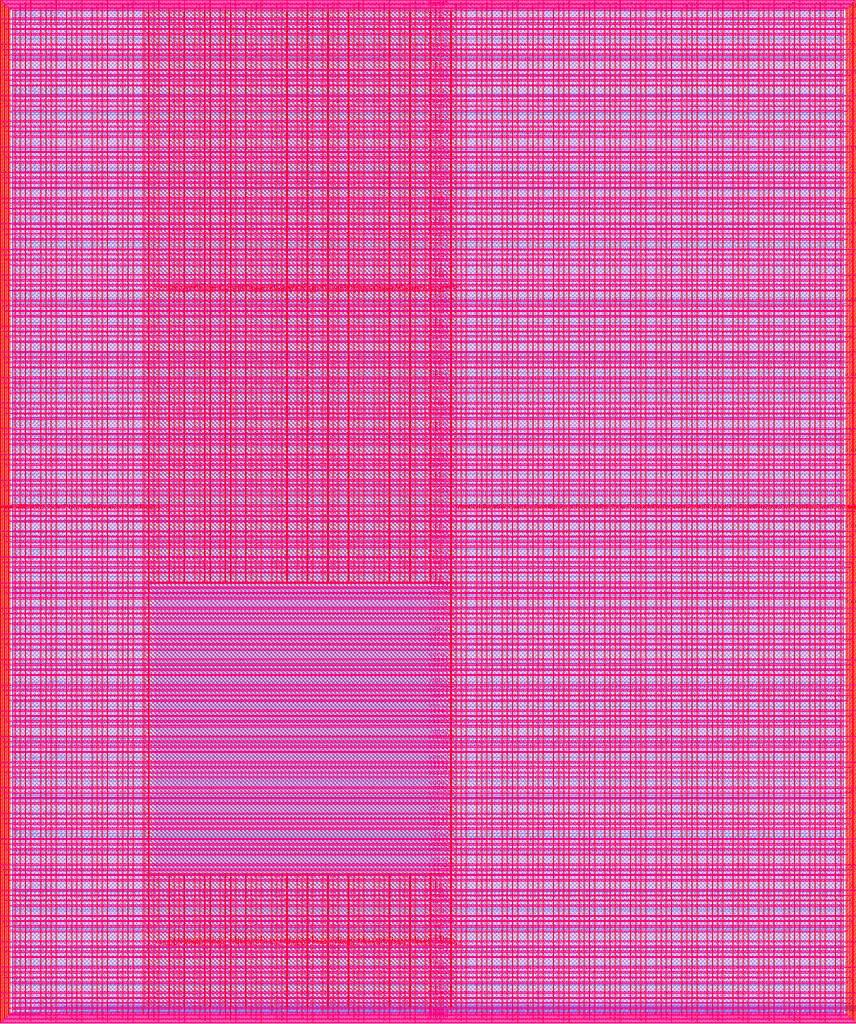
<source format=lef>
VERSION 5.7 ;
  NOWIREEXTENSIONATPIN ON ;
  DIVIDERCHAR "/" ;
  BUSBITCHARS "[]" ;
MACRO user_project_wrapper
  CLASS BLOCK ;
  FOREIGN user_project_wrapper ;
  ORIGIN 0.000 0.000 ;
  SIZE 2920.000 BY 3520.000 ;
  PIN analog_io[0]
    DIRECTION INOUT ;
    USE SIGNAL ;
    PORT
      LAYER met3 ;
        RECT 2917.600 1426.380 2924.800 1427.580 ;
    END
  END analog_io[0]
  PIN analog_io[10]
    DIRECTION INOUT ;
    USE SIGNAL ;
    PORT
      LAYER met2 ;
        RECT 2230.490 3517.600 2231.050 3524.800 ;
    END
  END analog_io[10]
  PIN analog_io[11]
    DIRECTION INOUT ;
    USE SIGNAL ;
    PORT
      LAYER met2 ;
        RECT 1905.730 3517.600 1906.290 3524.800 ;
    END
  END analog_io[11]
  PIN analog_io[12]
    DIRECTION INOUT ;
    USE SIGNAL ;
    PORT
      LAYER met2 ;
        RECT 1581.430 3517.600 1581.990 3524.800 ;
    END
  END analog_io[12]
  PIN analog_io[13]
    DIRECTION INOUT ;
    USE SIGNAL ;
    PORT
      LAYER met2 ;
        RECT 1257.130 3517.600 1257.690 3524.800 ;
    END
  END analog_io[13]
  PIN analog_io[14]
    DIRECTION INOUT ;
    USE SIGNAL ;
    PORT
      LAYER met2 ;
        RECT 932.370 3517.600 932.930 3524.800 ;
    END
  END analog_io[14]
  PIN analog_io[15]
    DIRECTION INOUT ;
    USE SIGNAL ;
    PORT
      LAYER met2 ;
        RECT 608.070 3517.600 608.630 3524.800 ;
    END
  END analog_io[15]
  PIN analog_io[16]
    DIRECTION INOUT ;
    USE SIGNAL ;
    PORT
      LAYER met2 ;
        RECT 283.770 3517.600 284.330 3524.800 ;
    END
  END analog_io[16]
  PIN analog_io[17]
    DIRECTION INOUT ;
    USE SIGNAL ;
    PORT
      LAYER met3 ;
        RECT -4.800 3486.100 2.400 3487.300 ;
    END
  END analog_io[17]
  PIN analog_io[18]
    DIRECTION INOUT ;
    USE SIGNAL ;
    PORT
      LAYER met3 ;
        RECT -4.800 3224.980 2.400 3226.180 ;
    END
  END analog_io[18]
  PIN analog_io[19]
    DIRECTION INOUT ;
    USE SIGNAL ;
    PORT
      LAYER met3 ;
        RECT -4.800 2964.540 2.400 2965.740 ;
    END
  END analog_io[19]
  PIN analog_io[1]
    DIRECTION INOUT ;
    USE SIGNAL ;
    PORT
      LAYER met3 ;
        RECT 2917.600 1692.260 2924.800 1693.460 ;
    END
  END analog_io[1]
  PIN analog_io[20]
    DIRECTION INOUT ;
    USE SIGNAL ;
    PORT
      LAYER met3 ;
        RECT -4.800 2703.420 2.400 2704.620 ;
    END
  END analog_io[20]
  PIN analog_io[21]
    DIRECTION INOUT ;
    USE SIGNAL ;
    PORT
      LAYER met3 ;
        RECT -4.800 2442.980 2.400 2444.180 ;
    END
  END analog_io[21]
  PIN analog_io[22]
    DIRECTION INOUT ;
    USE SIGNAL ;
    PORT
      LAYER met3 ;
        RECT -4.800 2182.540 2.400 2183.740 ;
    END
  END analog_io[22]
  PIN analog_io[23]
    DIRECTION INOUT ;
    USE SIGNAL ;
    PORT
      LAYER met3 ;
        RECT -4.800 1921.420 2.400 1922.620 ;
    END
  END analog_io[23]
  PIN analog_io[24]
    DIRECTION INOUT ;
    USE SIGNAL ;
    PORT
      LAYER met3 ;
        RECT -4.800 1660.980 2.400 1662.180 ;
    END
  END analog_io[24]
  PIN analog_io[25]
    DIRECTION INOUT ;
    USE SIGNAL ;
    PORT
      LAYER met3 ;
        RECT -4.800 1399.860 2.400 1401.060 ;
    END
  END analog_io[25]
  PIN analog_io[26]
    DIRECTION INOUT ;
    USE SIGNAL ;
    PORT
      LAYER met3 ;
        RECT -4.800 1139.420 2.400 1140.620 ;
    END
  END analog_io[26]
  PIN analog_io[27]
    DIRECTION INOUT ;
    USE SIGNAL ;
    PORT
      LAYER met3 ;
        RECT -4.800 878.980 2.400 880.180 ;
    END
  END analog_io[27]
  PIN analog_io[28]
    DIRECTION INOUT ;
    USE SIGNAL ;
    PORT
      LAYER met3 ;
        RECT -4.800 617.860 2.400 619.060 ;
    END
  END analog_io[28]
  PIN analog_io[2]
    DIRECTION INOUT ;
    USE SIGNAL ;
    PORT
      LAYER met3 ;
        RECT 2917.600 1958.140 2924.800 1959.340 ;
    END
  END analog_io[2]
  PIN analog_io[3]
    DIRECTION INOUT ;
    USE SIGNAL ;
    PORT
      LAYER met3 ;
        RECT 2917.600 2223.340 2924.800 2224.540 ;
    END
  END analog_io[3]
  PIN analog_io[4]
    DIRECTION INOUT ;
    USE SIGNAL ;
    PORT
      LAYER met3 ;
        RECT 2917.600 2489.220 2924.800 2490.420 ;
    END
  END analog_io[4]
  PIN analog_io[5]
    DIRECTION INOUT ;
    USE SIGNAL ;
    PORT
      LAYER met3 ;
        RECT 2917.600 2755.100 2924.800 2756.300 ;
    END
  END analog_io[5]
  PIN analog_io[6]
    DIRECTION INOUT ;
    USE SIGNAL ;
    PORT
      LAYER met3 ;
        RECT 2917.600 3020.300 2924.800 3021.500 ;
    END
  END analog_io[6]
  PIN analog_io[7]
    DIRECTION INOUT ;
    USE SIGNAL ;
    PORT
      LAYER met3 ;
        RECT 2917.600 3286.180 2924.800 3287.380 ;
    END
  END analog_io[7]
  PIN analog_io[8]
    DIRECTION INOUT ;
    USE SIGNAL ;
    PORT
      LAYER met2 ;
        RECT 2879.090 3517.600 2879.650 3524.800 ;
    END
  END analog_io[8]
  PIN analog_io[9]
    DIRECTION INOUT ;
    USE SIGNAL ;
    PORT
      LAYER met2 ;
        RECT 2554.790 3517.600 2555.350 3524.800 ;
    END
  END analog_io[9]
  PIN io_in[0]
    DIRECTION INPUT ;
    USE SIGNAL ;
    PORT
      LAYER met3 ;
        RECT 2917.600 32.380 2924.800 33.580 ;
    END
  END io_in[0]
  PIN io_in[10]
    DIRECTION INPUT ;
    USE SIGNAL ;
    PORT
      LAYER met3 ;
        RECT 2917.600 2289.980 2924.800 2291.180 ;
    END
  END io_in[10]
  PIN io_in[11]
    DIRECTION INPUT ;
    USE SIGNAL ;
    PORT
      LAYER met3 ;
        RECT 2917.600 2555.860 2924.800 2557.060 ;
    END
  END io_in[11]
  PIN io_in[12]
    DIRECTION INPUT ;
    USE SIGNAL ;
    PORT
      LAYER met3 ;
        RECT 2917.600 2821.060 2924.800 2822.260 ;
    END
  END io_in[12]
  PIN io_in[13]
    DIRECTION INPUT ;
    USE SIGNAL ;
    PORT
      LAYER met3 ;
        RECT 2917.600 3086.940 2924.800 3088.140 ;
    END
  END io_in[13]
  PIN io_in[14]
    DIRECTION INPUT ;
    USE SIGNAL ;
    PORT
      LAYER met3 ;
        RECT 2917.600 3352.820 2924.800 3354.020 ;
    END
  END io_in[14]
  PIN io_in[15]
    DIRECTION INPUT ;
    USE SIGNAL ;
    PORT
      LAYER met2 ;
        RECT 2798.130 3517.600 2798.690 3524.800 ;
    END
  END io_in[15]
  PIN io_in[16]
    DIRECTION INPUT ;
    USE SIGNAL ;
    PORT
      LAYER met2 ;
        RECT 2473.830 3517.600 2474.390 3524.800 ;
    END
  END io_in[16]
  PIN io_in[17]
    DIRECTION INPUT ;
    USE SIGNAL ;
    PORT
      LAYER met2 ;
        RECT 2149.070 3517.600 2149.630 3524.800 ;
    END
  END io_in[17]
  PIN io_in[18]
    DIRECTION INPUT ;
    USE SIGNAL ;
    PORT
      LAYER met2 ;
        RECT 1824.770 3517.600 1825.330 3524.800 ;
    END
  END io_in[18]
  PIN io_in[19]
    DIRECTION INPUT ;
    USE SIGNAL ;
    PORT
      LAYER met2 ;
        RECT 1500.470 3517.600 1501.030 3524.800 ;
    END
  END io_in[19]
  PIN io_in[1]
    DIRECTION INPUT ;
    USE SIGNAL ;
    PORT
      LAYER met3 ;
        RECT 2917.600 230.940 2924.800 232.140 ;
    END
  END io_in[1]
  PIN io_in[20]
    DIRECTION INPUT ;
    USE SIGNAL ;
    PORT
      LAYER met2 ;
        RECT 1175.710 3517.600 1176.270 3524.800 ;
    END
  END io_in[20]
  PIN io_in[21]
    DIRECTION INPUT ;
    USE SIGNAL ;
    PORT
      LAYER met2 ;
        RECT 851.410 3517.600 851.970 3524.800 ;
    END
  END io_in[21]
  PIN io_in[22]
    DIRECTION INPUT ;
    USE SIGNAL ;
    PORT
      LAYER met2 ;
        RECT 527.110 3517.600 527.670 3524.800 ;
    END
  END io_in[22]
  PIN io_in[23]
    DIRECTION INPUT ;
    USE SIGNAL ;
    PORT
      LAYER met2 ;
        RECT 202.350 3517.600 202.910 3524.800 ;
    END
  END io_in[23]
  PIN io_in[24]
    DIRECTION INPUT ;
    USE SIGNAL ;
    PORT
      LAYER met3 ;
        RECT -4.800 3420.820 2.400 3422.020 ;
    END
  END io_in[24]
  PIN io_in[25]
    DIRECTION INPUT ;
    USE SIGNAL ;
    PORT
      LAYER met3 ;
        RECT -4.800 3159.700 2.400 3160.900 ;
    END
  END io_in[25]
  PIN io_in[26]
    DIRECTION INPUT ;
    USE SIGNAL ;
    PORT
      LAYER met3 ;
        RECT -4.800 2899.260 2.400 2900.460 ;
    END
  END io_in[26]
  PIN io_in[27]
    DIRECTION INPUT ;
    USE SIGNAL ;
    PORT
      LAYER met3 ;
        RECT -4.800 2638.820 2.400 2640.020 ;
    END
  END io_in[27]
  PIN io_in[28]
    DIRECTION INPUT ;
    USE SIGNAL ;
    PORT
      LAYER met3 ;
        RECT -4.800 2377.700 2.400 2378.900 ;
    END
  END io_in[28]
  PIN io_in[29]
    DIRECTION INPUT ;
    USE SIGNAL ;
    PORT
      LAYER met3 ;
        RECT -4.800 2117.260 2.400 2118.460 ;
    END
  END io_in[29]
  PIN io_in[2]
    DIRECTION INPUT ;
    USE SIGNAL ;
    PORT
      LAYER met3 ;
        RECT 2917.600 430.180 2924.800 431.380 ;
    END
  END io_in[2]
  PIN io_in[30]
    DIRECTION INPUT ;
    USE SIGNAL ;
    PORT
      LAYER met3 ;
        RECT -4.800 1856.140 2.400 1857.340 ;
    END
  END io_in[30]
  PIN io_in[31]
    DIRECTION INPUT ;
    USE SIGNAL ;
    PORT
      LAYER met3 ;
        RECT -4.800 1595.700 2.400 1596.900 ;
    END
  END io_in[31]
  PIN io_in[32]
    DIRECTION INPUT ;
    USE SIGNAL ;
    PORT
      LAYER met3 ;
        RECT -4.800 1335.260 2.400 1336.460 ;
    END
  END io_in[32]
  PIN io_in[33]
    DIRECTION INPUT ;
    USE SIGNAL ;
    PORT
      LAYER met3 ;
        RECT -4.800 1074.140 2.400 1075.340 ;
    END
  END io_in[33]
  PIN io_in[34]
    DIRECTION INPUT ;
    USE SIGNAL ;
    PORT
      LAYER met3 ;
        RECT -4.800 813.700 2.400 814.900 ;
    END
  END io_in[34]
  PIN io_in[35]
    DIRECTION INPUT ;
    USE SIGNAL ;
    PORT
      LAYER met3 ;
        RECT -4.800 552.580 2.400 553.780 ;
    END
  END io_in[35]
  PIN io_in[36]
    DIRECTION INPUT ;
    USE SIGNAL ;
    PORT
      LAYER met3 ;
        RECT -4.800 357.420 2.400 358.620 ;
    END
  END io_in[36]
  PIN io_in[37]
    DIRECTION INPUT ;
    USE SIGNAL ;
    PORT
      LAYER met3 ;
        RECT -4.800 161.580 2.400 162.780 ;
    END
  END io_in[37]
  PIN io_in[3]
    DIRECTION INPUT ;
    USE SIGNAL ;
    PORT
      LAYER met3 ;
        RECT 2917.600 629.420 2924.800 630.620 ;
    END
  END io_in[3]
  PIN io_in[4]
    DIRECTION INPUT ;
    USE SIGNAL ;
    PORT
      LAYER met3 ;
        RECT 2917.600 828.660 2924.800 829.860 ;
    END
  END io_in[4]
  PIN io_in[5]
    DIRECTION INPUT ;
    USE SIGNAL ;
    PORT
      LAYER met3 ;
        RECT 2917.600 1027.900 2924.800 1029.100 ;
    END
  END io_in[5]
  PIN io_in[6]
    DIRECTION INPUT ;
    USE SIGNAL ;
    PORT
      LAYER met3 ;
        RECT 2917.600 1227.140 2924.800 1228.340 ;
    END
  END io_in[6]
  PIN io_in[7]
    DIRECTION INPUT ;
    USE SIGNAL ;
    PORT
      LAYER met3 ;
        RECT 2917.600 1493.020 2924.800 1494.220 ;
    END
  END io_in[7]
  PIN io_in[8]
    DIRECTION INPUT ;
    USE SIGNAL ;
    PORT
      LAYER met3 ;
        RECT 2917.600 1758.900 2924.800 1760.100 ;
    END
  END io_in[8]
  PIN io_in[9]
    DIRECTION INPUT ;
    USE SIGNAL ;
    PORT
      LAYER met3 ;
        RECT 2917.600 2024.100 2924.800 2025.300 ;
    END
  END io_in[9]
  PIN io_oeb[0]
    DIRECTION OUTPUT TRISTATE ;
    USE SIGNAL ;
    PORT
      LAYER met3 ;
        RECT 2917.600 164.980 2924.800 166.180 ;
    END
  END io_oeb[0]
  PIN io_oeb[10]
    DIRECTION OUTPUT TRISTATE ;
    USE SIGNAL ;
    PORT
      LAYER met3 ;
        RECT 2917.600 2422.580 2924.800 2423.780 ;
    END
  END io_oeb[10]
  PIN io_oeb[11]
    DIRECTION OUTPUT TRISTATE ;
    USE SIGNAL ;
    PORT
      LAYER met3 ;
        RECT 2917.600 2688.460 2924.800 2689.660 ;
    END
  END io_oeb[11]
  PIN io_oeb[12]
    DIRECTION OUTPUT TRISTATE ;
    USE SIGNAL ;
    PORT
      LAYER met3 ;
        RECT 2917.600 2954.340 2924.800 2955.540 ;
    END
  END io_oeb[12]
  PIN io_oeb[13]
    DIRECTION OUTPUT TRISTATE ;
    USE SIGNAL ;
    PORT
      LAYER met3 ;
        RECT 2917.600 3219.540 2924.800 3220.740 ;
    END
  END io_oeb[13]
  PIN io_oeb[14]
    DIRECTION OUTPUT TRISTATE ;
    USE SIGNAL ;
    PORT
      LAYER met3 ;
        RECT 2917.600 3485.420 2924.800 3486.620 ;
    END
  END io_oeb[14]
  PIN io_oeb[15]
    DIRECTION OUTPUT TRISTATE ;
    USE SIGNAL ;
    PORT
      LAYER met2 ;
        RECT 2635.750 3517.600 2636.310 3524.800 ;
    END
  END io_oeb[15]
  PIN io_oeb[16]
    DIRECTION OUTPUT TRISTATE ;
    USE SIGNAL ;
    PORT
      LAYER met2 ;
        RECT 2311.450 3517.600 2312.010 3524.800 ;
    END
  END io_oeb[16]
  PIN io_oeb[17]
    DIRECTION OUTPUT TRISTATE ;
    USE SIGNAL ;
    PORT
      LAYER met2 ;
        RECT 1987.150 3517.600 1987.710 3524.800 ;
    END
  END io_oeb[17]
  PIN io_oeb[18]
    DIRECTION OUTPUT TRISTATE ;
    USE SIGNAL ;
    PORT
      LAYER met2 ;
        RECT 1662.390 3517.600 1662.950 3524.800 ;
    END
  END io_oeb[18]
  PIN io_oeb[19]
    DIRECTION OUTPUT TRISTATE ;
    USE SIGNAL ;
    PORT
      LAYER met2 ;
        RECT 1338.090 3517.600 1338.650 3524.800 ;
    END
  END io_oeb[19]
  PIN io_oeb[1]
    DIRECTION OUTPUT TRISTATE ;
    USE SIGNAL ;
    PORT
      LAYER met3 ;
        RECT 2917.600 364.220 2924.800 365.420 ;
    END
  END io_oeb[1]
  PIN io_oeb[20]
    DIRECTION OUTPUT TRISTATE ;
    USE SIGNAL ;
    PORT
      LAYER met2 ;
        RECT 1013.790 3517.600 1014.350 3524.800 ;
    END
  END io_oeb[20]
  PIN io_oeb[21]
    DIRECTION OUTPUT TRISTATE ;
    USE SIGNAL ;
    PORT
      LAYER met2 ;
        RECT 689.030 3517.600 689.590 3524.800 ;
    END
  END io_oeb[21]
  PIN io_oeb[22]
    DIRECTION OUTPUT TRISTATE ;
    USE SIGNAL ;
    PORT
      LAYER met2 ;
        RECT 364.730 3517.600 365.290 3524.800 ;
    END
  END io_oeb[22]
  PIN io_oeb[23]
    DIRECTION OUTPUT TRISTATE ;
    USE SIGNAL ;
    PORT
      LAYER met2 ;
        RECT 40.430 3517.600 40.990 3524.800 ;
    END
  END io_oeb[23]
  PIN io_oeb[24]
    DIRECTION OUTPUT TRISTATE ;
    USE SIGNAL ;
    PORT
      LAYER met3 ;
        RECT -4.800 3290.260 2.400 3291.460 ;
    END
  END io_oeb[24]
  PIN io_oeb[25]
    DIRECTION OUTPUT TRISTATE ;
    USE SIGNAL ;
    PORT
      LAYER met3 ;
        RECT -4.800 3029.820 2.400 3031.020 ;
    END
  END io_oeb[25]
  PIN io_oeb[26]
    DIRECTION OUTPUT TRISTATE ;
    USE SIGNAL ;
    PORT
      LAYER met3 ;
        RECT -4.800 2768.700 2.400 2769.900 ;
    END
  END io_oeb[26]
  PIN io_oeb[27]
    DIRECTION OUTPUT TRISTATE ;
    USE SIGNAL ;
    PORT
      LAYER met3 ;
        RECT -4.800 2508.260 2.400 2509.460 ;
    END
  END io_oeb[27]
  PIN io_oeb[28]
    DIRECTION OUTPUT TRISTATE ;
    USE SIGNAL ;
    PORT
      LAYER met3 ;
        RECT -4.800 2247.140 2.400 2248.340 ;
    END
  END io_oeb[28]
  PIN io_oeb[29]
    DIRECTION OUTPUT TRISTATE ;
    USE SIGNAL ;
    PORT
      LAYER met3 ;
        RECT -4.800 1986.700 2.400 1987.900 ;
    END
  END io_oeb[29]
  PIN io_oeb[2]
    DIRECTION OUTPUT TRISTATE ;
    USE SIGNAL ;
    PORT
      LAYER met3 ;
        RECT 2917.600 563.460 2924.800 564.660 ;
    END
  END io_oeb[2]
  PIN io_oeb[30]
    DIRECTION OUTPUT TRISTATE ;
    USE SIGNAL ;
    PORT
      LAYER met3 ;
        RECT -4.800 1726.260 2.400 1727.460 ;
    END
  END io_oeb[30]
  PIN io_oeb[31]
    DIRECTION OUTPUT TRISTATE ;
    USE SIGNAL ;
    PORT
      LAYER met3 ;
        RECT -4.800 1465.140 2.400 1466.340 ;
    END
  END io_oeb[31]
  PIN io_oeb[32]
    DIRECTION OUTPUT TRISTATE ;
    USE SIGNAL ;
    PORT
      LAYER met3 ;
        RECT -4.800 1204.700 2.400 1205.900 ;
    END
  END io_oeb[32]
  PIN io_oeb[33]
    DIRECTION OUTPUT TRISTATE ;
    USE SIGNAL ;
    PORT
      LAYER met3 ;
        RECT -4.800 943.580 2.400 944.780 ;
    END
  END io_oeb[33]
  PIN io_oeb[34]
    DIRECTION OUTPUT TRISTATE ;
    USE SIGNAL ;
    PORT
      LAYER met3 ;
        RECT -4.800 683.140 2.400 684.340 ;
    END
  END io_oeb[34]
  PIN io_oeb[35]
    DIRECTION OUTPUT TRISTATE ;
    USE SIGNAL ;
    PORT
      LAYER met3 ;
        RECT -4.800 422.700 2.400 423.900 ;
    END
  END io_oeb[35]
  PIN io_oeb[36]
    DIRECTION OUTPUT TRISTATE ;
    USE SIGNAL ;
    PORT
      LAYER met3 ;
        RECT -4.800 226.860 2.400 228.060 ;
    END
  END io_oeb[36]
  PIN io_oeb[37]
    DIRECTION OUTPUT TRISTATE ;
    USE SIGNAL ;
    PORT
      LAYER met3 ;
        RECT -4.800 31.700 2.400 32.900 ;
    END
  END io_oeb[37]
  PIN io_oeb[3]
    DIRECTION OUTPUT TRISTATE ;
    USE SIGNAL ;
    PORT
      LAYER met3 ;
        RECT 2917.600 762.700 2924.800 763.900 ;
    END
  END io_oeb[3]
  PIN io_oeb[4]
    DIRECTION OUTPUT TRISTATE ;
    USE SIGNAL ;
    PORT
      LAYER met3 ;
        RECT 2917.600 961.940 2924.800 963.140 ;
    END
  END io_oeb[4]
  PIN io_oeb[5]
    DIRECTION OUTPUT TRISTATE ;
    USE SIGNAL ;
    PORT
      LAYER met3 ;
        RECT 2917.600 1161.180 2924.800 1162.380 ;
    END
  END io_oeb[5]
  PIN io_oeb[6]
    DIRECTION OUTPUT TRISTATE ;
    USE SIGNAL ;
    PORT
      LAYER met3 ;
        RECT 2917.600 1360.420 2924.800 1361.620 ;
    END
  END io_oeb[6]
  PIN io_oeb[7]
    DIRECTION OUTPUT TRISTATE ;
    USE SIGNAL ;
    PORT
      LAYER met3 ;
        RECT 2917.600 1625.620 2924.800 1626.820 ;
    END
  END io_oeb[7]
  PIN io_oeb[8]
    DIRECTION OUTPUT TRISTATE ;
    USE SIGNAL ;
    PORT
      LAYER met3 ;
        RECT 2917.600 1891.500 2924.800 1892.700 ;
    END
  END io_oeb[8]
  PIN io_oeb[9]
    DIRECTION OUTPUT TRISTATE ;
    USE SIGNAL ;
    PORT
      LAYER met3 ;
        RECT 2917.600 2157.380 2924.800 2158.580 ;
    END
  END io_oeb[9]
  PIN io_out[0]
    DIRECTION OUTPUT TRISTATE ;
    USE SIGNAL ;
    PORT
      LAYER met3 ;
        RECT 2917.600 98.340 2924.800 99.540 ;
    END
  END io_out[0]
  PIN io_out[10]
    DIRECTION OUTPUT TRISTATE ;
    USE SIGNAL ;
    PORT
      LAYER met3 ;
        RECT 2917.600 2356.620 2924.800 2357.820 ;
    END
  END io_out[10]
  PIN io_out[11]
    DIRECTION OUTPUT TRISTATE ;
    USE SIGNAL ;
    PORT
      LAYER met3 ;
        RECT 2917.600 2621.820 2924.800 2623.020 ;
    END
  END io_out[11]
  PIN io_out[12]
    DIRECTION OUTPUT TRISTATE ;
    USE SIGNAL ;
    PORT
      LAYER met3 ;
        RECT 2917.600 2887.700 2924.800 2888.900 ;
    END
  END io_out[12]
  PIN io_out[13]
    DIRECTION OUTPUT TRISTATE ;
    USE SIGNAL ;
    PORT
      LAYER met3 ;
        RECT 2917.600 3153.580 2924.800 3154.780 ;
    END
  END io_out[13]
  PIN io_out[14]
    DIRECTION OUTPUT TRISTATE ;
    USE SIGNAL ;
    PORT
      LAYER met3 ;
        RECT 2917.600 3418.780 2924.800 3419.980 ;
    END
  END io_out[14]
  PIN io_out[15]
    DIRECTION OUTPUT TRISTATE ;
    USE SIGNAL ;
    PORT
      LAYER met2 ;
        RECT 2717.170 3517.600 2717.730 3524.800 ;
    END
  END io_out[15]
  PIN io_out[16]
    DIRECTION OUTPUT TRISTATE ;
    USE SIGNAL ;
    PORT
      LAYER met2 ;
        RECT 2392.410 3517.600 2392.970 3524.800 ;
    END
  END io_out[16]
  PIN io_out[17]
    DIRECTION OUTPUT TRISTATE ;
    USE SIGNAL ;
    PORT
      LAYER met2 ;
        RECT 2068.110 3517.600 2068.670 3524.800 ;
    END
  END io_out[17]
  PIN io_out[18]
    DIRECTION OUTPUT TRISTATE ;
    USE SIGNAL ;
    PORT
      LAYER met2 ;
        RECT 1743.810 3517.600 1744.370 3524.800 ;
    END
  END io_out[18]
  PIN io_out[19]
    DIRECTION OUTPUT TRISTATE ;
    USE SIGNAL ;
    PORT
      LAYER met2 ;
        RECT 1419.050 3517.600 1419.610 3524.800 ;
    END
  END io_out[19]
  PIN io_out[1]
    DIRECTION OUTPUT TRISTATE ;
    USE SIGNAL ;
    PORT
      LAYER met3 ;
        RECT 2917.600 297.580 2924.800 298.780 ;
    END
  END io_out[1]
  PIN io_out[20]
    DIRECTION OUTPUT TRISTATE ;
    USE SIGNAL ;
    PORT
      LAYER met2 ;
        RECT 1094.750 3517.600 1095.310 3524.800 ;
    END
  END io_out[20]
  PIN io_out[21]
    DIRECTION OUTPUT TRISTATE ;
    USE SIGNAL ;
    PORT
      LAYER met2 ;
        RECT 770.450 3517.600 771.010 3524.800 ;
    END
  END io_out[21]
  PIN io_out[22]
    DIRECTION OUTPUT TRISTATE ;
    USE SIGNAL ;
    PORT
      LAYER met2 ;
        RECT 445.690 3517.600 446.250 3524.800 ;
    END
  END io_out[22]
  PIN io_out[23]
    DIRECTION OUTPUT TRISTATE ;
    USE SIGNAL ;
    PORT
      LAYER met2 ;
        RECT 121.390 3517.600 121.950 3524.800 ;
    END
  END io_out[23]
  PIN io_out[24]
    DIRECTION OUTPUT TRISTATE ;
    USE SIGNAL ;
    PORT
      LAYER met3 ;
        RECT -4.800 3355.540 2.400 3356.740 ;
    END
  END io_out[24]
  PIN io_out[25]
    DIRECTION OUTPUT TRISTATE ;
    USE SIGNAL ;
    PORT
      LAYER met3 ;
        RECT -4.800 3095.100 2.400 3096.300 ;
    END
  END io_out[25]
  PIN io_out[26]
    DIRECTION OUTPUT TRISTATE ;
    USE SIGNAL ;
    PORT
      LAYER met3 ;
        RECT -4.800 2833.980 2.400 2835.180 ;
    END
  END io_out[26]
  PIN io_out[27]
    DIRECTION OUTPUT TRISTATE ;
    USE SIGNAL ;
    PORT
      LAYER met3 ;
        RECT -4.800 2573.540 2.400 2574.740 ;
    END
  END io_out[27]
  PIN io_out[28]
    DIRECTION OUTPUT TRISTATE ;
    USE SIGNAL ;
    PORT
      LAYER met3 ;
        RECT -4.800 2312.420 2.400 2313.620 ;
    END
  END io_out[28]
  PIN io_out[29]
    DIRECTION OUTPUT TRISTATE ;
    USE SIGNAL ;
    PORT
      LAYER met3 ;
        RECT -4.800 2051.980 2.400 2053.180 ;
    END
  END io_out[29]
  PIN io_out[2]
    DIRECTION OUTPUT TRISTATE ;
    USE SIGNAL ;
    PORT
      LAYER met3 ;
        RECT 2917.600 496.820 2924.800 498.020 ;
    END
  END io_out[2]
  PIN io_out[30]
    DIRECTION OUTPUT TRISTATE ;
    USE SIGNAL ;
    PORT
      LAYER met3 ;
        RECT -4.800 1791.540 2.400 1792.740 ;
    END
  END io_out[30]
  PIN io_out[31]
    DIRECTION OUTPUT TRISTATE ;
    USE SIGNAL ;
    PORT
      LAYER met3 ;
        RECT -4.800 1530.420 2.400 1531.620 ;
    END
  END io_out[31]
  PIN io_out[32]
    DIRECTION OUTPUT TRISTATE ;
    USE SIGNAL ;
    PORT
      LAYER met3 ;
        RECT -4.800 1269.980 2.400 1271.180 ;
    END
  END io_out[32]
  PIN io_out[33]
    DIRECTION OUTPUT TRISTATE ;
    USE SIGNAL ;
    PORT
      LAYER met3 ;
        RECT -4.800 1008.860 2.400 1010.060 ;
    END
  END io_out[33]
  PIN io_out[34]
    DIRECTION OUTPUT TRISTATE ;
    USE SIGNAL ;
    PORT
      LAYER met3 ;
        RECT -4.800 748.420 2.400 749.620 ;
    END
  END io_out[34]
  PIN io_out[35]
    DIRECTION OUTPUT TRISTATE ;
    USE SIGNAL ;
    PORT
      LAYER met3 ;
        RECT -4.800 487.300 2.400 488.500 ;
    END
  END io_out[35]
  PIN io_out[36]
    DIRECTION OUTPUT TRISTATE ;
    USE SIGNAL ;
    PORT
      LAYER met3 ;
        RECT -4.800 292.140 2.400 293.340 ;
    END
  END io_out[36]
  PIN io_out[37]
    DIRECTION OUTPUT TRISTATE ;
    USE SIGNAL ;
    PORT
      LAYER met3 ;
        RECT -4.800 96.300 2.400 97.500 ;
    END
  END io_out[37]
  PIN io_out[3]
    DIRECTION OUTPUT TRISTATE ;
    USE SIGNAL ;
    PORT
      LAYER met3 ;
        RECT 2917.600 696.060 2924.800 697.260 ;
    END
  END io_out[3]
  PIN io_out[4]
    DIRECTION OUTPUT TRISTATE ;
    USE SIGNAL ;
    PORT
      LAYER met3 ;
        RECT 2917.600 895.300 2924.800 896.500 ;
    END
  END io_out[4]
  PIN io_out[5]
    DIRECTION OUTPUT TRISTATE ;
    USE SIGNAL ;
    PORT
      LAYER met3 ;
        RECT 2917.600 1094.540 2924.800 1095.740 ;
    END
  END io_out[5]
  PIN io_out[6]
    DIRECTION OUTPUT TRISTATE ;
    USE SIGNAL ;
    PORT
      LAYER met3 ;
        RECT 2917.600 1293.780 2924.800 1294.980 ;
    END
  END io_out[6]
  PIN io_out[7]
    DIRECTION OUTPUT TRISTATE ;
    USE SIGNAL ;
    PORT
      LAYER met3 ;
        RECT 2917.600 1559.660 2924.800 1560.860 ;
    END
  END io_out[7]
  PIN io_out[8]
    DIRECTION OUTPUT TRISTATE ;
    USE SIGNAL ;
    PORT
      LAYER met3 ;
        RECT 2917.600 1824.860 2924.800 1826.060 ;
    END
  END io_out[8]
  PIN io_out[9]
    DIRECTION OUTPUT TRISTATE ;
    USE SIGNAL ;
    PORT
      LAYER met3 ;
        RECT 2917.600 2090.740 2924.800 2091.940 ;
    END
  END io_out[9]
  PIN la_data_in[0]
    DIRECTION INPUT ;
    USE SIGNAL ;
    PORT
      LAYER met2 ;
        RECT 629.230 -4.800 629.790 2.400 ;
    END
  END la_data_in[0]
  PIN la_data_in[100]
    DIRECTION INPUT ;
    USE SIGNAL ;
    PORT
      LAYER met2 ;
        RECT 2402.530 -4.800 2403.090 2.400 ;
    END
  END la_data_in[100]
  PIN la_data_in[101]
    DIRECTION INPUT ;
    USE SIGNAL ;
    PORT
      LAYER met2 ;
        RECT 2420.010 -4.800 2420.570 2.400 ;
    END
  END la_data_in[101]
  PIN la_data_in[102]
    DIRECTION INPUT ;
    USE SIGNAL ;
    PORT
      LAYER met2 ;
        RECT 2437.950 -4.800 2438.510 2.400 ;
    END
  END la_data_in[102]
  PIN la_data_in[103]
    DIRECTION INPUT ;
    USE SIGNAL ;
    PORT
      LAYER met2 ;
        RECT 2455.430 -4.800 2455.990 2.400 ;
    END
  END la_data_in[103]
  PIN la_data_in[104]
    DIRECTION INPUT ;
    USE SIGNAL ;
    PORT
      LAYER met2 ;
        RECT 2473.370 -4.800 2473.930 2.400 ;
    END
  END la_data_in[104]
  PIN la_data_in[105]
    DIRECTION INPUT ;
    USE SIGNAL ;
    PORT
      LAYER met2 ;
        RECT 2490.850 -4.800 2491.410 2.400 ;
    END
  END la_data_in[105]
  PIN la_data_in[106]
    DIRECTION INPUT ;
    USE SIGNAL ;
    PORT
      LAYER met2 ;
        RECT 2508.790 -4.800 2509.350 2.400 ;
    END
  END la_data_in[106]
  PIN la_data_in[107]
    DIRECTION INPUT ;
    USE SIGNAL ;
    PORT
      LAYER met2 ;
        RECT 2526.730 -4.800 2527.290 2.400 ;
    END
  END la_data_in[107]
  PIN la_data_in[108]
    DIRECTION INPUT ;
    USE SIGNAL ;
    PORT
      LAYER met2 ;
        RECT 2544.210 -4.800 2544.770 2.400 ;
    END
  END la_data_in[108]
  PIN la_data_in[109]
    DIRECTION INPUT ;
    USE SIGNAL ;
    PORT
      LAYER met2 ;
        RECT 2562.150 -4.800 2562.710 2.400 ;
    END
  END la_data_in[109]
  PIN la_data_in[10]
    DIRECTION INPUT ;
    USE SIGNAL ;
    PORT
      LAYER met2 ;
        RECT 806.330 -4.800 806.890 2.400 ;
    END
  END la_data_in[10]
  PIN la_data_in[110]
    DIRECTION INPUT ;
    USE SIGNAL ;
    PORT
      LAYER met2 ;
        RECT 2579.630 -4.800 2580.190 2.400 ;
    END
  END la_data_in[110]
  PIN la_data_in[111]
    DIRECTION INPUT ;
    USE SIGNAL ;
    PORT
      LAYER met2 ;
        RECT 2597.570 -4.800 2598.130 2.400 ;
    END
  END la_data_in[111]
  PIN la_data_in[112]
    DIRECTION INPUT ;
    USE SIGNAL ;
    PORT
      LAYER met2 ;
        RECT 2615.050 -4.800 2615.610 2.400 ;
    END
  END la_data_in[112]
  PIN la_data_in[113]
    DIRECTION INPUT ;
    USE SIGNAL ;
    PORT
      LAYER met2 ;
        RECT 2632.990 -4.800 2633.550 2.400 ;
    END
  END la_data_in[113]
  PIN la_data_in[114]
    DIRECTION INPUT ;
    USE SIGNAL ;
    PORT
      LAYER met2 ;
        RECT 2650.470 -4.800 2651.030 2.400 ;
    END
  END la_data_in[114]
  PIN la_data_in[115]
    DIRECTION INPUT ;
    USE SIGNAL ;
    PORT
      LAYER met2 ;
        RECT 2668.410 -4.800 2668.970 2.400 ;
    END
  END la_data_in[115]
  PIN la_data_in[116]
    DIRECTION INPUT ;
    USE SIGNAL ;
    PORT
      LAYER met2 ;
        RECT 2685.890 -4.800 2686.450 2.400 ;
    END
  END la_data_in[116]
  PIN la_data_in[117]
    DIRECTION INPUT ;
    USE SIGNAL ;
    PORT
      LAYER met2 ;
        RECT 2703.830 -4.800 2704.390 2.400 ;
    END
  END la_data_in[117]
  PIN la_data_in[118]
    DIRECTION INPUT ;
    USE SIGNAL ;
    PORT
      LAYER met2 ;
        RECT 2721.770 -4.800 2722.330 2.400 ;
    END
  END la_data_in[118]
  PIN la_data_in[119]
    DIRECTION INPUT ;
    USE SIGNAL ;
    PORT
      LAYER met2 ;
        RECT 2739.250 -4.800 2739.810 2.400 ;
    END
  END la_data_in[119]
  PIN la_data_in[11]
    DIRECTION INPUT ;
    USE SIGNAL ;
    PORT
      LAYER met2 ;
        RECT 824.270 -4.800 824.830 2.400 ;
    END
  END la_data_in[11]
  PIN la_data_in[120]
    DIRECTION INPUT ;
    USE SIGNAL ;
    PORT
      LAYER met2 ;
        RECT 2757.190 -4.800 2757.750 2.400 ;
    END
  END la_data_in[120]
  PIN la_data_in[121]
    DIRECTION INPUT ;
    USE SIGNAL ;
    PORT
      LAYER met2 ;
        RECT 2774.670 -4.800 2775.230 2.400 ;
    END
  END la_data_in[121]
  PIN la_data_in[122]
    DIRECTION INPUT ;
    USE SIGNAL ;
    PORT
      LAYER met2 ;
        RECT 2792.610 -4.800 2793.170 2.400 ;
    END
  END la_data_in[122]
  PIN la_data_in[123]
    DIRECTION INPUT ;
    USE SIGNAL ;
    PORT
      LAYER met2 ;
        RECT 2810.090 -4.800 2810.650 2.400 ;
    END
  END la_data_in[123]
  PIN la_data_in[124]
    DIRECTION INPUT ;
    USE SIGNAL ;
    PORT
      LAYER met2 ;
        RECT 2828.030 -4.800 2828.590 2.400 ;
    END
  END la_data_in[124]
  PIN la_data_in[125]
    DIRECTION INPUT ;
    USE SIGNAL ;
    PORT
      LAYER met2 ;
        RECT 2845.510 -4.800 2846.070 2.400 ;
    END
  END la_data_in[125]
  PIN la_data_in[126]
    DIRECTION INPUT ;
    USE SIGNAL ;
    PORT
      LAYER met2 ;
        RECT 2863.450 -4.800 2864.010 2.400 ;
    END
  END la_data_in[126]
  PIN la_data_in[127]
    DIRECTION INPUT ;
    USE SIGNAL ;
    PORT
      LAYER met2 ;
        RECT 2881.390 -4.800 2881.950 2.400 ;
    END
  END la_data_in[127]
  PIN la_data_in[12]
    DIRECTION INPUT ;
    USE SIGNAL ;
    PORT
      LAYER met2 ;
        RECT 841.750 -4.800 842.310 2.400 ;
    END
  END la_data_in[12]
  PIN la_data_in[13]
    DIRECTION INPUT ;
    USE SIGNAL ;
    PORT
      LAYER met2 ;
        RECT 859.690 -4.800 860.250 2.400 ;
    END
  END la_data_in[13]
  PIN la_data_in[14]
    DIRECTION INPUT ;
    USE SIGNAL ;
    PORT
      LAYER met2 ;
        RECT 877.170 -4.800 877.730 2.400 ;
    END
  END la_data_in[14]
  PIN la_data_in[15]
    DIRECTION INPUT ;
    USE SIGNAL ;
    PORT
      LAYER met2 ;
        RECT 895.110 -4.800 895.670 2.400 ;
    END
  END la_data_in[15]
  PIN la_data_in[16]
    DIRECTION INPUT ;
    USE SIGNAL ;
    PORT
      LAYER met2 ;
        RECT 912.590 -4.800 913.150 2.400 ;
    END
  END la_data_in[16]
  PIN la_data_in[17]
    DIRECTION INPUT ;
    USE SIGNAL ;
    PORT
      LAYER met2 ;
        RECT 930.530 -4.800 931.090 2.400 ;
    END
  END la_data_in[17]
  PIN la_data_in[18]
    DIRECTION INPUT ;
    USE SIGNAL ;
    PORT
      LAYER met2 ;
        RECT 948.470 -4.800 949.030 2.400 ;
    END
  END la_data_in[18]
  PIN la_data_in[19]
    DIRECTION INPUT ;
    USE SIGNAL ;
    PORT
      LAYER met2 ;
        RECT 965.950 -4.800 966.510 2.400 ;
    END
  END la_data_in[19]
  PIN la_data_in[1]
    DIRECTION INPUT ;
    USE SIGNAL ;
    PORT
      LAYER met2 ;
        RECT 646.710 -4.800 647.270 2.400 ;
    END
  END la_data_in[1]
  PIN la_data_in[20]
    DIRECTION INPUT ;
    USE SIGNAL ;
    PORT
      LAYER met2 ;
        RECT 983.890 -4.800 984.450 2.400 ;
    END
  END la_data_in[20]
  PIN la_data_in[21]
    DIRECTION INPUT ;
    USE SIGNAL ;
    PORT
      LAYER met2 ;
        RECT 1001.370 -4.800 1001.930 2.400 ;
    END
  END la_data_in[21]
  PIN la_data_in[22]
    DIRECTION INPUT ;
    USE SIGNAL ;
    PORT
      LAYER met2 ;
        RECT 1019.310 -4.800 1019.870 2.400 ;
    END
  END la_data_in[22]
  PIN la_data_in[23]
    DIRECTION INPUT ;
    USE SIGNAL ;
    PORT
      LAYER met2 ;
        RECT 1036.790 -4.800 1037.350 2.400 ;
    END
  END la_data_in[23]
  PIN la_data_in[24]
    DIRECTION INPUT ;
    USE SIGNAL ;
    PORT
      LAYER met2 ;
        RECT 1054.730 -4.800 1055.290 2.400 ;
    END
  END la_data_in[24]
  PIN la_data_in[25]
    DIRECTION INPUT ;
    USE SIGNAL ;
    PORT
      LAYER met2 ;
        RECT 1072.210 -4.800 1072.770 2.400 ;
    END
  END la_data_in[25]
  PIN la_data_in[26]
    DIRECTION INPUT ;
    USE SIGNAL ;
    PORT
      LAYER met2 ;
        RECT 1090.150 -4.800 1090.710 2.400 ;
    END
  END la_data_in[26]
  PIN la_data_in[27]
    DIRECTION INPUT ;
    USE SIGNAL ;
    PORT
      LAYER met2 ;
        RECT 1107.630 -4.800 1108.190 2.400 ;
    END
  END la_data_in[27]
  PIN la_data_in[28]
    DIRECTION INPUT ;
    USE SIGNAL ;
    PORT
      LAYER met2 ;
        RECT 1125.570 -4.800 1126.130 2.400 ;
    END
  END la_data_in[28]
  PIN la_data_in[29]
    DIRECTION INPUT ;
    USE SIGNAL ;
    PORT
      LAYER met2 ;
        RECT 1143.510 -4.800 1144.070 2.400 ;
    END
  END la_data_in[29]
  PIN la_data_in[2]
    DIRECTION INPUT ;
    USE SIGNAL ;
    PORT
      LAYER met2 ;
        RECT 664.650 -4.800 665.210 2.400 ;
    END
  END la_data_in[2]
  PIN la_data_in[30]
    DIRECTION INPUT ;
    USE SIGNAL ;
    PORT
      LAYER met2 ;
        RECT 1160.990 -4.800 1161.550 2.400 ;
    END
  END la_data_in[30]
  PIN la_data_in[31]
    DIRECTION INPUT ;
    USE SIGNAL ;
    PORT
      LAYER met2 ;
        RECT 1178.930 -4.800 1179.490 2.400 ;
    END
  END la_data_in[31]
  PIN la_data_in[32]
    DIRECTION INPUT ;
    USE SIGNAL ;
    PORT
      LAYER met2 ;
        RECT 1196.410 -4.800 1196.970 2.400 ;
    END
  END la_data_in[32]
  PIN la_data_in[33]
    DIRECTION INPUT ;
    USE SIGNAL ;
    PORT
      LAYER met2 ;
        RECT 1214.350 -4.800 1214.910 2.400 ;
    END
  END la_data_in[33]
  PIN la_data_in[34]
    DIRECTION INPUT ;
    USE SIGNAL ;
    PORT
      LAYER met2 ;
        RECT 1231.830 -4.800 1232.390 2.400 ;
    END
  END la_data_in[34]
  PIN la_data_in[35]
    DIRECTION INPUT ;
    USE SIGNAL ;
    PORT
      LAYER met2 ;
        RECT 1249.770 -4.800 1250.330 2.400 ;
    END
  END la_data_in[35]
  PIN la_data_in[36]
    DIRECTION INPUT ;
    USE SIGNAL ;
    PORT
      LAYER met2 ;
        RECT 1267.250 -4.800 1267.810 2.400 ;
    END
  END la_data_in[36]
  PIN la_data_in[37]
    DIRECTION INPUT ;
    USE SIGNAL ;
    PORT
      LAYER met2 ;
        RECT 1285.190 -4.800 1285.750 2.400 ;
    END
  END la_data_in[37]
  PIN la_data_in[38]
    DIRECTION INPUT ;
    USE SIGNAL ;
    PORT
      LAYER met2 ;
        RECT 1303.130 -4.800 1303.690 2.400 ;
    END
  END la_data_in[38]
  PIN la_data_in[39]
    DIRECTION INPUT ;
    USE SIGNAL ;
    PORT
      LAYER met2 ;
        RECT 1320.610 -4.800 1321.170 2.400 ;
    END
  END la_data_in[39]
  PIN la_data_in[3]
    DIRECTION INPUT ;
    USE SIGNAL ;
    PORT
      LAYER met2 ;
        RECT 682.130 -4.800 682.690 2.400 ;
    END
  END la_data_in[3]
  PIN la_data_in[40]
    DIRECTION INPUT ;
    USE SIGNAL ;
    PORT
      LAYER met2 ;
        RECT 1338.550 -4.800 1339.110 2.400 ;
    END
  END la_data_in[40]
  PIN la_data_in[41]
    DIRECTION INPUT ;
    USE SIGNAL ;
    PORT
      LAYER met2 ;
        RECT 1356.030 -4.800 1356.590 2.400 ;
    END
  END la_data_in[41]
  PIN la_data_in[42]
    DIRECTION INPUT ;
    USE SIGNAL ;
    PORT
      LAYER met2 ;
        RECT 1373.970 -4.800 1374.530 2.400 ;
    END
  END la_data_in[42]
  PIN la_data_in[43]
    DIRECTION INPUT ;
    USE SIGNAL ;
    PORT
      LAYER met2 ;
        RECT 1391.450 -4.800 1392.010 2.400 ;
    END
  END la_data_in[43]
  PIN la_data_in[44]
    DIRECTION INPUT ;
    USE SIGNAL ;
    PORT
      LAYER met2 ;
        RECT 1409.390 -4.800 1409.950 2.400 ;
    END
  END la_data_in[44]
  PIN la_data_in[45]
    DIRECTION INPUT ;
    USE SIGNAL ;
    PORT
      LAYER met2 ;
        RECT 1426.870 -4.800 1427.430 2.400 ;
    END
  END la_data_in[45]
  PIN la_data_in[46]
    DIRECTION INPUT ;
    USE SIGNAL ;
    PORT
      LAYER met2 ;
        RECT 1444.810 -4.800 1445.370 2.400 ;
    END
  END la_data_in[46]
  PIN la_data_in[47]
    DIRECTION INPUT ;
    USE SIGNAL ;
    PORT
      LAYER met2 ;
        RECT 1462.750 -4.800 1463.310 2.400 ;
    END
  END la_data_in[47]
  PIN la_data_in[48]
    DIRECTION INPUT ;
    USE SIGNAL ;
    PORT
      LAYER met2 ;
        RECT 1480.230 -4.800 1480.790 2.400 ;
    END
  END la_data_in[48]
  PIN la_data_in[49]
    DIRECTION INPUT ;
    USE SIGNAL ;
    PORT
      LAYER met2 ;
        RECT 1498.170 -4.800 1498.730 2.400 ;
    END
  END la_data_in[49]
  PIN la_data_in[4]
    DIRECTION INPUT ;
    USE SIGNAL ;
    PORT
      LAYER met2 ;
        RECT 700.070 -4.800 700.630 2.400 ;
    END
  END la_data_in[4]
  PIN la_data_in[50]
    DIRECTION INPUT ;
    USE SIGNAL ;
    PORT
      LAYER met2 ;
        RECT 1515.650 -4.800 1516.210 2.400 ;
    END
  END la_data_in[50]
  PIN la_data_in[51]
    DIRECTION INPUT ;
    USE SIGNAL ;
    PORT
      LAYER met2 ;
        RECT 1533.590 -4.800 1534.150 2.400 ;
    END
  END la_data_in[51]
  PIN la_data_in[52]
    DIRECTION INPUT ;
    USE SIGNAL ;
    PORT
      LAYER met2 ;
        RECT 1551.070 -4.800 1551.630 2.400 ;
    END
  END la_data_in[52]
  PIN la_data_in[53]
    DIRECTION INPUT ;
    USE SIGNAL ;
    PORT
      LAYER met2 ;
        RECT 1569.010 -4.800 1569.570 2.400 ;
    END
  END la_data_in[53]
  PIN la_data_in[54]
    DIRECTION INPUT ;
    USE SIGNAL ;
    PORT
      LAYER met2 ;
        RECT 1586.490 -4.800 1587.050 2.400 ;
    END
  END la_data_in[54]
  PIN la_data_in[55]
    DIRECTION INPUT ;
    USE SIGNAL ;
    PORT
      LAYER met2 ;
        RECT 1604.430 -4.800 1604.990 2.400 ;
    END
  END la_data_in[55]
  PIN la_data_in[56]
    DIRECTION INPUT ;
    USE SIGNAL ;
    PORT
      LAYER met2 ;
        RECT 1621.910 -4.800 1622.470 2.400 ;
    END
  END la_data_in[56]
  PIN la_data_in[57]
    DIRECTION INPUT ;
    USE SIGNAL ;
    PORT
      LAYER met2 ;
        RECT 1639.850 -4.800 1640.410 2.400 ;
    END
  END la_data_in[57]
  PIN la_data_in[58]
    DIRECTION INPUT ;
    USE SIGNAL ;
    PORT
      LAYER met2 ;
        RECT 1657.790 -4.800 1658.350 2.400 ;
    END
  END la_data_in[58]
  PIN la_data_in[59]
    DIRECTION INPUT ;
    USE SIGNAL ;
    PORT
      LAYER met2 ;
        RECT 1675.270 -4.800 1675.830 2.400 ;
    END
  END la_data_in[59]
  PIN la_data_in[5]
    DIRECTION INPUT ;
    USE SIGNAL ;
    PORT
      LAYER met2 ;
        RECT 717.550 -4.800 718.110 2.400 ;
    END
  END la_data_in[5]
  PIN la_data_in[60]
    DIRECTION INPUT ;
    USE SIGNAL ;
    PORT
      LAYER met2 ;
        RECT 1693.210 -4.800 1693.770 2.400 ;
    END
  END la_data_in[60]
  PIN la_data_in[61]
    DIRECTION INPUT ;
    USE SIGNAL ;
    PORT
      LAYER met2 ;
        RECT 1710.690 -4.800 1711.250 2.400 ;
    END
  END la_data_in[61]
  PIN la_data_in[62]
    DIRECTION INPUT ;
    USE SIGNAL ;
    PORT
      LAYER met2 ;
        RECT 1728.630 -4.800 1729.190 2.400 ;
    END
  END la_data_in[62]
  PIN la_data_in[63]
    DIRECTION INPUT ;
    USE SIGNAL ;
    PORT
      LAYER met2 ;
        RECT 1746.110 -4.800 1746.670 2.400 ;
    END
  END la_data_in[63]
  PIN la_data_in[64]
    DIRECTION INPUT ;
    USE SIGNAL ;
    PORT
      LAYER met2 ;
        RECT 1764.050 -4.800 1764.610 2.400 ;
    END
  END la_data_in[64]
  PIN la_data_in[65]
    DIRECTION INPUT ;
    USE SIGNAL ;
    PORT
      LAYER met2 ;
        RECT 1781.530 -4.800 1782.090 2.400 ;
    END
  END la_data_in[65]
  PIN la_data_in[66]
    DIRECTION INPUT ;
    USE SIGNAL ;
    PORT
      LAYER met2 ;
        RECT 1799.470 -4.800 1800.030 2.400 ;
    END
  END la_data_in[66]
  PIN la_data_in[67]
    DIRECTION INPUT ;
    USE SIGNAL ;
    PORT
      LAYER met2 ;
        RECT 1817.410 -4.800 1817.970 2.400 ;
    END
  END la_data_in[67]
  PIN la_data_in[68]
    DIRECTION INPUT ;
    USE SIGNAL ;
    PORT
      LAYER met2 ;
        RECT 1834.890 -4.800 1835.450 2.400 ;
    END
  END la_data_in[68]
  PIN la_data_in[69]
    DIRECTION INPUT ;
    USE SIGNAL ;
    PORT
      LAYER met2 ;
        RECT 1852.830 -4.800 1853.390 2.400 ;
    END
  END la_data_in[69]
  PIN la_data_in[6]
    DIRECTION INPUT ;
    USE SIGNAL ;
    PORT
      LAYER met2 ;
        RECT 735.490 -4.800 736.050 2.400 ;
    END
  END la_data_in[6]
  PIN la_data_in[70]
    DIRECTION INPUT ;
    USE SIGNAL ;
    PORT
      LAYER met2 ;
        RECT 1870.310 -4.800 1870.870 2.400 ;
    END
  END la_data_in[70]
  PIN la_data_in[71]
    DIRECTION INPUT ;
    USE SIGNAL ;
    PORT
      LAYER met2 ;
        RECT 1888.250 -4.800 1888.810 2.400 ;
    END
  END la_data_in[71]
  PIN la_data_in[72]
    DIRECTION INPUT ;
    USE SIGNAL ;
    PORT
      LAYER met2 ;
        RECT 1905.730 -4.800 1906.290 2.400 ;
    END
  END la_data_in[72]
  PIN la_data_in[73]
    DIRECTION INPUT ;
    USE SIGNAL ;
    PORT
      LAYER met2 ;
        RECT 1923.670 -4.800 1924.230 2.400 ;
    END
  END la_data_in[73]
  PIN la_data_in[74]
    DIRECTION INPUT ;
    USE SIGNAL ;
    PORT
      LAYER met2 ;
        RECT 1941.150 -4.800 1941.710 2.400 ;
    END
  END la_data_in[74]
  PIN la_data_in[75]
    DIRECTION INPUT ;
    USE SIGNAL ;
    PORT
      LAYER met2 ;
        RECT 1959.090 -4.800 1959.650 2.400 ;
    END
  END la_data_in[75]
  PIN la_data_in[76]
    DIRECTION INPUT ;
    USE SIGNAL ;
    PORT
      LAYER met2 ;
        RECT 1976.570 -4.800 1977.130 2.400 ;
    END
  END la_data_in[76]
  PIN la_data_in[77]
    DIRECTION INPUT ;
    USE SIGNAL ;
    PORT
      LAYER met2 ;
        RECT 1994.510 -4.800 1995.070 2.400 ;
    END
  END la_data_in[77]
  PIN la_data_in[78]
    DIRECTION INPUT ;
    USE SIGNAL ;
    PORT
      LAYER met2 ;
        RECT 2012.450 -4.800 2013.010 2.400 ;
    END
  END la_data_in[78]
  PIN la_data_in[79]
    DIRECTION INPUT ;
    USE SIGNAL ;
    PORT
      LAYER met2 ;
        RECT 2029.930 -4.800 2030.490 2.400 ;
    END
  END la_data_in[79]
  PIN la_data_in[7]
    DIRECTION INPUT ;
    USE SIGNAL ;
    PORT
      LAYER met2 ;
        RECT 752.970 -4.800 753.530 2.400 ;
    END
  END la_data_in[7]
  PIN la_data_in[80]
    DIRECTION INPUT ;
    USE SIGNAL ;
    PORT
      LAYER met2 ;
        RECT 2047.870 -4.800 2048.430 2.400 ;
    END
  END la_data_in[80]
  PIN la_data_in[81]
    DIRECTION INPUT ;
    USE SIGNAL ;
    PORT
      LAYER met2 ;
        RECT 2065.350 -4.800 2065.910 2.400 ;
    END
  END la_data_in[81]
  PIN la_data_in[82]
    DIRECTION INPUT ;
    USE SIGNAL ;
    PORT
      LAYER met2 ;
        RECT 2083.290 -4.800 2083.850 2.400 ;
    END
  END la_data_in[82]
  PIN la_data_in[83]
    DIRECTION INPUT ;
    USE SIGNAL ;
    PORT
      LAYER met2 ;
        RECT 2100.770 -4.800 2101.330 2.400 ;
    END
  END la_data_in[83]
  PIN la_data_in[84]
    DIRECTION INPUT ;
    USE SIGNAL ;
    PORT
      LAYER met2 ;
        RECT 2118.710 -4.800 2119.270 2.400 ;
    END
  END la_data_in[84]
  PIN la_data_in[85]
    DIRECTION INPUT ;
    USE SIGNAL ;
    PORT
      LAYER met2 ;
        RECT 2136.190 -4.800 2136.750 2.400 ;
    END
  END la_data_in[85]
  PIN la_data_in[86]
    DIRECTION INPUT ;
    USE SIGNAL ;
    PORT
      LAYER met2 ;
        RECT 2154.130 -4.800 2154.690 2.400 ;
    END
  END la_data_in[86]
  PIN la_data_in[87]
    DIRECTION INPUT ;
    USE SIGNAL ;
    PORT
      LAYER met2 ;
        RECT 2172.070 -4.800 2172.630 2.400 ;
    END
  END la_data_in[87]
  PIN la_data_in[88]
    DIRECTION INPUT ;
    USE SIGNAL ;
    PORT
      LAYER met2 ;
        RECT 2189.550 -4.800 2190.110 2.400 ;
    END
  END la_data_in[88]
  PIN la_data_in[89]
    DIRECTION INPUT ;
    USE SIGNAL ;
    PORT
      LAYER met2 ;
        RECT 2207.490 -4.800 2208.050 2.400 ;
    END
  END la_data_in[89]
  PIN la_data_in[8]
    DIRECTION INPUT ;
    USE SIGNAL ;
    PORT
      LAYER met2 ;
        RECT 770.910 -4.800 771.470 2.400 ;
    END
  END la_data_in[8]
  PIN la_data_in[90]
    DIRECTION INPUT ;
    USE SIGNAL ;
    PORT
      LAYER met2 ;
        RECT 2224.970 -4.800 2225.530 2.400 ;
    END
  END la_data_in[90]
  PIN la_data_in[91]
    DIRECTION INPUT ;
    USE SIGNAL ;
    PORT
      LAYER met2 ;
        RECT 2242.910 -4.800 2243.470 2.400 ;
    END
  END la_data_in[91]
  PIN la_data_in[92]
    DIRECTION INPUT ;
    USE SIGNAL ;
    PORT
      LAYER met2 ;
        RECT 2260.390 -4.800 2260.950 2.400 ;
    END
  END la_data_in[92]
  PIN la_data_in[93]
    DIRECTION INPUT ;
    USE SIGNAL ;
    PORT
      LAYER met2 ;
        RECT 2278.330 -4.800 2278.890 2.400 ;
    END
  END la_data_in[93]
  PIN la_data_in[94]
    DIRECTION INPUT ;
    USE SIGNAL ;
    PORT
      LAYER met2 ;
        RECT 2295.810 -4.800 2296.370 2.400 ;
    END
  END la_data_in[94]
  PIN la_data_in[95]
    DIRECTION INPUT ;
    USE SIGNAL ;
    PORT
      LAYER met2 ;
        RECT 2313.750 -4.800 2314.310 2.400 ;
    END
  END la_data_in[95]
  PIN la_data_in[96]
    DIRECTION INPUT ;
    USE SIGNAL ;
    PORT
      LAYER met2 ;
        RECT 2331.230 -4.800 2331.790 2.400 ;
    END
  END la_data_in[96]
  PIN la_data_in[97]
    DIRECTION INPUT ;
    USE SIGNAL ;
    PORT
      LAYER met2 ;
        RECT 2349.170 -4.800 2349.730 2.400 ;
    END
  END la_data_in[97]
  PIN la_data_in[98]
    DIRECTION INPUT ;
    USE SIGNAL ;
    PORT
      LAYER met2 ;
        RECT 2367.110 -4.800 2367.670 2.400 ;
    END
  END la_data_in[98]
  PIN la_data_in[99]
    DIRECTION INPUT ;
    USE SIGNAL ;
    PORT
      LAYER met2 ;
        RECT 2384.590 -4.800 2385.150 2.400 ;
    END
  END la_data_in[99]
  PIN la_data_in[9]
    DIRECTION INPUT ;
    USE SIGNAL ;
    PORT
      LAYER met2 ;
        RECT 788.850 -4.800 789.410 2.400 ;
    END
  END la_data_in[9]
  PIN la_data_out[0]
    DIRECTION OUTPUT TRISTATE ;
    USE SIGNAL ;
    PORT
      LAYER met2 ;
        RECT 634.750 -4.800 635.310 2.400 ;
    END
  END la_data_out[0]
  PIN la_data_out[100]
    DIRECTION OUTPUT TRISTATE ;
    USE SIGNAL ;
    PORT
      LAYER met2 ;
        RECT 2408.510 -4.800 2409.070 2.400 ;
    END
  END la_data_out[100]
  PIN la_data_out[101]
    DIRECTION OUTPUT TRISTATE ;
    USE SIGNAL ;
    PORT
      LAYER met2 ;
        RECT 2425.990 -4.800 2426.550 2.400 ;
    END
  END la_data_out[101]
  PIN la_data_out[102]
    DIRECTION OUTPUT TRISTATE ;
    USE SIGNAL ;
    PORT
      LAYER met2 ;
        RECT 2443.930 -4.800 2444.490 2.400 ;
    END
  END la_data_out[102]
  PIN la_data_out[103]
    DIRECTION OUTPUT TRISTATE ;
    USE SIGNAL ;
    PORT
      LAYER met2 ;
        RECT 2461.410 -4.800 2461.970 2.400 ;
    END
  END la_data_out[103]
  PIN la_data_out[104]
    DIRECTION OUTPUT TRISTATE ;
    USE SIGNAL ;
    PORT
      LAYER met2 ;
        RECT 2479.350 -4.800 2479.910 2.400 ;
    END
  END la_data_out[104]
  PIN la_data_out[105]
    DIRECTION OUTPUT TRISTATE ;
    USE SIGNAL ;
    PORT
      LAYER met2 ;
        RECT 2496.830 -4.800 2497.390 2.400 ;
    END
  END la_data_out[105]
  PIN la_data_out[106]
    DIRECTION OUTPUT TRISTATE ;
    USE SIGNAL ;
    PORT
      LAYER met2 ;
        RECT 2514.770 -4.800 2515.330 2.400 ;
    END
  END la_data_out[106]
  PIN la_data_out[107]
    DIRECTION OUTPUT TRISTATE ;
    USE SIGNAL ;
    PORT
      LAYER met2 ;
        RECT 2532.250 -4.800 2532.810 2.400 ;
    END
  END la_data_out[107]
  PIN la_data_out[108]
    DIRECTION OUTPUT TRISTATE ;
    USE SIGNAL ;
    PORT
      LAYER met2 ;
        RECT 2550.190 -4.800 2550.750 2.400 ;
    END
  END la_data_out[108]
  PIN la_data_out[109]
    DIRECTION OUTPUT TRISTATE ;
    USE SIGNAL ;
    PORT
      LAYER met2 ;
        RECT 2567.670 -4.800 2568.230 2.400 ;
    END
  END la_data_out[109]
  PIN la_data_out[10]
    DIRECTION OUTPUT TRISTATE ;
    USE SIGNAL ;
    PORT
      LAYER met2 ;
        RECT 812.310 -4.800 812.870 2.400 ;
    END
  END la_data_out[10]
  PIN la_data_out[110]
    DIRECTION OUTPUT TRISTATE ;
    USE SIGNAL ;
    PORT
      LAYER met2 ;
        RECT 2585.610 -4.800 2586.170 2.400 ;
    END
  END la_data_out[110]
  PIN la_data_out[111]
    DIRECTION OUTPUT TRISTATE ;
    USE SIGNAL ;
    PORT
      LAYER met2 ;
        RECT 2603.550 -4.800 2604.110 2.400 ;
    END
  END la_data_out[111]
  PIN la_data_out[112]
    DIRECTION OUTPUT TRISTATE ;
    USE SIGNAL ;
    PORT
      LAYER met2 ;
        RECT 2621.030 -4.800 2621.590 2.400 ;
    END
  END la_data_out[112]
  PIN la_data_out[113]
    DIRECTION OUTPUT TRISTATE ;
    USE SIGNAL ;
    PORT
      LAYER met2 ;
        RECT 2638.970 -4.800 2639.530 2.400 ;
    END
  END la_data_out[113]
  PIN la_data_out[114]
    DIRECTION OUTPUT TRISTATE ;
    USE SIGNAL ;
    PORT
      LAYER met2 ;
        RECT 2656.450 -4.800 2657.010 2.400 ;
    END
  END la_data_out[114]
  PIN la_data_out[115]
    DIRECTION OUTPUT TRISTATE ;
    USE SIGNAL ;
    PORT
      LAYER met2 ;
        RECT 2674.390 -4.800 2674.950 2.400 ;
    END
  END la_data_out[115]
  PIN la_data_out[116]
    DIRECTION OUTPUT TRISTATE ;
    USE SIGNAL ;
    PORT
      LAYER met2 ;
        RECT 2691.870 -4.800 2692.430 2.400 ;
    END
  END la_data_out[116]
  PIN la_data_out[117]
    DIRECTION OUTPUT TRISTATE ;
    USE SIGNAL ;
    PORT
      LAYER met2 ;
        RECT 2709.810 -4.800 2710.370 2.400 ;
    END
  END la_data_out[117]
  PIN la_data_out[118]
    DIRECTION OUTPUT TRISTATE ;
    USE SIGNAL ;
    PORT
      LAYER met2 ;
        RECT 2727.290 -4.800 2727.850 2.400 ;
    END
  END la_data_out[118]
  PIN la_data_out[119]
    DIRECTION OUTPUT TRISTATE ;
    USE SIGNAL ;
    PORT
      LAYER met2 ;
        RECT 2745.230 -4.800 2745.790 2.400 ;
    END
  END la_data_out[119]
  PIN la_data_out[11]
    DIRECTION OUTPUT TRISTATE ;
    USE SIGNAL ;
    PORT
      LAYER met2 ;
        RECT 830.250 -4.800 830.810 2.400 ;
    END
  END la_data_out[11]
  PIN la_data_out[120]
    DIRECTION OUTPUT TRISTATE ;
    USE SIGNAL ;
    PORT
      LAYER met2 ;
        RECT 2763.170 -4.800 2763.730 2.400 ;
    END
  END la_data_out[120]
  PIN la_data_out[121]
    DIRECTION OUTPUT TRISTATE ;
    USE SIGNAL ;
    PORT
      LAYER met2 ;
        RECT 2780.650 -4.800 2781.210 2.400 ;
    END
  END la_data_out[121]
  PIN la_data_out[122]
    DIRECTION OUTPUT TRISTATE ;
    USE SIGNAL ;
    PORT
      LAYER met2 ;
        RECT 2798.590 -4.800 2799.150 2.400 ;
    END
  END la_data_out[122]
  PIN la_data_out[123]
    DIRECTION OUTPUT TRISTATE ;
    USE SIGNAL ;
    PORT
      LAYER met2 ;
        RECT 2816.070 -4.800 2816.630 2.400 ;
    END
  END la_data_out[123]
  PIN la_data_out[124]
    DIRECTION OUTPUT TRISTATE ;
    USE SIGNAL ;
    PORT
      LAYER met2 ;
        RECT 2834.010 -4.800 2834.570 2.400 ;
    END
  END la_data_out[124]
  PIN la_data_out[125]
    DIRECTION OUTPUT TRISTATE ;
    USE SIGNAL ;
    PORT
      LAYER met2 ;
        RECT 2851.490 -4.800 2852.050 2.400 ;
    END
  END la_data_out[125]
  PIN la_data_out[126]
    DIRECTION OUTPUT TRISTATE ;
    USE SIGNAL ;
    PORT
      LAYER met2 ;
        RECT 2869.430 -4.800 2869.990 2.400 ;
    END
  END la_data_out[126]
  PIN la_data_out[127]
    DIRECTION OUTPUT TRISTATE ;
    USE SIGNAL ;
    PORT
      LAYER met2 ;
        RECT 2886.910 -4.800 2887.470 2.400 ;
    END
  END la_data_out[127]
  PIN la_data_out[12]
    DIRECTION OUTPUT TRISTATE ;
    USE SIGNAL ;
    PORT
      LAYER met2 ;
        RECT 847.730 -4.800 848.290 2.400 ;
    END
  END la_data_out[12]
  PIN la_data_out[13]
    DIRECTION OUTPUT TRISTATE ;
    USE SIGNAL ;
    PORT
      LAYER met2 ;
        RECT 865.670 -4.800 866.230 2.400 ;
    END
  END la_data_out[13]
  PIN la_data_out[14]
    DIRECTION OUTPUT TRISTATE ;
    USE SIGNAL ;
    PORT
      LAYER met2 ;
        RECT 883.150 -4.800 883.710 2.400 ;
    END
  END la_data_out[14]
  PIN la_data_out[15]
    DIRECTION OUTPUT TRISTATE ;
    USE SIGNAL ;
    PORT
      LAYER met2 ;
        RECT 901.090 -4.800 901.650 2.400 ;
    END
  END la_data_out[15]
  PIN la_data_out[16]
    DIRECTION OUTPUT TRISTATE ;
    USE SIGNAL ;
    PORT
      LAYER met2 ;
        RECT 918.570 -4.800 919.130 2.400 ;
    END
  END la_data_out[16]
  PIN la_data_out[17]
    DIRECTION OUTPUT TRISTATE ;
    USE SIGNAL ;
    PORT
      LAYER met2 ;
        RECT 936.510 -4.800 937.070 2.400 ;
    END
  END la_data_out[17]
  PIN la_data_out[18]
    DIRECTION OUTPUT TRISTATE ;
    USE SIGNAL ;
    PORT
      LAYER met2 ;
        RECT 953.990 -4.800 954.550 2.400 ;
    END
  END la_data_out[18]
  PIN la_data_out[19]
    DIRECTION OUTPUT TRISTATE ;
    USE SIGNAL ;
    PORT
      LAYER met2 ;
        RECT 971.930 -4.800 972.490 2.400 ;
    END
  END la_data_out[19]
  PIN la_data_out[1]
    DIRECTION OUTPUT TRISTATE ;
    USE SIGNAL ;
    PORT
      LAYER met2 ;
        RECT 652.690 -4.800 653.250 2.400 ;
    END
  END la_data_out[1]
  PIN la_data_out[20]
    DIRECTION OUTPUT TRISTATE ;
    USE SIGNAL ;
    PORT
      LAYER met2 ;
        RECT 989.410 -4.800 989.970 2.400 ;
    END
  END la_data_out[20]
  PIN la_data_out[21]
    DIRECTION OUTPUT TRISTATE ;
    USE SIGNAL ;
    PORT
      LAYER met2 ;
        RECT 1007.350 -4.800 1007.910 2.400 ;
    END
  END la_data_out[21]
  PIN la_data_out[22]
    DIRECTION OUTPUT TRISTATE ;
    USE SIGNAL ;
    PORT
      LAYER met2 ;
        RECT 1025.290 -4.800 1025.850 2.400 ;
    END
  END la_data_out[22]
  PIN la_data_out[23]
    DIRECTION OUTPUT TRISTATE ;
    USE SIGNAL ;
    PORT
      LAYER met2 ;
        RECT 1042.770 -4.800 1043.330 2.400 ;
    END
  END la_data_out[23]
  PIN la_data_out[24]
    DIRECTION OUTPUT TRISTATE ;
    USE SIGNAL ;
    PORT
      LAYER met2 ;
        RECT 1060.710 -4.800 1061.270 2.400 ;
    END
  END la_data_out[24]
  PIN la_data_out[25]
    DIRECTION OUTPUT TRISTATE ;
    USE SIGNAL ;
    PORT
      LAYER met2 ;
        RECT 1078.190 -4.800 1078.750 2.400 ;
    END
  END la_data_out[25]
  PIN la_data_out[26]
    DIRECTION OUTPUT TRISTATE ;
    USE SIGNAL ;
    PORT
      LAYER met2 ;
        RECT 1096.130 -4.800 1096.690 2.400 ;
    END
  END la_data_out[26]
  PIN la_data_out[27]
    DIRECTION OUTPUT TRISTATE ;
    USE SIGNAL ;
    PORT
      LAYER met2 ;
        RECT 1113.610 -4.800 1114.170 2.400 ;
    END
  END la_data_out[27]
  PIN la_data_out[28]
    DIRECTION OUTPUT TRISTATE ;
    USE SIGNAL ;
    PORT
      LAYER met2 ;
        RECT 1131.550 -4.800 1132.110 2.400 ;
    END
  END la_data_out[28]
  PIN la_data_out[29]
    DIRECTION OUTPUT TRISTATE ;
    USE SIGNAL ;
    PORT
      LAYER met2 ;
        RECT 1149.030 -4.800 1149.590 2.400 ;
    END
  END la_data_out[29]
  PIN la_data_out[2]
    DIRECTION OUTPUT TRISTATE ;
    USE SIGNAL ;
    PORT
      LAYER met2 ;
        RECT 670.630 -4.800 671.190 2.400 ;
    END
  END la_data_out[2]
  PIN la_data_out[30]
    DIRECTION OUTPUT TRISTATE ;
    USE SIGNAL ;
    PORT
      LAYER met2 ;
        RECT 1166.970 -4.800 1167.530 2.400 ;
    END
  END la_data_out[30]
  PIN la_data_out[31]
    DIRECTION OUTPUT TRISTATE ;
    USE SIGNAL ;
    PORT
      LAYER met2 ;
        RECT 1184.910 -4.800 1185.470 2.400 ;
    END
  END la_data_out[31]
  PIN la_data_out[32]
    DIRECTION OUTPUT TRISTATE ;
    USE SIGNAL ;
    PORT
      LAYER met2 ;
        RECT 1202.390 -4.800 1202.950 2.400 ;
    END
  END la_data_out[32]
  PIN la_data_out[33]
    DIRECTION OUTPUT TRISTATE ;
    USE SIGNAL ;
    PORT
      LAYER met2 ;
        RECT 1220.330 -4.800 1220.890 2.400 ;
    END
  END la_data_out[33]
  PIN la_data_out[34]
    DIRECTION OUTPUT TRISTATE ;
    USE SIGNAL ;
    PORT
      LAYER met2 ;
        RECT 1237.810 -4.800 1238.370 2.400 ;
    END
  END la_data_out[34]
  PIN la_data_out[35]
    DIRECTION OUTPUT TRISTATE ;
    USE SIGNAL ;
    PORT
      LAYER met2 ;
        RECT 1255.750 -4.800 1256.310 2.400 ;
    END
  END la_data_out[35]
  PIN la_data_out[36]
    DIRECTION OUTPUT TRISTATE ;
    USE SIGNAL ;
    PORT
      LAYER met2 ;
        RECT 1273.230 -4.800 1273.790 2.400 ;
    END
  END la_data_out[36]
  PIN la_data_out[37]
    DIRECTION OUTPUT TRISTATE ;
    USE SIGNAL ;
    PORT
      LAYER met2 ;
        RECT 1291.170 -4.800 1291.730 2.400 ;
    END
  END la_data_out[37]
  PIN la_data_out[38]
    DIRECTION OUTPUT TRISTATE ;
    USE SIGNAL ;
    PORT
      LAYER met2 ;
        RECT 1308.650 -4.800 1309.210 2.400 ;
    END
  END la_data_out[38]
  PIN la_data_out[39]
    DIRECTION OUTPUT TRISTATE ;
    USE SIGNAL ;
    PORT
      LAYER met2 ;
        RECT 1326.590 -4.800 1327.150 2.400 ;
    END
  END la_data_out[39]
  PIN la_data_out[3]
    DIRECTION OUTPUT TRISTATE ;
    USE SIGNAL ;
    PORT
      LAYER met2 ;
        RECT 688.110 -4.800 688.670 2.400 ;
    END
  END la_data_out[3]
  PIN la_data_out[40]
    DIRECTION OUTPUT TRISTATE ;
    USE SIGNAL ;
    PORT
      LAYER met2 ;
        RECT 1344.070 -4.800 1344.630 2.400 ;
    END
  END la_data_out[40]
  PIN la_data_out[41]
    DIRECTION OUTPUT TRISTATE ;
    USE SIGNAL ;
    PORT
      LAYER met2 ;
        RECT 1362.010 -4.800 1362.570 2.400 ;
    END
  END la_data_out[41]
  PIN la_data_out[42]
    DIRECTION OUTPUT TRISTATE ;
    USE SIGNAL ;
    PORT
      LAYER met2 ;
        RECT 1379.950 -4.800 1380.510 2.400 ;
    END
  END la_data_out[42]
  PIN la_data_out[43]
    DIRECTION OUTPUT TRISTATE ;
    USE SIGNAL ;
    PORT
      LAYER met2 ;
        RECT 1397.430 -4.800 1397.990 2.400 ;
    END
  END la_data_out[43]
  PIN la_data_out[44]
    DIRECTION OUTPUT TRISTATE ;
    USE SIGNAL ;
    PORT
      LAYER met2 ;
        RECT 1415.370 -4.800 1415.930 2.400 ;
    END
  END la_data_out[44]
  PIN la_data_out[45]
    DIRECTION OUTPUT TRISTATE ;
    USE SIGNAL ;
    PORT
      LAYER met2 ;
        RECT 1432.850 -4.800 1433.410 2.400 ;
    END
  END la_data_out[45]
  PIN la_data_out[46]
    DIRECTION OUTPUT TRISTATE ;
    USE SIGNAL ;
    PORT
      LAYER met2 ;
        RECT 1450.790 -4.800 1451.350 2.400 ;
    END
  END la_data_out[46]
  PIN la_data_out[47]
    DIRECTION OUTPUT TRISTATE ;
    USE SIGNAL ;
    PORT
      LAYER met2 ;
        RECT 1468.270 -4.800 1468.830 2.400 ;
    END
  END la_data_out[47]
  PIN la_data_out[48]
    DIRECTION OUTPUT TRISTATE ;
    USE SIGNAL ;
    PORT
      LAYER met2 ;
        RECT 1486.210 -4.800 1486.770 2.400 ;
    END
  END la_data_out[48]
  PIN la_data_out[49]
    DIRECTION OUTPUT TRISTATE ;
    USE SIGNAL ;
    PORT
      LAYER met2 ;
        RECT 1503.690 -4.800 1504.250 2.400 ;
    END
  END la_data_out[49]
  PIN la_data_out[4]
    DIRECTION OUTPUT TRISTATE ;
    USE SIGNAL ;
    PORT
      LAYER met2 ;
        RECT 706.050 -4.800 706.610 2.400 ;
    END
  END la_data_out[4]
  PIN la_data_out[50]
    DIRECTION OUTPUT TRISTATE ;
    USE SIGNAL ;
    PORT
      LAYER met2 ;
        RECT 1521.630 -4.800 1522.190 2.400 ;
    END
  END la_data_out[50]
  PIN la_data_out[51]
    DIRECTION OUTPUT TRISTATE ;
    USE SIGNAL ;
    PORT
      LAYER met2 ;
        RECT 1539.570 -4.800 1540.130 2.400 ;
    END
  END la_data_out[51]
  PIN la_data_out[52]
    DIRECTION OUTPUT TRISTATE ;
    USE SIGNAL ;
    PORT
      LAYER met2 ;
        RECT 1557.050 -4.800 1557.610 2.400 ;
    END
  END la_data_out[52]
  PIN la_data_out[53]
    DIRECTION OUTPUT TRISTATE ;
    USE SIGNAL ;
    PORT
      LAYER met2 ;
        RECT 1574.990 -4.800 1575.550 2.400 ;
    END
  END la_data_out[53]
  PIN la_data_out[54]
    DIRECTION OUTPUT TRISTATE ;
    USE SIGNAL ;
    PORT
      LAYER met2 ;
        RECT 1592.470 -4.800 1593.030 2.400 ;
    END
  END la_data_out[54]
  PIN la_data_out[55]
    DIRECTION OUTPUT TRISTATE ;
    USE SIGNAL ;
    PORT
      LAYER met2 ;
        RECT 1610.410 -4.800 1610.970 2.400 ;
    END
  END la_data_out[55]
  PIN la_data_out[56]
    DIRECTION OUTPUT TRISTATE ;
    USE SIGNAL ;
    PORT
      LAYER met2 ;
        RECT 1627.890 -4.800 1628.450 2.400 ;
    END
  END la_data_out[56]
  PIN la_data_out[57]
    DIRECTION OUTPUT TRISTATE ;
    USE SIGNAL ;
    PORT
      LAYER met2 ;
        RECT 1645.830 -4.800 1646.390 2.400 ;
    END
  END la_data_out[57]
  PIN la_data_out[58]
    DIRECTION OUTPUT TRISTATE ;
    USE SIGNAL ;
    PORT
      LAYER met2 ;
        RECT 1663.310 -4.800 1663.870 2.400 ;
    END
  END la_data_out[58]
  PIN la_data_out[59]
    DIRECTION OUTPUT TRISTATE ;
    USE SIGNAL ;
    PORT
      LAYER met2 ;
        RECT 1681.250 -4.800 1681.810 2.400 ;
    END
  END la_data_out[59]
  PIN la_data_out[5]
    DIRECTION OUTPUT TRISTATE ;
    USE SIGNAL ;
    PORT
      LAYER met2 ;
        RECT 723.530 -4.800 724.090 2.400 ;
    END
  END la_data_out[5]
  PIN la_data_out[60]
    DIRECTION OUTPUT TRISTATE ;
    USE SIGNAL ;
    PORT
      LAYER met2 ;
        RECT 1699.190 -4.800 1699.750 2.400 ;
    END
  END la_data_out[60]
  PIN la_data_out[61]
    DIRECTION OUTPUT TRISTATE ;
    USE SIGNAL ;
    PORT
      LAYER met2 ;
        RECT 1716.670 -4.800 1717.230 2.400 ;
    END
  END la_data_out[61]
  PIN la_data_out[62]
    DIRECTION OUTPUT TRISTATE ;
    USE SIGNAL ;
    PORT
      LAYER met2 ;
        RECT 1734.610 -4.800 1735.170 2.400 ;
    END
  END la_data_out[62]
  PIN la_data_out[63]
    DIRECTION OUTPUT TRISTATE ;
    USE SIGNAL ;
    PORT
      LAYER met2 ;
        RECT 1752.090 -4.800 1752.650 2.400 ;
    END
  END la_data_out[63]
  PIN la_data_out[64]
    DIRECTION OUTPUT TRISTATE ;
    USE SIGNAL ;
    PORT
      LAYER met2 ;
        RECT 1770.030 -4.800 1770.590 2.400 ;
    END
  END la_data_out[64]
  PIN la_data_out[65]
    DIRECTION OUTPUT TRISTATE ;
    USE SIGNAL ;
    PORT
      LAYER met2 ;
        RECT 1787.510 -4.800 1788.070 2.400 ;
    END
  END la_data_out[65]
  PIN la_data_out[66]
    DIRECTION OUTPUT TRISTATE ;
    USE SIGNAL ;
    PORT
      LAYER met2 ;
        RECT 1805.450 -4.800 1806.010 2.400 ;
    END
  END la_data_out[66]
  PIN la_data_out[67]
    DIRECTION OUTPUT TRISTATE ;
    USE SIGNAL ;
    PORT
      LAYER met2 ;
        RECT 1822.930 -4.800 1823.490 2.400 ;
    END
  END la_data_out[67]
  PIN la_data_out[68]
    DIRECTION OUTPUT TRISTATE ;
    USE SIGNAL ;
    PORT
      LAYER met2 ;
        RECT 1840.870 -4.800 1841.430 2.400 ;
    END
  END la_data_out[68]
  PIN la_data_out[69]
    DIRECTION OUTPUT TRISTATE ;
    USE SIGNAL ;
    PORT
      LAYER met2 ;
        RECT 1858.350 -4.800 1858.910 2.400 ;
    END
  END la_data_out[69]
  PIN la_data_out[6]
    DIRECTION OUTPUT TRISTATE ;
    USE SIGNAL ;
    PORT
      LAYER met2 ;
        RECT 741.470 -4.800 742.030 2.400 ;
    END
  END la_data_out[6]
  PIN la_data_out[70]
    DIRECTION OUTPUT TRISTATE ;
    USE SIGNAL ;
    PORT
      LAYER met2 ;
        RECT 1876.290 -4.800 1876.850 2.400 ;
    END
  END la_data_out[70]
  PIN la_data_out[71]
    DIRECTION OUTPUT TRISTATE ;
    USE SIGNAL ;
    PORT
      LAYER met2 ;
        RECT 1894.230 -4.800 1894.790 2.400 ;
    END
  END la_data_out[71]
  PIN la_data_out[72]
    DIRECTION OUTPUT TRISTATE ;
    USE SIGNAL ;
    PORT
      LAYER met2 ;
        RECT 1911.710 -4.800 1912.270 2.400 ;
    END
  END la_data_out[72]
  PIN la_data_out[73]
    DIRECTION OUTPUT TRISTATE ;
    USE SIGNAL ;
    PORT
      LAYER met2 ;
        RECT 1929.650 -4.800 1930.210 2.400 ;
    END
  END la_data_out[73]
  PIN la_data_out[74]
    DIRECTION OUTPUT TRISTATE ;
    USE SIGNAL ;
    PORT
      LAYER met2 ;
        RECT 1947.130 -4.800 1947.690 2.400 ;
    END
  END la_data_out[74]
  PIN la_data_out[75]
    DIRECTION OUTPUT TRISTATE ;
    USE SIGNAL ;
    PORT
      LAYER met2 ;
        RECT 1965.070 -4.800 1965.630 2.400 ;
    END
  END la_data_out[75]
  PIN la_data_out[76]
    DIRECTION OUTPUT TRISTATE ;
    USE SIGNAL ;
    PORT
      LAYER met2 ;
        RECT 1982.550 -4.800 1983.110 2.400 ;
    END
  END la_data_out[76]
  PIN la_data_out[77]
    DIRECTION OUTPUT TRISTATE ;
    USE SIGNAL ;
    PORT
      LAYER met2 ;
        RECT 2000.490 -4.800 2001.050 2.400 ;
    END
  END la_data_out[77]
  PIN la_data_out[78]
    DIRECTION OUTPUT TRISTATE ;
    USE SIGNAL ;
    PORT
      LAYER met2 ;
        RECT 2017.970 -4.800 2018.530 2.400 ;
    END
  END la_data_out[78]
  PIN la_data_out[79]
    DIRECTION OUTPUT TRISTATE ;
    USE SIGNAL ;
    PORT
      LAYER met2 ;
        RECT 2035.910 -4.800 2036.470 2.400 ;
    END
  END la_data_out[79]
  PIN la_data_out[7]
    DIRECTION OUTPUT TRISTATE ;
    USE SIGNAL ;
    PORT
      LAYER met2 ;
        RECT 758.950 -4.800 759.510 2.400 ;
    END
  END la_data_out[7]
  PIN la_data_out[80]
    DIRECTION OUTPUT TRISTATE ;
    USE SIGNAL ;
    PORT
      LAYER met2 ;
        RECT 2053.850 -4.800 2054.410 2.400 ;
    END
  END la_data_out[80]
  PIN la_data_out[81]
    DIRECTION OUTPUT TRISTATE ;
    USE SIGNAL ;
    PORT
      LAYER met2 ;
        RECT 2071.330 -4.800 2071.890 2.400 ;
    END
  END la_data_out[81]
  PIN la_data_out[82]
    DIRECTION OUTPUT TRISTATE ;
    USE SIGNAL ;
    PORT
      LAYER met2 ;
        RECT 2089.270 -4.800 2089.830 2.400 ;
    END
  END la_data_out[82]
  PIN la_data_out[83]
    DIRECTION OUTPUT TRISTATE ;
    USE SIGNAL ;
    PORT
      LAYER met2 ;
        RECT 2106.750 -4.800 2107.310 2.400 ;
    END
  END la_data_out[83]
  PIN la_data_out[84]
    DIRECTION OUTPUT TRISTATE ;
    USE SIGNAL ;
    PORT
      LAYER met2 ;
        RECT 2124.690 -4.800 2125.250 2.400 ;
    END
  END la_data_out[84]
  PIN la_data_out[85]
    DIRECTION OUTPUT TRISTATE ;
    USE SIGNAL ;
    PORT
      LAYER met2 ;
        RECT 2142.170 -4.800 2142.730 2.400 ;
    END
  END la_data_out[85]
  PIN la_data_out[86]
    DIRECTION OUTPUT TRISTATE ;
    USE SIGNAL ;
    PORT
      LAYER met2 ;
        RECT 2160.110 -4.800 2160.670 2.400 ;
    END
  END la_data_out[86]
  PIN la_data_out[87]
    DIRECTION OUTPUT TRISTATE ;
    USE SIGNAL ;
    PORT
      LAYER met2 ;
        RECT 2177.590 -4.800 2178.150 2.400 ;
    END
  END la_data_out[87]
  PIN la_data_out[88]
    DIRECTION OUTPUT TRISTATE ;
    USE SIGNAL ;
    PORT
      LAYER met2 ;
        RECT 2195.530 -4.800 2196.090 2.400 ;
    END
  END la_data_out[88]
  PIN la_data_out[89]
    DIRECTION OUTPUT TRISTATE ;
    USE SIGNAL ;
    PORT
      LAYER met2 ;
        RECT 2213.010 -4.800 2213.570 2.400 ;
    END
  END la_data_out[89]
  PIN la_data_out[8]
    DIRECTION OUTPUT TRISTATE ;
    USE SIGNAL ;
    PORT
      LAYER met2 ;
        RECT 776.890 -4.800 777.450 2.400 ;
    END
  END la_data_out[8]
  PIN la_data_out[90]
    DIRECTION OUTPUT TRISTATE ;
    USE SIGNAL ;
    PORT
      LAYER met2 ;
        RECT 2230.950 -4.800 2231.510 2.400 ;
    END
  END la_data_out[90]
  PIN la_data_out[91]
    DIRECTION OUTPUT TRISTATE ;
    USE SIGNAL ;
    PORT
      LAYER met2 ;
        RECT 2248.890 -4.800 2249.450 2.400 ;
    END
  END la_data_out[91]
  PIN la_data_out[92]
    DIRECTION OUTPUT TRISTATE ;
    USE SIGNAL ;
    PORT
      LAYER met2 ;
        RECT 2266.370 -4.800 2266.930 2.400 ;
    END
  END la_data_out[92]
  PIN la_data_out[93]
    DIRECTION OUTPUT TRISTATE ;
    USE SIGNAL ;
    PORT
      LAYER met2 ;
        RECT 2284.310 -4.800 2284.870 2.400 ;
    END
  END la_data_out[93]
  PIN la_data_out[94]
    DIRECTION OUTPUT TRISTATE ;
    USE SIGNAL ;
    PORT
      LAYER met2 ;
        RECT 2301.790 -4.800 2302.350 2.400 ;
    END
  END la_data_out[94]
  PIN la_data_out[95]
    DIRECTION OUTPUT TRISTATE ;
    USE SIGNAL ;
    PORT
      LAYER met2 ;
        RECT 2319.730 -4.800 2320.290 2.400 ;
    END
  END la_data_out[95]
  PIN la_data_out[96]
    DIRECTION OUTPUT TRISTATE ;
    USE SIGNAL ;
    PORT
      LAYER met2 ;
        RECT 2337.210 -4.800 2337.770 2.400 ;
    END
  END la_data_out[96]
  PIN la_data_out[97]
    DIRECTION OUTPUT TRISTATE ;
    USE SIGNAL ;
    PORT
      LAYER met2 ;
        RECT 2355.150 -4.800 2355.710 2.400 ;
    END
  END la_data_out[97]
  PIN la_data_out[98]
    DIRECTION OUTPUT TRISTATE ;
    USE SIGNAL ;
    PORT
      LAYER met2 ;
        RECT 2372.630 -4.800 2373.190 2.400 ;
    END
  END la_data_out[98]
  PIN la_data_out[99]
    DIRECTION OUTPUT TRISTATE ;
    USE SIGNAL ;
    PORT
      LAYER met2 ;
        RECT 2390.570 -4.800 2391.130 2.400 ;
    END
  END la_data_out[99]
  PIN la_data_out[9]
    DIRECTION OUTPUT TRISTATE ;
    USE SIGNAL ;
    PORT
      LAYER met2 ;
        RECT 794.370 -4.800 794.930 2.400 ;
    END
  END la_data_out[9]
  PIN la_oenb[0]
    DIRECTION INPUT ;
    USE SIGNAL ;
    PORT
      LAYER met2 ;
        RECT 640.730 -4.800 641.290 2.400 ;
    END
  END la_oenb[0]
  PIN la_oenb[100]
    DIRECTION INPUT ;
    USE SIGNAL ;
    PORT
      LAYER met2 ;
        RECT 2414.030 -4.800 2414.590 2.400 ;
    END
  END la_oenb[100]
  PIN la_oenb[101]
    DIRECTION INPUT ;
    USE SIGNAL ;
    PORT
      LAYER met2 ;
        RECT 2431.970 -4.800 2432.530 2.400 ;
    END
  END la_oenb[101]
  PIN la_oenb[102]
    DIRECTION INPUT ;
    USE SIGNAL ;
    PORT
      LAYER met2 ;
        RECT 2449.450 -4.800 2450.010 2.400 ;
    END
  END la_oenb[102]
  PIN la_oenb[103]
    DIRECTION INPUT ;
    USE SIGNAL ;
    PORT
      LAYER met2 ;
        RECT 2467.390 -4.800 2467.950 2.400 ;
    END
  END la_oenb[103]
  PIN la_oenb[104]
    DIRECTION INPUT ;
    USE SIGNAL ;
    PORT
      LAYER met2 ;
        RECT 2485.330 -4.800 2485.890 2.400 ;
    END
  END la_oenb[104]
  PIN la_oenb[105]
    DIRECTION INPUT ;
    USE SIGNAL ;
    PORT
      LAYER met2 ;
        RECT 2502.810 -4.800 2503.370 2.400 ;
    END
  END la_oenb[105]
  PIN la_oenb[106]
    DIRECTION INPUT ;
    USE SIGNAL ;
    PORT
      LAYER met2 ;
        RECT 2520.750 -4.800 2521.310 2.400 ;
    END
  END la_oenb[106]
  PIN la_oenb[107]
    DIRECTION INPUT ;
    USE SIGNAL ;
    PORT
      LAYER met2 ;
        RECT 2538.230 -4.800 2538.790 2.400 ;
    END
  END la_oenb[107]
  PIN la_oenb[108]
    DIRECTION INPUT ;
    USE SIGNAL ;
    PORT
      LAYER met2 ;
        RECT 2556.170 -4.800 2556.730 2.400 ;
    END
  END la_oenb[108]
  PIN la_oenb[109]
    DIRECTION INPUT ;
    USE SIGNAL ;
    PORT
      LAYER met2 ;
        RECT 2573.650 -4.800 2574.210 2.400 ;
    END
  END la_oenb[109]
  PIN la_oenb[10]
    DIRECTION INPUT ;
    USE SIGNAL ;
    PORT
      LAYER met2 ;
        RECT 818.290 -4.800 818.850 2.400 ;
    END
  END la_oenb[10]
  PIN la_oenb[110]
    DIRECTION INPUT ;
    USE SIGNAL ;
    PORT
      LAYER met2 ;
        RECT 2591.590 -4.800 2592.150 2.400 ;
    END
  END la_oenb[110]
  PIN la_oenb[111]
    DIRECTION INPUT ;
    USE SIGNAL ;
    PORT
      LAYER met2 ;
        RECT 2609.070 -4.800 2609.630 2.400 ;
    END
  END la_oenb[111]
  PIN la_oenb[112]
    DIRECTION INPUT ;
    USE SIGNAL ;
    PORT
      LAYER met2 ;
        RECT 2627.010 -4.800 2627.570 2.400 ;
    END
  END la_oenb[112]
  PIN la_oenb[113]
    DIRECTION INPUT ;
    USE SIGNAL ;
    PORT
      LAYER met2 ;
        RECT 2644.950 -4.800 2645.510 2.400 ;
    END
  END la_oenb[113]
  PIN la_oenb[114]
    DIRECTION INPUT ;
    USE SIGNAL ;
    PORT
      LAYER met2 ;
        RECT 2662.430 -4.800 2662.990 2.400 ;
    END
  END la_oenb[114]
  PIN la_oenb[115]
    DIRECTION INPUT ;
    USE SIGNAL ;
    PORT
      LAYER met2 ;
        RECT 2680.370 -4.800 2680.930 2.400 ;
    END
  END la_oenb[115]
  PIN la_oenb[116]
    DIRECTION INPUT ;
    USE SIGNAL ;
    PORT
      LAYER met2 ;
        RECT 2697.850 -4.800 2698.410 2.400 ;
    END
  END la_oenb[116]
  PIN la_oenb[117]
    DIRECTION INPUT ;
    USE SIGNAL ;
    PORT
      LAYER met2 ;
        RECT 2715.790 -4.800 2716.350 2.400 ;
    END
  END la_oenb[117]
  PIN la_oenb[118]
    DIRECTION INPUT ;
    USE SIGNAL ;
    PORT
      LAYER met2 ;
        RECT 2733.270 -4.800 2733.830 2.400 ;
    END
  END la_oenb[118]
  PIN la_oenb[119]
    DIRECTION INPUT ;
    USE SIGNAL ;
    PORT
      LAYER met2 ;
        RECT 2751.210 -4.800 2751.770 2.400 ;
    END
  END la_oenb[119]
  PIN la_oenb[11]
    DIRECTION INPUT ;
    USE SIGNAL ;
    PORT
      LAYER met2 ;
        RECT 835.770 -4.800 836.330 2.400 ;
    END
  END la_oenb[11]
  PIN la_oenb[120]
    DIRECTION INPUT ;
    USE SIGNAL ;
    PORT
      LAYER met2 ;
        RECT 2768.690 -4.800 2769.250 2.400 ;
    END
  END la_oenb[120]
  PIN la_oenb[121]
    DIRECTION INPUT ;
    USE SIGNAL ;
    PORT
      LAYER met2 ;
        RECT 2786.630 -4.800 2787.190 2.400 ;
    END
  END la_oenb[121]
  PIN la_oenb[122]
    DIRECTION INPUT ;
    USE SIGNAL ;
    PORT
      LAYER met2 ;
        RECT 2804.110 -4.800 2804.670 2.400 ;
    END
  END la_oenb[122]
  PIN la_oenb[123]
    DIRECTION INPUT ;
    USE SIGNAL ;
    PORT
      LAYER met2 ;
        RECT 2822.050 -4.800 2822.610 2.400 ;
    END
  END la_oenb[123]
  PIN la_oenb[124]
    DIRECTION INPUT ;
    USE SIGNAL ;
    PORT
      LAYER met2 ;
        RECT 2839.990 -4.800 2840.550 2.400 ;
    END
  END la_oenb[124]
  PIN la_oenb[125]
    DIRECTION INPUT ;
    USE SIGNAL ;
    PORT
      LAYER met2 ;
        RECT 2857.470 -4.800 2858.030 2.400 ;
    END
  END la_oenb[125]
  PIN la_oenb[126]
    DIRECTION INPUT ;
    USE SIGNAL ;
    PORT
      LAYER met2 ;
        RECT 2875.410 -4.800 2875.970 2.400 ;
    END
  END la_oenb[126]
  PIN la_oenb[127]
    DIRECTION INPUT ;
    USE SIGNAL ;
    PORT
      LAYER met2 ;
        RECT 2892.890 -4.800 2893.450 2.400 ;
    END
  END la_oenb[127]
  PIN la_oenb[12]
    DIRECTION INPUT ;
    USE SIGNAL ;
    PORT
      LAYER met2 ;
        RECT 853.710 -4.800 854.270 2.400 ;
    END
  END la_oenb[12]
  PIN la_oenb[13]
    DIRECTION INPUT ;
    USE SIGNAL ;
    PORT
      LAYER met2 ;
        RECT 871.190 -4.800 871.750 2.400 ;
    END
  END la_oenb[13]
  PIN la_oenb[14]
    DIRECTION INPUT ;
    USE SIGNAL ;
    PORT
      LAYER met2 ;
        RECT 889.130 -4.800 889.690 2.400 ;
    END
  END la_oenb[14]
  PIN la_oenb[15]
    DIRECTION INPUT ;
    USE SIGNAL ;
    PORT
      LAYER met2 ;
        RECT 907.070 -4.800 907.630 2.400 ;
    END
  END la_oenb[15]
  PIN la_oenb[16]
    DIRECTION INPUT ;
    USE SIGNAL ;
    PORT
      LAYER met2 ;
        RECT 924.550 -4.800 925.110 2.400 ;
    END
  END la_oenb[16]
  PIN la_oenb[17]
    DIRECTION INPUT ;
    USE SIGNAL ;
    PORT
      LAYER met2 ;
        RECT 942.490 -4.800 943.050 2.400 ;
    END
  END la_oenb[17]
  PIN la_oenb[18]
    DIRECTION INPUT ;
    USE SIGNAL ;
    PORT
      LAYER met2 ;
        RECT 959.970 -4.800 960.530 2.400 ;
    END
  END la_oenb[18]
  PIN la_oenb[19]
    DIRECTION INPUT ;
    USE SIGNAL ;
    PORT
      LAYER met2 ;
        RECT 977.910 -4.800 978.470 2.400 ;
    END
  END la_oenb[19]
  PIN la_oenb[1]
    DIRECTION INPUT ;
    USE SIGNAL ;
    PORT
      LAYER met2 ;
        RECT 658.670 -4.800 659.230 2.400 ;
    END
  END la_oenb[1]
  PIN la_oenb[20]
    DIRECTION INPUT ;
    USE SIGNAL ;
    PORT
      LAYER met2 ;
        RECT 995.390 -4.800 995.950 2.400 ;
    END
  END la_oenb[20]
  PIN la_oenb[21]
    DIRECTION INPUT ;
    USE SIGNAL ;
    PORT
      LAYER met2 ;
        RECT 1013.330 -4.800 1013.890 2.400 ;
    END
  END la_oenb[21]
  PIN la_oenb[22]
    DIRECTION INPUT ;
    USE SIGNAL ;
    PORT
      LAYER met2 ;
        RECT 1030.810 -4.800 1031.370 2.400 ;
    END
  END la_oenb[22]
  PIN la_oenb[23]
    DIRECTION INPUT ;
    USE SIGNAL ;
    PORT
      LAYER met2 ;
        RECT 1048.750 -4.800 1049.310 2.400 ;
    END
  END la_oenb[23]
  PIN la_oenb[24]
    DIRECTION INPUT ;
    USE SIGNAL ;
    PORT
      LAYER met2 ;
        RECT 1066.690 -4.800 1067.250 2.400 ;
    END
  END la_oenb[24]
  PIN la_oenb[25]
    DIRECTION INPUT ;
    USE SIGNAL ;
    PORT
      LAYER met2 ;
        RECT 1084.170 -4.800 1084.730 2.400 ;
    END
  END la_oenb[25]
  PIN la_oenb[26]
    DIRECTION INPUT ;
    USE SIGNAL ;
    PORT
      LAYER met2 ;
        RECT 1102.110 -4.800 1102.670 2.400 ;
    END
  END la_oenb[26]
  PIN la_oenb[27]
    DIRECTION INPUT ;
    USE SIGNAL ;
    PORT
      LAYER met2 ;
        RECT 1119.590 -4.800 1120.150 2.400 ;
    END
  END la_oenb[27]
  PIN la_oenb[28]
    DIRECTION INPUT ;
    USE SIGNAL ;
    PORT
      LAYER met2 ;
        RECT 1137.530 -4.800 1138.090 2.400 ;
    END
  END la_oenb[28]
  PIN la_oenb[29]
    DIRECTION INPUT ;
    USE SIGNAL ;
    PORT
      LAYER met2 ;
        RECT 1155.010 -4.800 1155.570 2.400 ;
    END
  END la_oenb[29]
  PIN la_oenb[2]
    DIRECTION INPUT ;
    USE SIGNAL ;
    PORT
      LAYER met2 ;
        RECT 676.150 -4.800 676.710 2.400 ;
    END
  END la_oenb[2]
  PIN la_oenb[30]
    DIRECTION INPUT ;
    USE SIGNAL ;
    PORT
      LAYER met2 ;
        RECT 1172.950 -4.800 1173.510 2.400 ;
    END
  END la_oenb[30]
  PIN la_oenb[31]
    DIRECTION INPUT ;
    USE SIGNAL ;
    PORT
      LAYER met2 ;
        RECT 1190.430 -4.800 1190.990 2.400 ;
    END
  END la_oenb[31]
  PIN la_oenb[32]
    DIRECTION INPUT ;
    USE SIGNAL ;
    PORT
      LAYER met2 ;
        RECT 1208.370 -4.800 1208.930 2.400 ;
    END
  END la_oenb[32]
  PIN la_oenb[33]
    DIRECTION INPUT ;
    USE SIGNAL ;
    PORT
      LAYER met2 ;
        RECT 1225.850 -4.800 1226.410 2.400 ;
    END
  END la_oenb[33]
  PIN la_oenb[34]
    DIRECTION INPUT ;
    USE SIGNAL ;
    PORT
      LAYER met2 ;
        RECT 1243.790 -4.800 1244.350 2.400 ;
    END
  END la_oenb[34]
  PIN la_oenb[35]
    DIRECTION INPUT ;
    USE SIGNAL ;
    PORT
      LAYER met2 ;
        RECT 1261.730 -4.800 1262.290 2.400 ;
    END
  END la_oenb[35]
  PIN la_oenb[36]
    DIRECTION INPUT ;
    USE SIGNAL ;
    PORT
      LAYER met2 ;
        RECT 1279.210 -4.800 1279.770 2.400 ;
    END
  END la_oenb[36]
  PIN la_oenb[37]
    DIRECTION INPUT ;
    USE SIGNAL ;
    PORT
      LAYER met2 ;
        RECT 1297.150 -4.800 1297.710 2.400 ;
    END
  END la_oenb[37]
  PIN la_oenb[38]
    DIRECTION INPUT ;
    USE SIGNAL ;
    PORT
      LAYER met2 ;
        RECT 1314.630 -4.800 1315.190 2.400 ;
    END
  END la_oenb[38]
  PIN la_oenb[39]
    DIRECTION INPUT ;
    USE SIGNAL ;
    PORT
      LAYER met2 ;
        RECT 1332.570 -4.800 1333.130 2.400 ;
    END
  END la_oenb[39]
  PIN la_oenb[3]
    DIRECTION INPUT ;
    USE SIGNAL ;
    PORT
      LAYER met2 ;
        RECT 694.090 -4.800 694.650 2.400 ;
    END
  END la_oenb[3]
  PIN la_oenb[40]
    DIRECTION INPUT ;
    USE SIGNAL ;
    PORT
      LAYER met2 ;
        RECT 1350.050 -4.800 1350.610 2.400 ;
    END
  END la_oenb[40]
  PIN la_oenb[41]
    DIRECTION INPUT ;
    USE SIGNAL ;
    PORT
      LAYER met2 ;
        RECT 1367.990 -4.800 1368.550 2.400 ;
    END
  END la_oenb[41]
  PIN la_oenb[42]
    DIRECTION INPUT ;
    USE SIGNAL ;
    PORT
      LAYER met2 ;
        RECT 1385.470 -4.800 1386.030 2.400 ;
    END
  END la_oenb[42]
  PIN la_oenb[43]
    DIRECTION INPUT ;
    USE SIGNAL ;
    PORT
      LAYER met2 ;
        RECT 1403.410 -4.800 1403.970 2.400 ;
    END
  END la_oenb[43]
  PIN la_oenb[44]
    DIRECTION INPUT ;
    USE SIGNAL ;
    PORT
      LAYER met2 ;
        RECT 1421.350 -4.800 1421.910 2.400 ;
    END
  END la_oenb[44]
  PIN la_oenb[45]
    DIRECTION INPUT ;
    USE SIGNAL ;
    PORT
      LAYER met2 ;
        RECT 1438.830 -4.800 1439.390 2.400 ;
    END
  END la_oenb[45]
  PIN la_oenb[46]
    DIRECTION INPUT ;
    USE SIGNAL ;
    PORT
      LAYER met2 ;
        RECT 1456.770 -4.800 1457.330 2.400 ;
    END
  END la_oenb[46]
  PIN la_oenb[47]
    DIRECTION INPUT ;
    USE SIGNAL ;
    PORT
      LAYER met2 ;
        RECT 1474.250 -4.800 1474.810 2.400 ;
    END
  END la_oenb[47]
  PIN la_oenb[48]
    DIRECTION INPUT ;
    USE SIGNAL ;
    PORT
      LAYER met2 ;
        RECT 1492.190 -4.800 1492.750 2.400 ;
    END
  END la_oenb[48]
  PIN la_oenb[49]
    DIRECTION INPUT ;
    USE SIGNAL ;
    PORT
      LAYER met2 ;
        RECT 1509.670 -4.800 1510.230 2.400 ;
    END
  END la_oenb[49]
  PIN la_oenb[4]
    DIRECTION INPUT ;
    USE SIGNAL ;
    PORT
      LAYER met2 ;
        RECT 712.030 -4.800 712.590 2.400 ;
    END
  END la_oenb[4]
  PIN la_oenb[50]
    DIRECTION INPUT ;
    USE SIGNAL ;
    PORT
      LAYER met2 ;
        RECT 1527.610 -4.800 1528.170 2.400 ;
    END
  END la_oenb[50]
  PIN la_oenb[51]
    DIRECTION INPUT ;
    USE SIGNAL ;
    PORT
      LAYER met2 ;
        RECT 1545.090 -4.800 1545.650 2.400 ;
    END
  END la_oenb[51]
  PIN la_oenb[52]
    DIRECTION INPUT ;
    USE SIGNAL ;
    PORT
      LAYER met2 ;
        RECT 1563.030 -4.800 1563.590 2.400 ;
    END
  END la_oenb[52]
  PIN la_oenb[53]
    DIRECTION INPUT ;
    USE SIGNAL ;
    PORT
      LAYER met2 ;
        RECT 1580.970 -4.800 1581.530 2.400 ;
    END
  END la_oenb[53]
  PIN la_oenb[54]
    DIRECTION INPUT ;
    USE SIGNAL ;
    PORT
      LAYER met2 ;
        RECT 1598.450 -4.800 1599.010 2.400 ;
    END
  END la_oenb[54]
  PIN la_oenb[55]
    DIRECTION INPUT ;
    USE SIGNAL ;
    PORT
      LAYER met2 ;
        RECT 1616.390 -4.800 1616.950 2.400 ;
    END
  END la_oenb[55]
  PIN la_oenb[56]
    DIRECTION INPUT ;
    USE SIGNAL ;
    PORT
      LAYER met2 ;
        RECT 1633.870 -4.800 1634.430 2.400 ;
    END
  END la_oenb[56]
  PIN la_oenb[57]
    DIRECTION INPUT ;
    USE SIGNAL ;
    PORT
      LAYER met2 ;
        RECT 1651.810 -4.800 1652.370 2.400 ;
    END
  END la_oenb[57]
  PIN la_oenb[58]
    DIRECTION INPUT ;
    USE SIGNAL ;
    PORT
      LAYER met2 ;
        RECT 1669.290 -4.800 1669.850 2.400 ;
    END
  END la_oenb[58]
  PIN la_oenb[59]
    DIRECTION INPUT ;
    USE SIGNAL ;
    PORT
      LAYER met2 ;
        RECT 1687.230 -4.800 1687.790 2.400 ;
    END
  END la_oenb[59]
  PIN la_oenb[5]
    DIRECTION INPUT ;
    USE SIGNAL ;
    PORT
      LAYER met2 ;
        RECT 729.510 -4.800 730.070 2.400 ;
    END
  END la_oenb[5]
  PIN la_oenb[60]
    DIRECTION INPUT ;
    USE SIGNAL ;
    PORT
      LAYER met2 ;
        RECT 1704.710 -4.800 1705.270 2.400 ;
    END
  END la_oenb[60]
  PIN la_oenb[61]
    DIRECTION INPUT ;
    USE SIGNAL ;
    PORT
      LAYER met2 ;
        RECT 1722.650 -4.800 1723.210 2.400 ;
    END
  END la_oenb[61]
  PIN la_oenb[62]
    DIRECTION INPUT ;
    USE SIGNAL ;
    PORT
      LAYER met2 ;
        RECT 1740.130 -4.800 1740.690 2.400 ;
    END
  END la_oenb[62]
  PIN la_oenb[63]
    DIRECTION INPUT ;
    USE SIGNAL ;
    PORT
      LAYER met2 ;
        RECT 1758.070 -4.800 1758.630 2.400 ;
    END
  END la_oenb[63]
  PIN la_oenb[64]
    DIRECTION INPUT ;
    USE SIGNAL ;
    PORT
      LAYER met2 ;
        RECT 1776.010 -4.800 1776.570 2.400 ;
    END
  END la_oenb[64]
  PIN la_oenb[65]
    DIRECTION INPUT ;
    USE SIGNAL ;
    PORT
      LAYER met2 ;
        RECT 1793.490 -4.800 1794.050 2.400 ;
    END
  END la_oenb[65]
  PIN la_oenb[66]
    DIRECTION INPUT ;
    USE SIGNAL ;
    PORT
      LAYER met2 ;
        RECT 1811.430 -4.800 1811.990 2.400 ;
    END
  END la_oenb[66]
  PIN la_oenb[67]
    DIRECTION INPUT ;
    USE SIGNAL ;
    PORT
      LAYER met2 ;
        RECT 1828.910 -4.800 1829.470 2.400 ;
    END
  END la_oenb[67]
  PIN la_oenb[68]
    DIRECTION INPUT ;
    USE SIGNAL ;
    PORT
      LAYER met2 ;
        RECT 1846.850 -4.800 1847.410 2.400 ;
    END
  END la_oenb[68]
  PIN la_oenb[69]
    DIRECTION INPUT ;
    USE SIGNAL ;
    PORT
      LAYER met2 ;
        RECT 1864.330 -4.800 1864.890 2.400 ;
    END
  END la_oenb[69]
  PIN la_oenb[6]
    DIRECTION INPUT ;
    USE SIGNAL ;
    PORT
      LAYER met2 ;
        RECT 747.450 -4.800 748.010 2.400 ;
    END
  END la_oenb[6]
  PIN la_oenb[70]
    DIRECTION INPUT ;
    USE SIGNAL ;
    PORT
      LAYER met2 ;
        RECT 1882.270 -4.800 1882.830 2.400 ;
    END
  END la_oenb[70]
  PIN la_oenb[71]
    DIRECTION INPUT ;
    USE SIGNAL ;
    PORT
      LAYER met2 ;
        RECT 1899.750 -4.800 1900.310 2.400 ;
    END
  END la_oenb[71]
  PIN la_oenb[72]
    DIRECTION INPUT ;
    USE SIGNAL ;
    PORT
      LAYER met2 ;
        RECT 1917.690 -4.800 1918.250 2.400 ;
    END
  END la_oenb[72]
  PIN la_oenb[73]
    DIRECTION INPUT ;
    USE SIGNAL ;
    PORT
      LAYER met2 ;
        RECT 1935.630 -4.800 1936.190 2.400 ;
    END
  END la_oenb[73]
  PIN la_oenb[74]
    DIRECTION INPUT ;
    USE SIGNAL ;
    PORT
      LAYER met2 ;
        RECT 1953.110 -4.800 1953.670 2.400 ;
    END
  END la_oenb[74]
  PIN la_oenb[75]
    DIRECTION INPUT ;
    USE SIGNAL ;
    PORT
      LAYER met2 ;
        RECT 1971.050 -4.800 1971.610 2.400 ;
    END
  END la_oenb[75]
  PIN la_oenb[76]
    DIRECTION INPUT ;
    USE SIGNAL ;
    PORT
      LAYER met2 ;
        RECT 1988.530 -4.800 1989.090 2.400 ;
    END
  END la_oenb[76]
  PIN la_oenb[77]
    DIRECTION INPUT ;
    USE SIGNAL ;
    PORT
      LAYER met2 ;
        RECT 2006.470 -4.800 2007.030 2.400 ;
    END
  END la_oenb[77]
  PIN la_oenb[78]
    DIRECTION INPUT ;
    USE SIGNAL ;
    PORT
      LAYER met2 ;
        RECT 2023.950 -4.800 2024.510 2.400 ;
    END
  END la_oenb[78]
  PIN la_oenb[79]
    DIRECTION INPUT ;
    USE SIGNAL ;
    PORT
      LAYER met2 ;
        RECT 2041.890 -4.800 2042.450 2.400 ;
    END
  END la_oenb[79]
  PIN la_oenb[7]
    DIRECTION INPUT ;
    USE SIGNAL ;
    PORT
      LAYER met2 ;
        RECT 764.930 -4.800 765.490 2.400 ;
    END
  END la_oenb[7]
  PIN la_oenb[80]
    DIRECTION INPUT ;
    USE SIGNAL ;
    PORT
      LAYER met2 ;
        RECT 2059.370 -4.800 2059.930 2.400 ;
    END
  END la_oenb[80]
  PIN la_oenb[81]
    DIRECTION INPUT ;
    USE SIGNAL ;
    PORT
      LAYER met2 ;
        RECT 2077.310 -4.800 2077.870 2.400 ;
    END
  END la_oenb[81]
  PIN la_oenb[82]
    DIRECTION INPUT ;
    USE SIGNAL ;
    PORT
      LAYER met2 ;
        RECT 2094.790 -4.800 2095.350 2.400 ;
    END
  END la_oenb[82]
  PIN la_oenb[83]
    DIRECTION INPUT ;
    USE SIGNAL ;
    PORT
      LAYER met2 ;
        RECT 2112.730 -4.800 2113.290 2.400 ;
    END
  END la_oenb[83]
  PIN la_oenb[84]
    DIRECTION INPUT ;
    USE SIGNAL ;
    PORT
      LAYER met2 ;
        RECT 2130.670 -4.800 2131.230 2.400 ;
    END
  END la_oenb[84]
  PIN la_oenb[85]
    DIRECTION INPUT ;
    USE SIGNAL ;
    PORT
      LAYER met2 ;
        RECT 2148.150 -4.800 2148.710 2.400 ;
    END
  END la_oenb[85]
  PIN la_oenb[86]
    DIRECTION INPUT ;
    USE SIGNAL ;
    PORT
      LAYER met2 ;
        RECT 2166.090 -4.800 2166.650 2.400 ;
    END
  END la_oenb[86]
  PIN la_oenb[87]
    DIRECTION INPUT ;
    USE SIGNAL ;
    PORT
      LAYER met2 ;
        RECT 2183.570 -4.800 2184.130 2.400 ;
    END
  END la_oenb[87]
  PIN la_oenb[88]
    DIRECTION INPUT ;
    USE SIGNAL ;
    PORT
      LAYER met2 ;
        RECT 2201.510 -4.800 2202.070 2.400 ;
    END
  END la_oenb[88]
  PIN la_oenb[89]
    DIRECTION INPUT ;
    USE SIGNAL ;
    PORT
      LAYER met2 ;
        RECT 2218.990 -4.800 2219.550 2.400 ;
    END
  END la_oenb[89]
  PIN la_oenb[8]
    DIRECTION INPUT ;
    USE SIGNAL ;
    PORT
      LAYER met2 ;
        RECT 782.870 -4.800 783.430 2.400 ;
    END
  END la_oenb[8]
  PIN la_oenb[90]
    DIRECTION INPUT ;
    USE SIGNAL ;
    PORT
      LAYER met2 ;
        RECT 2236.930 -4.800 2237.490 2.400 ;
    END
  END la_oenb[90]
  PIN la_oenb[91]
    DIRECTION INPUT ;
    USE SIGNAL ;
    PORT
      LAYER met2 ;
        RECT 2254.410 -4.800 2254.970 2.400 ;
    END
  END la_oenb[91]
  PIN la_oenb[92]
    DIRECTION INPUT ;
    USE SIGNAL ;
    PORT
      LAYER met2 ;
        RECT 2272.350 -4.800 2272.910 2.400 ;
    END
  END la_oenb[92]
  PIN la_oenb[93]
    DIRECTION INPUT ;
    USE SIGNAL ;
    PORT
      LAYER met2 ;
        RECT 2290.290 -4.800 2290.850 2.400 ;
    END
  END la_oenb[93]
  PIN la_oenb[94]
    DIRECTION INPUT ;
    USE SIGNAL ;
    PORT
      LAYER met2 ;
        RECT 2307.770 -4.800 2308.330 2.400 ;
    END
  END la_oenb[94]
  PIN la_oenb[95]
    DIRECTION INPUT ;
    USE SIGNAL ;
    PORT
      LAYER met2 ;
        RECT 2325.710 -4.800 2326.270 2.400 ;
    END
  END la_oenb[95]
  PIN la_oenb[96]
    DIRECTION INPUT ;
    USE SIGNAL ;
    PORT
      LAYER met2 ;
        RECT 2343.190 -4.800 2343.750 2.400 ;
    END
  END la_oenb[96]
  PIN la_oenb[97]
    DIRECTION INPUT ;
    USE SIGNAL ;
    PORT
      LAYER met2 ;
        RECT 2361.130 -4.800 2361.690 2.400 ;
    END
  END la_oenb[97]
  PIN la_oenb[98]
    DIRECTION INPUT ;
    USE SIGNAL ;
    PORT
      LAYER met2 ;
        RECT 2378.610 -4.800 2379.170 2.400 ;
    END
  END la_oenb[98]
  PIN la_oenb[99]
    DIRECTION INPUT ;
    USE SIGNAL ;
    PORT
      LAYER met2 ;
        RECT 2396.550 -4.800 2397.110 2.400 ;
    END
  END la_oenb[99]
  PIN la_oenb[9]
    DIRECTION INPUT ;
    USE SIGNAL ;
    PORT
      LAYER met2 ;
        RECT 800.350 -4.800 800.910 2.400 ;
    END
  END la_oenb[9]
  PIN user_clock2
    DIRECTION INPUT ;
    USE SIGNAL ;
    PORT
      LAYER met2 ;
        RECT 2898.870 -4.800 2899.430 2.400 ;
    END
  END user_clock2
  PIN user_irq[0]
    DIRECTION OUTPUT TRISTATE ;
    USE SIGNAL ;
    PORT
      LAYER met2 ;
        RECT 2904.850 -4.800 2905.410 2.400 ;
    END
  END user_irq[0]
  PIN user_irq[1]
    DIRECTION OUTPUT TRISTATE ;
    USE SIGNAL ;
    PORT
      LAYER met2 ;
        RECT 2910.830 -4.800 2911.390 2.400 ;
    END
  END user_irq[1]
  PIN user_irq[2]
    DIRECTION OUTPUT TRISTATE ;
    USE SIGNAL ;
    PORT
      LAYER met2 ;
        RECT 2916.810 -4.800 2917.370 2.400 ;
    END
  END user_irq[2]
  PIN wb_clk_i
    DIRECTION INPUT ;
    USE SIGNAL ;
    PORT
      LAYER met2 ;
        RECT 2.710 -4.800 3.270 2.400 ;
    END
  END wb_clk_i
  PIN wb_rst_i
    DIRECTION INPUT ;
    USE SIGNAL ;
    PORT
      LAYER met2 ;
        RECT 8.230 -4.800 8.790 2.400 ;
    END
  END wb_rst_i
  PIN wbs_ack_o
    DIRECTION OUTPUT TRISTATE ;
    USE SIGNAL ;
    PORT
      LAYER met2 ;
        RECT 14.210 -4.800 14.770 2.400 ;
    END
  END wbs_ack_o
  PIN wbs_adr_i[0]
    DIRECTION INPUT ;
    USE SIGNAL ;
    PORT
      LAYER met2 ;
        RECT 38.130 -4.800 38.690 2.400 ;
    END
  END wbs_adr_i[0]
  PIN wbs_adr_i[10]
    DIRECTION INPUT ;
    USE SIGNAL ;
    PORT
      LAYER met2 ;
        RECT 239.150 -4.800 239.710 2.400 ;
    END
  END wbs_adr_i[10]
  PIN wbs_adr_i[11]
    DIRECTION INPUT ;
    USE SIGNAL ;
    PORT
      LAYER met2 ;
        RECT 256.630 -4.800 257.190 2.400 ;
    END
  END wbs_adr_i[11]
  PIN wbs_adr_i[12]
    DIRECTION INPUT ;
    USE SIGNAL ;
    PORT
      LAYER met2 ;
        RECT 274.570 -4.800 275.130 2.400 ;
    END
  END wbs_adr_i[12]
  PIN wbs_adr_i[13]
    DIRECTION INPUT ;
    USE SIGNAL ;
    PORT
      LAYER met2 ;
        RECT 292.050 -4.800 292.610 2.400 ;
    END
  END wbs_adr_i[13]
  PIN wbs_adr_i[14]
    DIRECTION INPUT ;
    USE SIGNAL ;
    PORT
      LAYER met2 ;
        RECT 309.990 -4.800 310.550 2.400 ;
    END
  END wbs_adr_i[14]
  PIN wbs_adr_i[15]
    DIRECTION INPUT ;
    USE SIGNAL ;
    PORT
      LAYER met2 ;
        RECT 327.470 -4.800 328.030 2.400 ;
    END
  END wbs_adr_i[15]
  PIN wbs_adr_i[16]
    DIRECTION INPUT ;
    USE SIGNAL ;
    PORT
      LAYER met2 ;
        RECT 345.410 -4.800 345.970 2.400 ;
    END
  END wbs_adr_i[16]
  PIN wbs_adr_i[17]
    DIRECTION INPUT ;
    USE SIGNAL ;
    PORT
      LAYER met2 ;
        RECT 362.890 -4.800 363.450 2.400 ;
    END
  END wbs_adr_i[17]
  PIN wbs_adr_i[18]
    DIRECTION INPUT ;
    USE SIGNAL ;
    PORT
      LAYER met2 ;
        RECT 380.830 -4.800 381.390 2.400 ;
    END
  END wbs_adr_i[18]
  PIN wbs_adr_i[19]
    DIRECTION INPUT ;
    USE SIGNAL ;
    PORT
      LAYER met2 ;
        RECT 398.310 -4.800 398.870 2.400 ;
    END
  END wbs_adr_i[19]
  PIN wbs_adr_i[1]
    DIRECTION INPUT ;
    USE SIGNAL ;
    PORT
      LAYER met2 ;
        RECT 61.590 -4.800 62.150 2.400 ;
    END
  END wbs_adr_i[1]
  PIN wbs_adr_i[20]
    DIRECTION INPUT ;
    USE SIGNAL ;
    PORT
      LAYER met2 ;
        RECT 416.250 -4.800 416.810 2.400 ;
    END
  END wbs_adr_i[20]
  PIN wbs_adr_i[21]
    DIRECTION INPUT ;
    USE SIGNAL ;
    PORT
      LAYER met2 ;
        RECT 434.190 -4.800 434.750 2.400 ;
    END
  END wbs_adr_i[21]
  PIN wbs_adr_i[22]
    DIRECTION INPUT ;
    USE SIGNAL ;
    PORT
      LAYER met2 ;
        RECT 451.670 -4.800 452.230 2.400 ;
    END
  END wbs_adr_i[22]
  PIN wbs_adr_i[23]
    DIRECTION INPUT ;
    USE SIGNAL ;
    PORT
      LAYER met2 ;
        RECT 469.610 -4.800 470.170 2.400 ;
    END
  END wbs_adr_i[23]
  PIN wbs_adr_i[24]
    DIRECTION INPUT ;
    USE SIGNAL ;
    PORT
      LAYER met2 ;
        RECT 487.090 -4.800 487.650 2.400 ;
    END
  END wbs_adr_i[24]
  PIN wbs_adr_i[25]
    DIRECTION INPUT ;
    USE SIGNAL ;
    PORT
      LAYER met2 ;
        RECT 505.030 -4.800 505.590 2.400 ;
    END
  END wbs_adr_i[25]
  PIN wbs_adr_i[26]
    DIRECTION INPUT ;
    USE SIGNAL ;
    PORT
      LAYER met2 ;
        RECT 522.510 -4.800 523.070 2.400 ;
    END
  END wbs_adr_i[26]
  PIN wbs_adr_i[27]
    DIRECTION INPUT ;
    USE SIGNAL ;
    PORT
      LAYER met2 ;
        RECT 540.450 -4.800 541.010 2.400 ;
    END
  END wbs_adr_i[27]
  PIN wbs_adr_i[28]
    DIRECTION INPUT ;
    USE SIGNAL ;
    PORT
      LAYER met2 ;
        RECT 557.930 -4.800 558.490 2.400 ;
    END
  END wbs_adr_i[28]
  PIN wbs_adr_i[29]
    DIRECTION INPUT ;
    USE SIGNAL ;
    PORT
      LAYER met2 ;
        RECT 575.870 -4.800 576.430 2.400 ;
    END
  END wbs_adr_i[29]
  PIN wbs_adr_i[2]
    DIRECTION INPUT ;
    USE SIGNAL ;
    PORT
      LAYER met2 ;
        RECT 85.050 -4.800 85.610 2.400 ;
    END
  END wbs_adr_i[2]
  PIN wbs_adr_i[30]
    DIRECTION INPUT ;
    USE SIGNAL ;
    PORT
      LAYER met2 ;
        RECT 593.810 -4.800 594.370 2.400 ;
    END
  END wbs_adr_i[30]
  PIN wbs_adr_i[31]
    DIRECTION INPUT ;
    USE SIGNAL ;
    PORT
      LAYER met2 ;
        RECT 611.290 -4.800 611.850 2.400 ;
    END
  END wbs_adr_i[31]
  PIN wbs_adr_i[3]
    DIRECTION INPUT ;
    USE SIGNAL ;
    PORT
      LAYER met2 ;
        RECT 108.970 -4.800 109.530 2.400 ;
    END
  END wbs_adr_i[3]
  PIN wbs_adr_i[4]
    DIRECTION INPUT ;
    USE SIGNAL ;
    PORT
      LAYER met2 ;
        RECT 132.430 -4.800 132.990 2.400 ;
    END
  END wbs_adr_i[4]
  PIN wbs_adr_i[5]
    DIRECTION INPUT ;
    USE SIGNAL ;
    PORT
      LAYER met2 ;
        RECT 150.370 -4.800 150.930 2.400 ;
    END
  END wbs_adr_i[5]
  PIN wbs_adr_i[6]
    DIRECTION INPUT ;
    USE SIGNAL ;
    PORT
      LAYER met2 ;
        RECT 167.850 -4.800 168.410 2.400 ;
    END
  END wbs_adr_i[6]
  PIN wbs_adr_i[7]
    DIRECTION INPUT ;
    USE SIGNAL ;
    PORT
      LAYER met2 ;
        RECT 185.790 -4.800 186.350 2.400 ;
    END
  END wbs_adr_i[7]
  PIN wbs_adr_i[8]
    DIRECTION INPUT ;
    USE SIGNAL ;
    PORT
      LAYER met2 ;
        RECT 203.270 -4.800 203.830 2.400 ;
    END
  END wbs_adr_i[8]
  PIN wbs_adr_i[9]
    DIRECTION INPUT ;
    USE SIGNAL ;
    PORT
      LAYER met2 ;
        RECT 221.210 -4.800 221.770 2.400 ;
    END
  END wbs_adr_i[9]
  PIN wbs_cyc_i
    DIRECTION INPUT ;
    USE SIGNAL ;
    PORT
      LAYER met2 ;
        RECT 20.190 -4.800 20.750 2.400 ;
    END
  END wbs_cyc_i
  PIN wbs_dat_i[0]
    DIRECTION INPUT ;
    USE SIGNAL ;
    PORT
      LAYER met2 ;
        RECT 43.650 -4.800 44.210 2.400 ;
    END
  END wbs_dat_i[0]
  PIN wbs_dat_i[10]
    DIRECTION INPUT ;
    USE SIGNAL ;
    PORT
      LAYER met2 ;
        RECT 244.670 -4.800 245.230 2.400 ;
    END
  END wbs_dat_i[10]
  PIN wbs_dat_i[11]
    DIRECTION INPUT ;
    USE SIGNAL ;
    PORT
      LAYER met2 ;
        RECT 262.610 -4.800 263.170 2.400 ;
    END
  END wbs_dat_i[11]
  PIN wbs_dat_i[12]
    DIRECTION INPUT ;
    USE SIGNAL ;
    PORT
      LAYER met2 ;
        RECT 280.090 -4.800 280.650 2.400 ;
    END
  END wbs_dat_i[12]
  PIN wbs_dat_i[13]
    DIRECTION INPUT ;
    USE SIGNAL ;
    PORT
      LAYER met2 ;
        RECT 298.030 -4.800 298.590 2.400 ;
    END
  END wbs_dat_i[13]
  PIN wbs_dat_i[14]
    DIRECTION INPUT ;
    USE SIGNAL ;
    PORT
      LAYER met2 ;
        RECT 315.970 -4.800 316.530 2.400 ;
    END
  END wbs_dat_i[14]
  PIN wbs_dat_i[15]
    DIRECTION INPUT ;
    USE SIGNAL ;
    PORT
      LAYER met2 ;
        RECT 333.450 -4.800 334.010 2.400 ;
    END
  END wbs_dat_i[15]
  PIN wbs_dat_i[16]
    DIRECTION INPUT ;
    USE SIGNAL ;
    PORT
      LAYER met2 ;
        RECT 351.390 -4.800 351.950 2.400 ;
    END
  END wbs_dat_i[16]
  PIN wbs_dat_i[17]
    DIRECTION INPUT ;
    USE SIGNAL ;
    PORT
      LAYER met2 ;
        RECT 368.870 -4.800 369.430 2.400 ;
    END
  END wbs_dat_i[17]
  PIN wbs_dat_i[18]
    DIRECTION INPUT ;
    USE SIGNAL ;
    PORT
      LAYER met2 ;
        RECT 386.810 -4.800 387.370 2.400 ;
    END
  END wbs_dat_i[18]
  PIN wbs_dat_i[19]
    DIRECTION INPUT ;
    USE SIGNAL ;
    PORT
      LAYER met2 ;
        RECT 404.290 -4.800 404.850 2.400 ;
    END
  END wbs_dat_i[19]
  PIN wbs_dat_i[1]
    DIRECTION INPUT ;
    USE SIGNAL ;
    PORT
      LAYER met2 ;
        RECT 67.570 -4.800 68.130 2.400 ;
    END
  END wbs_dat_i[1]
  PIN wbs_dat_i[20]
    DIRECTION INPUT ;
    USE SIGNAL ;
    PORT
      LAYER met2 ;
        RECT 422.230 -4.800 422.790 2.400 ;
    END
  END wbs_dat_i[20]
  PIN wbs_dat_i[21]
    DIRECTION INPUT ;
    USE SIGNAL ;
    PORT
      LAYER met2 ;
        RECT 439.710 -4.800 440.270 2.400 ;
    END
  END wbs_dat_i[21]
  PIN wbs_dat_i[22]
    DIRECTION INPUT ;
    USE SIGNAL ;
    PORT
      LAYER met2 ;
        RECT 457.650 -4.800 458.210 2.400 ;
    END
  END wbs_dat_i[22]
  PIN wbs_dat_i[23]
    DIRECTION INPUT ;
    USE SIGNAL ;
    PORT
      LAYER met2 ;
        RECT 475.590 -4.800 476.150 2.400 ;
    END
  END wbs_dat_i[23]
  PIN wbs_dat_i[24]
    DIRECTION INPUT ;
    USE SIGNAL ;
    PORT
      LAYER met2 ;
        RECT 493.070 -4.800 493.630 2.400 ;
    END
  END wbs_dat_i[24]
  PIN wbs_dat_i[25]
    DIRECTION INPUT ;
    USE SIGNAL ;
    PORT
      LAYER met2 ;
        RECT 511.010 -4.800 511.570 2.400 ;
    END
  END wbs_dat_i[25]
  PIN wbs_dat_i[26]
    DIRECTION INPUT ;
    USE SIGNAL ;
    PORT
      LAYER met2 ;
        RECT 528.490 -4.800 529.050 2.400 ;
    END
  END wbs_dat_i[26]
  PIN wbs_dat_i[27]
    DIRECTION INPUT ;
    USE SIGNAL ;
    PORT
      LAYER met2 ;
        RECT 546.430 -4.800 546.990 2.400 ;
    END
  END wbs_dat_i[27]
  PIN wbs_dat_i[28]
    DIRECTION INPUT ;
    USE SIGNAL ;
    PORT
      LAYER met2 ;
        RECT 563.910 -4.800 564.470 2.400 ;
    END
  END wbs_dat_i[28]
  PIN wbs_dat_i[29]
    DIRECTION INPUT ;
    USE SIGNAL ;
    PORT
      LAYER met2 ;
        RECT 581.850 -4.800 582.410 2.400 ;
    END
  END wbs_dat_i[29]
  PIN wbs_dat_i[2]
    DIRECTION INPUT ;
    USE SIGNAL ;
    PORT
      LAYER met2 ;
        RECT 91.030 -4.800 91.590 2.400 ;
    END
  END wbs_dat_i[2]
  PIN wbs_dat_i[30]
    DIRECTION INPUT ;
    USE SIGNAL ;
    PORT
      LAYER met2 ;
        RECT 599.330 -4.800 599.890 2.400 ;
    END
  END wbs_dat_i[30]
  PIN wbs_dat_i[31]
    DIRECTION INPUT ;
    USE SIGNAL ;
    PORT
      LAYER met2 ;
        RECT 617.270 -4.800 617.830 2.400 ;
    END
  END wbs_dat_i[31]
  PIN wbs_dat_i[3]
    DIRECTION INPUT ;
    USE SIGNAL ;
    PORT
      LAYER met2 ;
        RECT 114.950 -4.800 115.510 2.400 ;
    END
  END wbs_dat_i[3]
  PIN wbs_dat_i[4]
    DIRECTION INPUT ;
    USE SIGNAL ;
    PORT
      LAYER met2 ;
        RECT 138.410 -4.800 138.970 2.400 ;
    END
  END wbs_dat_i[4]
  PIN wbs_dat_i[5]
    DIRECTION INPUT ;
    USE SIGNAL ;
    PORT
      LAYER met2 ;
        RECT 156.350 -4.800 156.910 2.400 ;
    END
  END wbs_dat_i[5]
  PIN wbs_dat_i[6]
    DIRECTION INPUT ;
    USE SIGNAL ;
    PORT
      LAYER met2 ;
        RECT 173.830 -4.800 174.390 2.400 ;
    END
  END wbs_dat_i[6]
  PIN wbs_dat_i[7]
    DIRECTION INPUT ;
    USE SIGNAL ;
    PORT
      LAYER met2 ;
        RECT 191.770 -4.800 192.330 2.400 ;
    END
  END wbs_dat_i[7]
  PIN wbs_dat_i[8]
    DIRECTION INPUT ;
    USE SIGNAL ;
    PORT
      LAYER met2 ;
        RECT 209.250 -4.800 209.810 2.400 ;
    END
  END wbs_dat_i[8]
  PIN wbs_dat_i[9]
    DIRECTION INPUT ;
    USE SIGNAL ;
    PORT
      LAYER met2 ;
        RECT 227.190 -4.800 227.750 2.400 ;
    END
  END wbs_dat_i[9]
  PIN wbs_dat_o[0]
    DIRECTION OUTPUT TRISTATE ;
    USE SIGNAL ;
    PORT
      LAYER met2 ;
        RECT 49.630 -4.800 50.190 2.400 ;
    END
  END wbs_dat_o[0]
  PIN wbs_dat_o[10]
    DIRECTION OUTPUT TRISTATE ;
    USE SIGNAL ;
    PORT
      LAYER met2 ;
        RECT 250.650 -4.800 251.210 2.400 ;
    END
  END wbs_dat_o[10]
  PIN wbs_dat_o[11]
    DIRECTION OUTPUT TRISTATE ;
    USE SIGNAL ;
    PORT
      LAYER met2 ;
        RECT 268.590 -4.800 269.150 2.400 ;
    END
  END wbs_dat_o[11]
  PIN wbs_dat_o[12]
    DIRECTION OUTPUT TRISTATE ;
    USE SIGNAL ;
    PORT
      LAYER met2 ;
        RECT 286.070 -4.800 286.630 2.400 ;
    END
  END wbs_dat_o[12]
  PIN wbs_dat_o[13]
    DIRECTION OUTPUT TRISTATE ;
    USE SIGNAL ;
    PORT
      LAYER met2 ;
        RECT 304.010 -4.800 304.570 2.400 ;
    END
  END wbs_dat_o[13]
  PIN wbs_dat_o[14]
    DIRECTION OUTPUT TRISTATE ;
    USE SIGNAL ;
    PORT
      LAYER met2 ;
        RECT 321.490 -4.800 322.050 2.400 ;
    END
  END wbs_dat_o[14]
  PIN wbs_dat_o[15]
    DIRECTION OUTPUT TRISTATE ;
    USE SIGNAL ;
    PORT
      LAYER met2 ;
        RECT 339.430 -4.800 339.990 2.400 ;
    END
  END wbs_dat_o[15]
  PIN wbs_dat_o[16]
    DIRECTION OUTPUT TRISTATE ;
    USE SIGNAL ;
    PORT
      LAYER met2 ;
        RECT 357.370 -4.800 357.930 2.400 ;
    END
  END wbs_dat_o[16]
  PIN wbs_dat_o[17]
    DIRECTION OUTPUT TRISTATE ;
    USE SIGNAL ;
    PORT
      LAYER met2 ;
        RECT 374.850 -4.800 375.410 2.400 ;
    END
  END wbs_dat_o[17]
  PIN wbs_dat_o[18]
    DIRECTION OUTPUT TRISTATE ;
    USE SIGNAL ;
    PORT
      LAYER met2 ;
        RECT 392.790 -4.800 393.350 2.400 ;
    END
  END wbs_dat_o[18]
  PIN wbs_dat_o[19]
    DIRECTION OUTPUT TRISTATE ;
    USE SIGNAL ;
    PORT
      LAYER met2 ;
        RECT 410.270 -4.800 410.830 2.400 ;
    END
  END wbs_dat_o[19]
  PIN wbs_dat_o[1]
    DIRECTION OUTPUT TRISTATE ;
    USE SIGNAL ;
    PORT
      LAYER met2 ;
        RECT 73.550 -4.800 74.110 2.400 ;
    END
  END wbs_dat_o[1]
  PIN wbs_dat_o[20]
    DIRECTION OUTPUT TRISTATE ;
    USE SIGNAL ;
    PORT
      LAYER met2 ;
        RECT 428.210 -4.800 428.770 2.400 ;
    END
  END wbs_dat_o[20]
  PIN wbs_dat_o[21]
    DIRECTION OUTPUT TRISTATE ;
    USE SIGNAL ;
    PORT
      LAYER met2 ;
        RECT 445.690 -4.800 446.250 2.400 ;
    END
  END wbs_dat_o[21]
  PIN wbs_dat_o[22]
    DIRECTION OUTPUT TRISTATE ;
    USE SIGNAL ;
    PORT
      LAYER met2 ;
        RECT 463.630 -4.800 464.190 2.400 ;
    END
  END wbs_dat_o[22]
  PIN wbs_dat_o[23]
    DIRECTION OUTPUT TRISTATE ;
    USE SIGNAL ;
    PORT
      LAYER met2 ;
        RECT 481.110 -4.800 481.670 2.400 ;
    END
  END wbs_dat_o[23]
  PIN wbs_dat_o[24]
    DIRECTION OUTPUT TRISTATE ;
    USE SIGNAL ;
    PORT
      LAYER met2 ;
        RECT 499.050 -4.800 499.610 2.400 ;
    END
  END wbs_dat_o[24]
  PIN wbs_dat_o[25]
    DIRECTION OUTPUT TRISTATE ;
    USE SIGNAL ;
    PORT
      LAYER met2 ;
        RECT 516.530 -4.800 517.090 2.400 ;
    END
  END wbs_dat_o[25]
  PIN wbs_dat_o[26]
    DIRECTION OUTPUT TRISTATE ;
    USE SIGNAL ;
    PORT
      LAYER met2 ;
        RECT 534.470 -4.800 535.030 2.400 ;
    END
  END wbs_dat_o[26]
  PIN wbs_dat_o[27]
    DIRECTION OUTPUT TRISTATE ;
    USE SIGNAL ;
    PORT
      LAYER met2 ;
        RECT 552.410 -4.800 552.970 2.400 ;
    END
  END wbs_dat_o[27]
  PIN wbs_dat_o[28]
    DIRECTION OUTPUT TRISTATE ;
    USE SIGNAL ;
    PORT
      LAYER met2 ;
        RECT 569.890 -4.800 570.450 2.400 ;
    END
  END wbs_dat_o[28]
  PIN wbs_dat_o[29]
    DIRECTION OUTPUT TRISTATE ;
    USE SIGNAL ;
    PORT
      LAYER met2 ;
        RECT 587.830 -4.800 588.390 2.400 ;
    END
  END wbs_dat_o[29]
  PIN wbs_dat_o[2]
    DIRECTION OUTPUT TRISTATE ;
    USE SIGNAL ;
    PORT
      LAYER met2 ;
        RECT 97.010 -4.800 97.570 2.400 ;
    END
  END wbs_dat_o[2]
  PIN wbs_dat_o[30]
    DIRECTION OUTPUT TRISTATE ;
    USE SIGNAL ;
    PORT
      LAYER met2 ;
        RECT 605.310 -4.800 605.870 2.400 ;
    END
  END wbs_dat_o[30]
  PIN wbs_dat_o[31]
    DIRECTION OUTPUT TRISTATE ;
    USE SIGNAL ;
    PORT
      LAYER met2 ;
        RECT 623.250 -4.800 623.810 2.400 ;
    END
  END wbs_dat_o[31]
  PIN wbs_dat_o[3]
    DIRECTION OUTPUT TRISTATE ;
    USE SIGNAL ;
    PORT
      LAYER met2 ;
        RECT 120.930 -4.800 121.490 2.400 ;
    END
  END wbs_dat_o[3]
  PIN wbs_dat_o[4]
    DIRECTION OUTPUT TRISTATE ;
    USE SIGNAL ;
    PORT
      LAYER met2 ;
        RECT 144.390 -4.800 144.950 2.400 ;
    END
  END wbs_dat_o[4]
  PIN wbs_dat_o[5]
    DIRECTION OUTPUT TRISTATE ;
    USE SIGNAL ;
    PORT
      LAYER met2 ;
        RECT 161.870 -4.800 162.430 2.400 ;
    END
  END wbs_dat_o[5]
  PIN wbs_dat_o[6]
    DIRECTION OUTPUT TRISTATE ;
    USE SIGNAL ;
    PORT
      LAYER met2 ;
        RECT 179.810 -4.800 180.370 2.400 ;
    END
  END wbs_dat_o[6]
  PIN wbs_dat_o[7]
    DIRECTION OUTPUT TRISTATE ;
    USE SIGNAL ;
    PORT
      LAYER met2 ;
        RECT 197.750 -4.800 198.310 2.400 ;
    END
  END wbs_dat_o[7]
  PIN wbs_dat_o[8]
    DIRECTION OUTPUT TRISTATE ;
    USE SIGNAL ;
    PORT
      LAYER met2 ;
        RECT 215.230 -4.800 215.790 2.400 ;
    END
  END wbs_dat_o[8]
  PIN wbs_dat_o[9]
    DIRECTION OUTPUT TRISTATE ;
    USE SIGNAL ;
    PORT
      LAYER met2 ;
        RECT 233.170 -4.800 233.730 2.400 ;
    END
  END wbs_dat_o[9]
  PIN wbs_sel_i[0]
    DIRECTION INPUT ;
    USE SIGNAL ;
    PORT
      LAYER met2 ;
        RECT 55.610 -4.800 56.170 2.400 ;
    END
  END wbs_sel_i[0]
  PIN wbs_sel_i[1]
    DIRECTION INPUT ;
    USE SIGNAL ;
    PORT
      LAYER met2 ;
        RECT 79.530 -4.800 80.090 2.400 ;
    END
  END wbs_sel_i[1]
  PIN wbs_sel_i[2]
    DIRECTION INPUT ;
    USE SIGNAL ;
    PORT
      LAYER met2 ;
        RECT 102.990 -4.800 103.550 2.400 ;
    END
  END wbs_sel_i[2]
  PIN wbs_sel_i[3]
    DIRECTION INPUT ;
    USE SIGNAL ;
    PORT
      LAYER met2 ;
        RECT 126.450 -4.800 127.010 2.400 ;
    END
  END wbs_sel_i[3]
  PIN wbs_stb_i
    DIRECTION INPUT ;
    USE SIGNAL ;
    PORT
      LAYER met2 ;
        RECT 26.170 -4.800 26.730 2.400 ;
    END
  END wbs_stb_i
  PIN wbs_we_i
    DIRECTION INPUT ;
    USE SIGNAL ;
    PORT
      LAYER met2 ;
        RECT 32.150 -4.800 32.710 2.400 ;
    END
  END wbs_we_i
  PIN vccd1
    DIRECTION INOUT ;
    USE POWER ;
    PORT
      LAYER met4 ;
        RECT 2889.020 -9.320 2892.020 3529.000 ;
    END
  END vccd1
  PIN vccd1
    DIRECTION INOUT ;
    USE POWER ;
    PORT
      LAYER met4 ;
        RECT 2709.020 -9.320 2712.020 3529.000 ;
    END
  END vccd1
  PIN vccd1
    DIRECTION INOUT ;
    USE POWER ;
    PORT
      LAYER met4 ;
        RECT 2529.020 -9.320 2532.020 3529.000 ;
    END
  END vccd1
  PIN vccd1
    DIRECTION INOUT ;
    USE POWER ;
    PORT
      LAYER met4 ;
        RECT 2349.020 -9.320 2352.020 3529.000 ;
    END
  END vccd1
  PIN vccd1
    DIRECTION INOUT ;
    USE POWER ;
    PORT
      LAYER met4 ;
        RECT 2169.020 -9.320 2172.020 3529.000 ;
    END
  END vccd1
  PIN vccd1
    DIRECTION INOUT ;
    USE POWER ;
    PORT
      LAYER met4 ;
        RECT 1989.020 -9.320 1992.020 3529.000 ;
    END
  END vccd1
  PIN vccd1
    DIRECTION INOUT ;
    USE POWER ;
    PORT
      LAYER met4 ;
        RECT 1809.020 -9.320 1812.020 3529.000 ;
    END
  END vccd1
  PIN vccd1
    DIRECTION INOUT ;
    USE POWER ;
    PORT
      LAYER met4 ;
        RECT 1629.020 -9.320 1632.020 3529.000 ;
    END
  END vccd1
  PIN vccd1
    DIRECTION INOUT ;
    USE POWER ;
    PORT
      LAYER met4 ;
        RECT 1449.020 1509.760 1452.020 3529.000 ;
    END
  END vccd1
  PIN vccd1
    DIRECTION INOUT ;
    USE POWER ;
    PORT
      LAYER met4 ;
        RECT 1269.020 1509.760 1272.020 3529.000 ;
    END
  END vccd1
  PIN vccd1
    DIRECTION INOUT ;
    USE POWER ;
    PORT
      LAYER met4 ;
        RECT 1089.020 1509.760 1092.020 3529.000 ;
    END
  END vccd1
  PIN vccd1
    DIRECTION INOUT ;
    USE POWER ;
    PORT
      LAYER met4 ;
        RECT 909.020 1509.760 912.020 3529.000 ;
    END
  END vccd1
  PIN vccd1
    DIRECTION INOUT ;
    USE POWER ;
    PORT
      LAYER met4 ;
        RECT 729.020 1509.760 732.020 3529.000 ;
    END
  END vccd1
  PIN vccd1
    DIRECTION INOUT ;
    USE POWER ;
    PORT
      LAYER met4 ;
        RECT 549.020 1509.760 552.020 3529.000 ;
    END
  END vccd1
  PIN vccd1
    DIRECTION INOUT ;
    USE POWER ;
    PORT
      LAYER met4 ;
        RECT 369.020 -9.320 372.020 3529.000 ;
    END
  END vccd1
  PIN vccd1
    DIRECTION INOUT ;
    USE POWER ;
    PORT
      LAYER met4 ;
        RECT 189.020 -9.320 192.020 3529.000 ;
    END
  END vccd1
  PIN vccd1
    DIRECTION INOUT ;
    USE POWER ;
    PORT
      LAYER met4 ;
        RECT 9.020 -9.320 12.020 3529.000 ;
    END
  END vccd1
  PIN vccd1
    DIRECTION INOUT ;
    USE POWER ;
    PORT
      LAYER met4 ;
        RECT 2926.600 -4.620 2929.600 3524.300 ;
    END
  END vccd1
  PIN vccd1
    DIRECTION INOUT ;
    USE POWER ;
    PORT
      LAYER met4 ;
        RECT -9.980 -4.620 -6.980 3524.300 ;
    END
  END vccd1
  PIN vccd1
    DIRECTION INOUT ;
    USE POWER ;
    PORT
      LAYER met4 ;
        RECT 1449.020 -9.320 1452.020 490.240 ;
    END
  END vccd1
  PIN vccd1
    DIRECTION INOUT ;
    USE POWER ;
    PORT
      LAYER met4 ;
        RECT 1269.020 -9.320 1272.020 490.240 ;
    END
  END vccd1
  PIN vccd1
    DIRECTION INOUT ;
    USE POWER ;
    PORT
      LAYER met4 ;
        RECT 1089.020 -9.320 1092.020 490.240 ;
    END
  END vccd1
  PIN vccd1
    DIRECTION INOUT ;
    USE POWER ;
    PORT
      LAYER met4 ;
        RECT 909.020 -9.320 912.020 490.240 ;
    END
  END vccd1
  PIN vccd1
    DIRECTION INOUT ;
    USE POWER ;
    PORT
      LAYER met4 ;
        RECT 729.020 -9.320 732.020 490.240 ;
    END
  END vccd1
  PIN vccd1
    DIRECTION INOUT ;
    USE POWER ;
    PORT
      LAYER met4 ;
        RECT 549.020 -9.320 552.020 490.240 ;
    END
  END vccd1
  PIN vccd1
    DIRECTION INOUT ;
    USE POWER ;
    PORT
      LAYER met5 ;
        RECT -9.980 3521.300 2929.600 3524.300 ;
    END
  END vccd1
  PIN vccd1
    DIRECTION INOUT ;
    USE POWER ;
    PORT
      LAYER met5 ;
        RECT -14.680 3434.140 2934.300 3437.140 ;
    END
  END vccd1
  PIN vccd1
    DIRECTION INOUT ;
    USE POWER ;
    PORT
      LAYER met5 ;
        RECT -14.680 3254.140 2934.300 3257.140 ;
    END
  END vccd1
  PIN vccd1
    DIRECTION INOUT ;
    USE POWER ;
    PORT
      LAYER met5 ;
        RECT -14.680 3074.140 2934.300 3077.140 ;
    END
  END vccd1
  PIN vccd1
    DIRECTION INOUT ;
    USE POWER ;
    PORT
      LAYER met5 ;
        RECT -14.680 2894.140 2934.300 2897.140 ;
    END
  END vccd1
  PIN vccd1
    DIRECTION INOUT ;
    USE POWER ;
    PORT
      LAYER met5 ;
        RECT -14.680 2714.140 2934.300 2717.140 ;
    END
  END vccd1
  PIN vccd1
    DIRECTION INOUT ;
    USE POWER ;
    PORT
      LAYER met5 ;
        RECT -14.680 2534.140 2934.300 2537.140 ;
    END
  END vccd1
  PIN vccd1
    DIRECTION INOUT ;
    USE POWER ;
    PORT
      LAYER met5 ;
        RECT -14.680 2354.140 2934.300 2357.140 ;
    END
  END vccd1
  PIN vccd1
    DIRECTION INOUT ;
    USE POWER ;
    PORT
      LAYER met5 ;
        RECT -14.680 2174.140 2934.300 2177.140 ;
    END
  END vccd1
  PIN vccd1
    DIRECTION INOUT ;
    USE POWER ;
    PORT
      LAYER met5 ;
        RECT -14.680 1994.140 2934.300 1997.140 ;
    END
  END vccd1
  PIN vccd1
    DIRECTION INOUT ;
    USE POWER ;
    PORT
      LAYER met5 ;
        RECT -14.680 1814.140 2934.300 1817.140 ;
    END
  END vccd1
  PIN vccd1
    DIRECTION INOUT ;
    USE POWER ;
    PORT
      LAYER met5 ;
        RECT -14.680 1634.140 2934.300 1637.140 ;
    END
  END vccd1
  PIN vccd1
    DIRECTION INOUT ;
    USE POWER ;
    PORT
      LAYER met5 ;
        RECT -14.680 1454.140 2934.300 1457.140 ;
    END
  END vccd1
  PIN vccd1
    DIRECTION INOUT ;
    USE POWER ;
    PORT
      LAYER met5 ;
        RECT -14.680 1274.140 2934.300 1277.140 ;
    END
  END vccd1
  PIN vccd1
    DIRECTION INOUT ;
    USE POWER ;
    PORT
      LAYER met5 ;
        RECT -14.680 1094.140 2934.300 1097.140 ;
    END
  END vccd1
  PIN vccd1
    DIRECTION INOUT ;
    USE POWER ;
    PORT
      LAYER met5 ;
        RECT -14.680 914.140 2934.300 917.140 ;
    END
  END vccd1
  PIN vccd1
    DIRECTION INOUT ;
    USE POWER ;
    PORT
      LAYER met5 ;
        RECT -14.680 734.140 2934.300 737.140 ;
    END
  END vccd1
  PIN vccd1
    DIRECTION INOUT ;
    USE POWER ;
    PORT
      LAYER met5 ;
        RECT -14.680 554.140 2934.300 557.140 ;
    END
  END vccd1
  PIN vccd1
    DIRECTION INOUT ;
    USE POWER ;
    PORT
      LAYER met5 ;
        RECT -14.680 374.140 2934.300 377.140 ;
    END
  END vccd1
  PIN vccd1
    DIRECTION INOUT ;
    USE POWER ;
    PORT
      LAYER met5 ;
        RECT -14.680 194.140 2934.300 197.140 ;
    END
  END vccd1
  PIN vccd1
    DIRECTION INOUT ;
    USE POWER ;
    PORT
      LAYER met5 ;
        RECT -14.680 14.140 2934.300 17.140 ;
    END
  END vccd1
  PIN vccd1
    DIRECTION INOUT ;
    USE POWER ;
    PORT
      LAYER met5 ;
        RECT -9.980 -4.620 2929.600 -1.620 ;
    END
  END vccd1
  PIN vssd1
    DIRECTION INOUT ;
    USE GROUND ;
    PORT
      LAYER met4 ;
        RECT 2931.300 -9.320 2934.300 3529.000 ;
    END
  END vssd1
  PIN vssd1
    DIRECTION INOUT ;
    USE GROUND ;
    PORT
      LAYER met4 ;
        RECT 2799.020 -9.320 2802.020 3529.000 ;
    END
  END vssd1
  PIN vssd1
    DIRECTION INOUT ;
    USE GROUND ;
    PORT
      LAYER met4 ;
        RECT 2619.020 -9.320 2622.020 3529.000 ;
    END
  END vssd1
  PIN vssd1
    DIRECTION INOUT ;
    USE GROUND ;
    PORT
      LAYER met4 ;
        RECT 2439.020 -9.320 2442.020 3529.000 ;
    END
  END vssd1
  PIN vssd1
    DIRECTION INOUT ;
    USE GROUND ;
    PORT
      LAYER met4 ;
        RECT 2259.020 -9.320 2262.020 3529.000 ;
    END
  END vssd1
  PIN vssd1
    DIRECTION INOUT ;
    USE GROUND ;
    PORT
      LAYER met4 ;
        RECT 2079.020 -9.320 2082.020 3529.000 ;
    END
  END vssd1
  PIN vssd1
    DIRECTION INOUT ;
    USE GROUND ;
    PORT
      LAYER met4 ;
        RECT 1899.020 -9.320 1902.020 3529.000 ;
    END
  END vssd1
  PIN vssd1
    DIRECTION INOUT ;
    USE GROUND ;
    PORT
      LAYER met4 ;
        RECT 1719.020 -9.320 1722.020 3529.000 ;
    END
  END vssd1
  PIN vssd1
    DIRECTION INOUT ;
    USE GROUND ;
    PORT
      LAYER met4 ;
        RECT 1539.020 -9.320 1542.020 3529.000 ;
    END
  END vssd1
  PIN vssd1
    DIRECTION INOUT ;
    USE GROUND ;
    PORT
      LAYER met4 ;
        RECT 1359.020 1509.760 1362.020 3529.000 ;
    END
  END vssd1
  PIN vssd1
    DIRECTION INOUT ;
    USE GROUND ;
    PORT
      LAYER met4 ;
        RECT 1179.020 1509.760 1182.020 3529.000 ;
    END
  END vssd1
  PIN vssd1
    DIRECTION INOUT ;
    USE GROUND ;
    PORT
      LAYER met4 ;
        RECT 999.020 1509.760 1002.020 3529.000 ;
    END
  END vssd1
  PIN vssd1
    DIRECTION INOUT ;
    USE GROUND ;
    PORT
      LAYER met4 ;
        RECT 819.020 1509.760 822.020 3529.000 ;
    END
  END vssd1
  PIN vssd1
    DIRECTION INOUT ;
    USE GROUND ;
    PORT
      LAYER met4 ;
        RECT 639.020 1509.760 642.020 3529.000 ;
    END
  END vssd1
  PIN vssd1
    DIRECTION INOUT ;
    USE GROUND ;
    PORT
      LAYER met4 ;
        RECT 459.020 -9.320 462.020 3529.000 ;
    END
  END vssd1
  PIN vssd1
    DIRECTION INOUT ;
    USE GROUND ;
    PORT
      LAYER met4 ;
        RECT 279.020 -9.320 282.020 3529.000 ;
    END
  END vssd1
  PIN vssd1
    DIRECTION INOUT ;
    USE GROUND ;
    PORT
      LAYER met4 ;
        RECT 99.020 -9.320 102.020 3529.000 ;
    END
  END vssd1
  PIN vssd1
    DIRECTION INOUT ;
    USE GROUND ;
    PORT
      LAYER met4 ;
        RECT -14.680 -9.320 -11.680 3529.000 ;
    END
  END vssd1
  PIN vssd1
    DIRECTION INOUT ;
    USE GROUND ;
    PORT
      LAYER met4 ;
        RECT 1359.020 -9.320 1362.020 490.240 ;
    END
  END vssd1
  PIN vssd1
    DIRECTION INOUT ;
    USE GROUND ;
    PORT
      LAYER met4 ;
        RECT 1179.020 -9.320 1182.020 490.240 ;
    END
  END vssd1
  PIN vssd1
    DIRECTION INOUT ;
    USE GROUND ;
    PORT
      LAYER met4 ;
        RECT 999.020 -9.320 1002.020 490.240 ;
    END
  END vssd1
  PIN vssd1
    DIRECTION INOUT ;
    USE GROUND ;
    PORT
      LAYER met4 ;
        RECT 819.020 -9.320 822.020 490.240 ;
    END
  END vssd1
  PIN vssd1
    DIRECTION INOUT ;
    USE GROUND ;
    PORT
      LAYER met4 ;
        RECT 639.020 -9.320 642.020 490.240 ;
    END
  END vssd1
  PIN vssd1
    DIRECTION INOUT ;
    USE GROUND ;
    PORT
      LAYER met5 ;
        RECT -14.680 3526.000 2934.300 3529.000 ;
    END
  END vssd1
  PIN vssd1
    DIRECTION INOUT ;
    USE GROUND ;
    PORT
      LAYER met5 ;
        RECT -14.680 3344.140 2934.300 3347.140 ;
    END
  END vssd1
  PIN vssd1
    DIRECTION INOUT ;
    USE GROUND ;
    PORT
      LAYER met5 ;
        RECT -14.680 3164.140 2934.300 3167.140 ;
    END
  END vssd1
  PIN vssd1
    DIRECTION INOUT ;
    USE GROUND ;
    PORT
      LAYER met5 ;
        RECT -14.680 2984.140 2934.300 2987.140 ;
    END
  END vssd1
  PIN vssd1
    DIRECTION INOUT ;
    USE GROUND ;
    PORT
      LAYER met5 ;
        RECT -14.680 2804.140 2934.300 2807.140 ;
    END
  END vssd1
  PIN vssd1
    DIRECTION INOUT ;
    USE GROUND ;
    PORT
      LAYER met5 ;
        RECT -14.680 2624.140 2934.300 2627.140 ;
    END
  END vssd1
  PIN vssd1
    DIRECTION INOUT ;
    USE GROUND ;
    PORT
      LAYER met5 ;
        RECT -14.680 2444.140 2934.300 2447.140 ;
    END
  END vssd1
  PIN vssd1
    DIRECTION INOUT ;
    USE GROUND ;
    PORT
      LAYER met5 ;
        RECT -14.680 2264.140 2934.300 2267.140 ;
    END
  END vssd1
  PIN vssd1
    DIRECTION INOUT ;
    USE GROUND ;
    PORT
      LAYER met5 ;
        RECT -14.680 2084.140 2934.300 2087.140 ;
    END
  END vssd1
  PIN vssd1
    DIRECTION INOUT ;
    USE GROUND ;
    PORT
      LAYER met5 ;
        RECT -14.680 1904.140 2934.300 1907.140 ;
    END
  END vssd1
  PIN vssd1
    DIRECTION INOUT ;
    USE GROUND ;
    PORT
      LAYER met5 ;
        RECT -14.680 1724.140 2934.300 1727.140 ;
    END
  END vssd1
  PIN vssd1
    DIRECTION INOUT ;
    USE GROUND ;
    PORT
      LAYER met5 ;
        RECT -14.680 1544.140 2934.300 1547.140 ;
    END
  END vssd1
  PIN vssd1
    DIRECTION INOUT ;
    USE GROUND ;
    PORT
      LAYER met5 ;
        RECT -14.680 1364.140 2934.300 1367.140 ;
    END
  END vssd1
  PIN vssd1
    DIRECTION INOUT ;
    USE GROUND ;
    PORT
      LAYER met5 ;
        RECT -14.680 1184.140 2934.300 1187.140 ;
    END
  END vssd1
  PIN vssd1
    DIRECTION INOUT ;
    USE GROUND ;
    PORT
      LAYER met5 ;
        RECT -14.680 1004.140 2934.300 1007.140 ;
    END
  END vssd1
  PIN vssd1
    DIRECTION INOUT ;
    USE GROUND ;
    PORT
      LAYER met5 ;
        RECT -14.680 824.140 2934.300 827.140 ;
    END
  END vssd1
  PIN vssd1
    DIRECTION INOUT ;
    USE GROUND ;
    PORT
      LAYER met5 ;
        RECT -14.680 644.140 2934.300 647.140 ;
    END
  END vssd1
  PIN vssd1
    DIRECTION INOUT ;
    USE GROUND ;
    PORT
      LAYER met5 ;
        RECT -14.680 464.140 2934.300 467.140 ;
    END
  END vssd1
  PIN vssd1
    DIRECTION INOUT ;
    USE GROUND ;
    PORT
      LAYER met5 ;
        RECT -14.680 284.140 2934.300 287.140 ;
    END
  END vssd1
  PIN vssd1
    DIRECTION INOUT ;
    USE GROUND ;
    PORT
      LAYER met5 ;
        RECT -14.680 104.140 2934.300 107.140 ;
    END
  END vssd1
  PIN vssd1
    DIRECTION INOUT ;
    USE GROUND ;
    PORT
      LAYER met5 ;
        RECT -14.680 -9.320 2934.300 -6.320 ;
    END
  END vssd1
  PIN vccd2
    DIRECTION INOUT ;
    USE POWER ;
    PORT
      LAYER met4 ;
        RECT 2907.020 -18.720 2910.020 3538.400 ;
    END
  END vccd2
  PIN vccd2
    DIRECTION INOUT ;
    USE POWER ;
    PORT
      LAYER met4 ;
        RECT 2727.020 -18.720 2730.020 3538.400 ;
    END
  END vccd2
  PIN vccd2
    DIRECTION INOUT ;
    USE POWER ;
    PORT
      LAYER met4 ;
        RECT 2547.020 -18.720 2550.020 3538.400 ;
    END
  END vccd2
  PIN vccd2
    DIRECTION INOUT ;
    USE POWER ;
    PORT
      LAYER met4 ;
        RECT 2367.020 -18.720 2370.020 3538.400 ;
    END
  END vccd2
  PIN vccd2
    DIRECTION INOUT ;
    USE POWER ;
    PORT
      LAYER met4 ;
        RECT 2187.020 -18.720 2190.020 3538.400 ;
    END
  END vccd2
  PIN vccd2
    DIRECTION INOUT ;
    USE POWER ;
    PORT
      LAYER met4 ;
        RECT 2007.020 -18.720 2010.020 3538.400 ;
    END
  END vccd2
  PIN vccd2
    DIRECTION INOUT ;
    USE POWER ;
    PORT
      LAYER met4 ;
        RECT 1827.020 -18.720 1830.020 3538.400 ;
    END
  END vccd2
  PIN vccd2
    DIRECTION INOUT ;
    USE POWER ;
    PORT
      LAYER met4 ;
        RECT 1647.020 -18.720 1650.020 3538.400 ;
    END
  END vccd2
  PIN vccd2
    DIRECTION INOUT ;
    USE POWER ;
    PORT
      LAYER met4 ;
        RECT 1467.020 1510.000 1470.020 3538.400 ;
    END
  END vccd2
  PIN vccd2
    DIRECTION INOUT ;
    USE POWER ;
    PORT
      LAYER met4 ;
        RECT 1287.020 1510.000 1290.020 3538.400 ;
    END
  END vccd2
  PIN vccd2
    DIRECTION INOUT ;
    USE POWER ;
    PORT
      LAYER met4 ;
        RECT 1107.020 1510.000 1110.020 3538.400 ;
    END
  END vccd2
  PIN vccd2
    DIRECTION INOUT ;
    USE POWER ;
    PORT
      LAYER met4 ;
        RECT 927.020 1510.000 930.020 3538.400 ;
    END
  END vccd2
  PIN vccd2
    DIRECTION INOUT ;
    USE POWER ;
    PORT
      LAYER met4 ;
        RECT 747.020 1510.000 750.020 3538.400 ;
    END
  END vccd2
  PIN vccd2
    DIRECTION INOUT ;
    USE POWER ;
    PORT
      LAYER met4 ;
        RECT 567.020 1510.000 570.020 3538.400 ;
    END
  END vccd2
  PIN vccd2
    DIRECTION INOUT ;
    USE POWER ;
    PORT
      LAYER met4 ;
        RECT 387.020 -18.720 390.020 3538.400 ;
    END
  END vccd2
  PIN vccd2
    DIRECTION INOUT ;
    USE POWER ;
    PORT
      LAYER met4 ;
        RECT 207.020 -18.720 210.020 3538.400 ;
    END
  END vccd2
  PIN vccd2
    DIRECTION INOUT ;
    USE POWER ;
    PORT
      LAYER met4 ;
        RECT 27.020 -18.720 30.020 3538.400 ;
    END
  END vccd2
  PIN vccd2
    DIRECTION INOUT ;
    USE POWER ;
    PORT
      LAYER met4 ;
        RECT 2936.000 -14.020 2939.000 3533.700 ;
    END
  END vccd2
  PIN vccd2
    DIRECTION INOUT ;
    USE POWER ;
    PORT
      LAYER met4 ;
        RECT -19.380 -14.020 -16.380 3533.700 ;
    END
  END vccd2
  PIN vccd2
    DIRECTION INOUT ;
    USE POWER ;
    PORT
      LAYER met4 ;
        RECT 1467.020 -18.720 1470.020 490.000 ;
    END
  END vccd2
  PIN vccd2
    DIRECTION INOUT ;
    USE POWER ;
    PORT
      LAYER met4 ;
        RECT 1287.020 -18.720 1290.020 490.000 ;
    END
  END vccd2
  PIN vccd2
    DIRECTION INOUT ;
    USE POWER ;
    PORT
      LAYER met4 ;
        RECT 1107.020 -18.720 1110.020 490.000 ;
    END
  END vccd2
  PIN vccd2
    DIRECTION INOUT ;
    USE POWER ;
    PORT
      LAYER met4 ;
        RECT 927.020 -18.720 930.020 490.000 ;
    END
  END vccd2
  PIN vccd2
    DIRECTION INOUT ;
    USE POWER ;
    PORT
      LAYER met4 ;
        RECT 747.020 -18.720 750.020 490.000 ;
    END
  END vccd2
  PIN vccd2
    DIRECTION INOUT ;
    USE POWER ;
    PORT
      LAYER met4 ;
        RECT 567.020 -18.720 570.020 490.000 ;
    END
  END vccd2
  PIN vccd2
    DIRECTION INOUT ;
    USE POWER ;
    PORT
      LAYER met5 ;
        RECT -19.380 3530.700 2939.000 3533.700 ;
    END
  END vccd2
  PIN vccd2
    DIRECTION INOUT ;
    USE POWER ;
    PORT
      LAYER met5 ;
        RECT -24.080 3452.380 2943.700 3455.380 ;
    END
  END vccd2
  PIN vccd2
    DIRECTION INOUT ;
    USE POWER ;
    PORT
      LAYER met5 ;
        RECT -24.080 3272.380 2943.700 3275.380 ;
    END
  END vccd2
  PIN vccd2
    DIRECTION INOUT ;
    USE POWER ;
    PORT
      LAYER met5 ;
        RECT -24.080 3092.380 2943.700 3095.380 ;
    END
  END vccd2
  PIN vccd2
    DIRECTION INOUT ;
    USE POWER ;
    PORT
      LAYER met5 ;
        RECT -24.080 2912.380 2943.700 2915.380 ;
    END
  END vccd2
  PIN vccd2
    DIRECTION INOUT ;
    USE POWER ;
    PORT
      LAYER met5 ;
        RECT -24.080 2732.380 2943.700 2735.380 ;
    END
  END vccd2
  PIN vccd2
    DIRECTION INOUT ;
    USE POWER ;
    PORT
      LAYER met5 ;
        RECT -24.080 2552.380 2943.700 2555.380 ;
    END
  END vccd2
  PIN vccd2
    DIRECTION INOUT ;
    USE POWER ;
    PORT
      LAYER met5 ;
        RECT -24.080 2372.380 2943.700 2375.380 ;
    END
  END vccd2
  PIN vccd2
    DIRECTION INOUT ;
    USE POWER ;
    PORT
      LAYER met5 ;
        RECT -24.080 2192.380 2943.700 2195.380 ;
    END
  END vccd2
  PIN vccd2
    DIRECTION INOUT ;
    USE POWER ;
    PORT
      LAYER met5 ;
        RECT -24.080 2012.380 2943.700 2015.380 ;
    END
  END vccd2
  PIN vccd2
    DIRECTION INOUT ;
    USE POWER ;
    PORT
      LAYER met5 ;
        RECT -24.080 1832.380 2943.700 1835.380 ;
    END
  END vccd2
  PIN vccd2
    DIRECTION INOUT ;
    USE POWER ;
    PORT
      LAYER met5 ;
        RECT -24.080 1652.380 2943.700 1655.380 ;
    END
  END vccd2
  PIN vccd2
    DIRECTION INOUT ;
    USE POWER ;
    PORT
      LAYER met5 ;
        RECT -24.080 1472.380 2943.700 1475.380 ;
    END
  END vccd2
  PIN vccd2
    DIRECTION INOUT ;
    USE POWER ;
    PORT
      LAYER met5 ;
        RECT -24.080 1292.380 2943.700 1295.380 ;
    END
  END vccd2
  PIN vccd2
    DIRECTION INOUT ;
    USE POWER ;
    PORT
      LAYER met5 ;
        RECT -24.080 1112.380 2943.700 1115.380 ;
    END
  END vccd2
  PIN vccd2
    DIRECTION INOUT ;
    USE POWER ;
    PORT
      LAYER met5 ;
        RECT -24.080 932.380 2943.700 935.380 ;
    END
  END vccd2
  PIN vccd2
    DIRECTION INOUT ;
    USE POWER ;
    PORT
      LAYER met5 ;
        RECT -24.080 752.380 2943.700 755.380 ;
    END
  END vccd2
  PIN vccd2
    DIRECTION INOUT ;
    USE POWER ;
    PORT
      LAYER met5 ;
        RECT -24.080 572.380 2943.700 575.380 ;
    END
  END vccd2
  PIN vccd2
    DIRECTION INOUT ;
    USE POWER ;
    PORT
      LAYER met5 ;
        RECT -24.080 392.380 2943.700 395.380 ;
    END
  END vccd2
  PIN vccd2
    DIRECTION INOUT ;
    USE POWER ;
    PORT
      LAYER met5 ;
        RECT -24.080 212.380 2943.700 215.380 ;
    END
  END vccd2
  PIN vccd2
    DIRECTION INOUT ;
    USE POWER ;
    PORT
      LAYER met5 ;
        RECT -24.080 32.380 2943.700 35.380 ;
    END
  END vccd2
  PIN vccd2
    DIRECTION INOUT ;
    USE POWER ;
    PORT
      LAYER met5 ;
        RECT -19.380 -14.020 2939.000 -11.020 ;
    END
  END vccd2
  PIN vssd2
    DIRECTION INOUT ;
    USE GROUND ;
    PORT
      LAYER met4 ;
        RECT 2940.700 -18.720 2943.700 3538.400 ;
    END
  END vssd2
  PIN vssd2
    DIRECTION INOUT ;
    USE GROUND ;
    PORT
      LAYER met4 ;
        RECT 2817.020 -18.720 2820.020 3538.400 ;
    END
  END vssd2
  PIN vssd2
    DIRECTION INOUT ;
    USE GROUND ;
    PORT
      LAYER met4 ;
        RECT 2637.020 -18.720 2640.020 3538.400 ;
    END
  END vssd2
  PIN vssd2
    DIRECTION INOUT ;
    USE GROUND ;
    PORT
      LAYER met4 ;
        RECT 2457.020 -18.720 2460.020 3538.400 ;
    END
  END vssd2
  PIN vssd2
    DIRECTION INOUT ;
    USE GROUND ;
    PORT
      LAYER met4 ;
        RECT 2277.020 -18.720 2280.020 3538.400 ;
    END
  END vssd2
  PIN vssd2
    DIRECTION INOUT ;
    USE GROUND ;
    PORT
      LAYER met4 ;
        RECT 2097.020 -18.720 2100.020 3538.400 ;
    END
  END vssd2
  PIN vssd2
    DIRECTION INOUT ;
    USE GROUND ;
    PORT
      LAYER met4 ;
        RECT 1917.020 -18.720 1920.020 3538.400 ;
    END
  END vssd2
  PIN vssd2
    DIRECTION INOUT ;
    USE GROUND ;
    PORT
      LAYER met4 ;
        RECT 1737.020 -18.720 1740.020 3538.400 ;
    END
  END vssd2
  PIN vssd2
    DIRECTION INOUT ;
    USE GROUND ;
    PORT
      LAYER met4 ;
        RECT 1557.020 -18.720 1560.020 3538.400 ;
    END
  END vssd2
  PIN vssd2
    DIRECTION INOUT ;
    USE GROUND ;
    PORT
      LAYER met4 ;
        RECT 1377.020 1510.000 1380.020 3538.400 ;
    END
  END vssd2
  PIN vssd2
    DIRECTION INOUT ;
    USE GROUND ;
    PORT
      LAYER met4 ;
        RECT 1197.020 1510.000 1200.020 3538.400 ;
    END
  END vssd2
  PIN vssd2
    DIRECTION INOUT ;
    USE GROUND ;
    PORT
      LAYER met4 ;
        RECT 1017.020 1510.000 1020.020 3538.400 ;
    END
  END vssd2
  PIN vssd2
    DIRECTION INOUT ;
    USE GROUND ;
    PORT
      LAYER met4 ;
        RECT 837.020 1510.000 840.020 3538.400 ;
    END
  END vssd2
  PIN vssd2
    DIRECTION INOUT ;
    USE GROUND ;
    PORT
      LAYER met4 ;
        RECT 657.020 1510.000 660.020 3538.400 ;
    END
  END vssd2
  PIN vssd2
    DIRECTION INOUT ;
    USE GROUND ;
    PORT
      LAYER met4 ;
        RECT 477.020 -18.720 480.020 3538.400 ;
    END
  END vssd2
  PIN vssd2
    DIRECTION INOUT ;
    USE GROUND ;
    PORT
      LAYER met4 ;
        RECT 297.020 -18.720 300.020 3538.400 ;
    END
  END vssd2
  PIN vssd2
    DIRECTION INOUT ;
    USE GROUND ;
    PORT
      LAYER met4 ;
        RECT 117.020 -18.720 120.020 3538.400 ;
    END
  END vssd2
  PIN vssd2
    DIRECTION INOUT ;
    USE GROUND ;
    PORT
      LAYER met4 ;
        RECT -24.080 -18.720 -21.080 3538.400 ;
    END
  END vssd2
  PIN vssd2
    DIRECTION INOUT ;
    USE GROUND ;
    PORT
      LAYER met4 ;
        RECT 1377.020 -18.720 1380.020 490.000 ;
    END
  END vssd2
  PIN vssd2
    DIRECTION INOUT ;
    USE GROUND ;
    PORT
      LAYER met4 ;
        RECT 1197.020 -18.720 1200.020 490.000 ;
    END
  END vssd2
  PIN vssd2
    DIRECTION INOUT ;
    USE GROUND ;
    PORT
      LAYER met4 ;
        RECT 1017.020 -18.720 1020.020 490.000 ;
    END
  END vssd2
  PIN vssd2
    DIRECTION INOUT ;
    USE GROUND ;
    PORT
      LAYER met4 ;
        RECT 837.020 -18.720 840.020 490.000 ;
    END
  END vssd2
  PIN vssd2
    DIRECTION INOUT ;
    USE GROUND ;
    PORT
      LAYER met4 ;
        RECT 657.020 -18.720 660.020 490.000 ;
    END
  END vssd2
  PIN vssd2
    DIRECTION INOUT ;
    USE GROUND ;
    PORT
      LAYER met5 ;
        RECT -24.080 3535.400 2943.700 3538.400 ;
    END
  END vssd2
  PIN vssd2
    DIRECTION INOUT ;
    USE GROUND ;
    PORT
      LAYER met5 ;
        RECT -24.080 3362.380 2943.700 3365.380 ;
    END
  END vssd2
  PIN vssd2
    DIRECTION INOUT ;
    USE GROUND ;
    PORT
      LAYER met5 ;
        RECT -24.080 3182.380 2943.700 3185.380 ;
    END
  END vssd2
  PIN vssd2
    DIRECTION INOUT ;
    USE GROUND ;
    PORT
      LAYER met5 ;
        RECT -24.080 3002.380 2943.700 3005.380 ;
    END
  END vssd2
  PIN vssd2
    DIRECTION INOUT ;
    USE GROUND ;
    PORT
      LAYER met5 ;
        RECT -24.080 2822.380 2943.700 2825.380 ;
    END
  END vssd2
  PIN vssd2
    DIRECTION INOUT ;
    USE GROUND ;
    PORT
      LAYER met5 ;
        RECT -24.080 2642.380 2943.700 2645.380 ;
    END
  END vssd2
  PIN vssd2
    DIRECTION INOUT ;
    USE GROUND ;
    PORT
      LAYER met5 ;
        RECT -24.080 2462.380 2943.700 2465.380 ;
    END
  END vssd2
  PIN vssd2
    DIRECTION INOUT ;
    USE GROUND ;
    PORT
      LAYER met5 ;
        RECT -24.080 2282.380 2943.700 2285.380 ;
    END
  END vssd2
  PIN vssd2
    DIRECTION INOUT ;
    USE GROUND ;
    PORT
      LAYER met5 ;
        RECT -24.080 2102.380 2943.700 2105.380 ;
    END
  END vssd2
  PIN vssd2
    DIRECTION INOUT ;
    USE GROUND ;
    PORT
      LAYER met5 ;
        RECT -24.080 1922.380 2943.700 1925.380 ;
    END
  END vssd2
  PIN vssd2
    DIRECTION INOUT ;
    USE GROUND ;
    PORT
      LAYER met5 ;
        RECT -24.080 1742.380 2943.700 1745.380 ;
    END
  END vssd2
  PIN vssd2
    DIRECTION INOUT ;
    USE GROUND ;
    PORT
      LAYER met5 ;
        RECT -24.080 1562.380 2943.700 1565.380 ;
    END
  END vssd2
  PIN vssd2
    DIRECTION INOUT ;
    USE GROUND ;
    PORT
      LAYER met5 ;
        RECT -24.080 1382.380 2943.700 1385.380 ;
    END
  END vssd2
  PIN vssd2
    DIRECTION INOUT ;
    USE GROUND ;
    PORT
      LAYER met5 ;
        RECT -24.080 1202.380 2943.700 1205.380 ;
    END
  END vssd2
  PIN vssd2
    DIRECTION INOUT ;
    USE GROUND ;
    PORT
      LAYER met5 ;
        RECT -24.080 1022.380 2943.700 1025.380 ;
    END
  END vssd2
  PIN vssd2
    DIRECTION INOUT ;
    USE GROUND ;
    PORT
      LAYER met5 ;
        RECT -24.080 842.380 2943.700 845.380 ;
    END
  END vssd2
  PIN vssd2
    DIRECTION INOUT ;
    USE GROUND ;
    PORT
      LAYER met5 ;
        RECT -24.080 662.380 2943.700 665.380 ;
    END
  END vssd2
  PIN vssd2
    DIRECTION INOUT ;
    USE GROUND ;
    PORT
      LAYER met5 ;
        RECT -24.080 482.380 2943.700 485.380 ;
    END
  END vssd2
  PIN vssd2
    DIRECTION INOUT ;
    USE GROUND ;
    PORT
      LAYER met5 ;
        RECT -24.080 302.380 2943.700 305.380 ;
    END
  END vssd2
  PIN vssd2
    DIRECTION INOUT ;
    USE GROUND ;
    PORT
      LAYER met5 ;
        RECT -24.080 122.380 2943.700 125.380 ;
    END
  END vssd2
  PIN vssd2
    DIRECTION INOUT ;
    USE GROUND ;
    PORT
      LAYER met5 ;
        RECT -24.080 -18.720 2943.700 -15.720 ;
    END
  END vssd2
  PIN vdda1
    DIRECTION INOUT ;
    USE POWER ;
    PORT
      LAYER met4 ;
        RECT 2745.020 -28.120 2748.020 3547.800 ;
    END
  END vdda1
  PIN vdda1
    DIRECTION INOUT ;
    USE POWER ;
    PORT
      LAYER met4 ;
        RECT 2565.020 -28.120 2568.020 3547.800 ;
    END
  END vdda1
  PIN vdda1
    DIRECTION INOUT ;
    USE POWER ;
    PORT
      LAYER met4 ;
        RECT 2385.020 -28.120 2388.020 3547.800 ;
    END
  END vdda1
  PIN vdda1
    DIRECTION INOUT ;
    USE POWER ;
    PORT
      LAYER met4 ;
        RECT 2205.020 -28.120 2208.020 3547.800 ;
    END
  END vdda1
  PIN vdda1
    DIRECTION INOUT ;
    USE POWER ;
    PORT
      LAYER met4 ;
        RECT 2025.020 -28.120 2028.020 3547.800 ;
    END
  END vdda1
  PIN vdda1
    DIRECTION INOUT ;
    USE POWER ;
    PORT
      LAYER met4 ;
        RECT 1845.020 -28.120 1848.020 3547.800 ;
    END
  END vdda1
  PIN vdda1
    DIRECTION INOUT ;
    USE POWER ;
    PORT
      LAYER met4 ;
        RECT 1665.020 -28.120 1668.020 3547.800 ;
    END
  END vdda1
  PIN vdda1
    DIRECTION INOUT ;
    USE POWER ;
    PORT
      LAYER met4 ;
        RECT 1485.020 1510.000 1488.020 3547.800 ;
    END
  END vdda1
  PIN vdda1
    DIRECTION INOUT ;
    USE POWER ;
    PORT
      LAYER met4 ;
        RECT 1305.020 1510.000 1308.020 3547.800 ;
    END
  END vdda1
  PIN vdda1
    DIRECTION INOUT ;
    USE POWER ;
    PORT
      LAYER met4 ;
        RECT 1125.020 1510.000 1128.020 3547.800 ;
    END
  END vdda1
  PIN vdda1
    DIRECTION INOUT ;
    USE POWER ;
    PORT
      LAYER met4 ;
        RECT 945.020 1510.000 948.020 3547.800 ;
    END
  END vdda1
  PIN vdda1
    DIRECTION INOUT ;
    USE POWER ;
    PORT
      LAYER met4 ;
        RECT 765.020 1510.000 768.020 3547.800 ;
    END
  END vdda1
  PIN vdda1
    DIRECTION INOUT ;
    USE POWER ;
    PORT
      LAYER met4 ;
        RECT 585.020 1510.000 588.020 3547.800 ;
    END
  END vdda1
  PIN vdda1
    DIRECTION INOUT ;
    USE POWER ;
    PORT
      LAYER met4 ;
        RECT 405.020 -28.120 408.020 3547.800 ;
    END
  END vdda1
  PIN vdda1
    DIRECTION INOUT ;
    USE POWER ;
    PORT
      LAYER met4 ;
        RECT 225.020 -28.120 228.020 3547.800 ;
    END
  END vdda1
  PIN vdda1
    DIRECTION INOUT ;
    USE POWER ;
    PORT
      LAYER met4 ;
        RECT 45.020 -28.120 48.020 3547.800 ;
    END
  END vdda1
  PIN vdda1
    DIRECTION INOUT ;
    USE POWER ;
    PORT
      LAYER met4 ;
        RECT 2945.400 -23.420 2948.400 3543.100 ;
    END
  END vdda1
  PIN vdda1
    DIRECTION INOUT ;
    USE POWER ;
    PORT
      LAYER met4 ;
        RECT -28.780 -23.420 -25.780 3543.100 ;
    END
  END vdda1
  PIN vdda1
    DIRECTION INOUT ;
    USE POWER ;
    PORT
      LAYER met4 ;
        RECT 1485.020 -28.120 1488.020 490.000 ;
    END
  END vdda1
  PIN vdda1
    DIRECTION INOUT ;
    USE POWER ;
    PORT
      LAYER met4 ;
        RECT 1305.020 -28.120 1308.020 490.000 ;
    END
  END vdda1
  PIN vdda1
    DIRECTION INOUT ;
    USE POWER ;
    PORT
      LAYER met4 ;
        RECT 1125.020 -28.120 1128.020 490.000 ;
    END
  END vdda1
  PIN vdda1
    DIRECTION INOUT ;
    USE POWER ;
    PORT
      LAYER met4 ;
        RECT 945.020 -28.120 948.020 490.000 ;
    END
  END vdda1
  PIN vdda1
    DIRECTION INOUT ;
    USE POWER ;
    PORT
      LAYER met4 ;
        RECT 765.020 -28.120 768.020 490.000 ;
    END
  END vdda1
  PIN vdda1
    DIRECTION INOUT ;
    USE POWER ;
    PORT
      LAYER met4 ;
        RECT 585.020 -28.120 588.020 490.000 ;
    END
  END vdda1
  PIN vdda1
    DIRECTION INOUT ;
    USE POWER ;
    PORT
      LAYER met5 ;
        RECT -28.780 3540.100 2948.400 3543.100 ;
    END
  END vdda1
  PIN vdda1
    DIRECTION INOUT ;
    USE POWER ;
    PORT
      LAYER met5 ;
        RECT -33.480 3470.380 2953.100 3473.380 ;
    END
  END vdda1
  PIN vdda1
    DIRECTION INOUT ;
    USE POWER ;
    PORT
      LAYER met5 ;
        RECT -33.480 3290.380 2953.100 3293.380 ;
    END
  END vdda1
  PIN vdda1
    DIRECTION INOUT ;
    USE POWER ;
    PORT
      LAYER met5 ;
        RECT -33.480 3110.380 2953.100 3113.380 ;
    END
  END vdda1
  PIN vdda1
    DIRECTION INOUT ;
    USE POWER ;
    PORT
      LAYER met5 ;
        RECT -33.480 2930.380 2953.100 2933.380 ;
    END
  END vdda1
  PIN vdda1
    DIRECTION INOUT ;
    USE POWER ;
    PORT
      LAYER met5 ;
        RECT -33.480 2750.380 2953.100 2753.380 ;
    END
  END vdda1
  PIN vdda1
    DIRECTION INOUT ;
    USE POWER ;
    PORT
      LAYER met5 ;
        RECT -33.480 2570.380 2953.100 2573.380 ;
    END
  END vdda1
  PIN vdda1
    DIRECTION INOUT ;
    USE POWER ;
    PORT
      LAYER met5 ;
        RECT -33.480 2390.380 2953.100 2393.380 ;
    END
  END vdda1
  PIN vdda1
    DIRECTION INOUT ;
    USE POWER ;
    PORT
      LAYER met5 ;
        RECT -33.480 2210.380 2953.100 2213.380 ;
    END
  END vdda1
  PIN vdda1
    DIRECTION INOUT ;
    USE POWER ;
    PORT
      LAYER met5 ;
        RECT -33.480 2030.380 2953.100 2033.380 ;
    END
  END vdda1
  PIN vdda1
    DIRECTION INOUT ;
    USE POWER ;
    PORT
      LAYER met5 ;
        RECT -33.480 1850.380 2953.100 1853.380 ;
    END
  END vdda1
  PIN vdda1
    DIRECTION INOUT ;
    USE POWER ;
    PORT
      LAYER met5 ;
        RECT -33.480 1670.380 2953.100 1673.380 ;
    END
  END vdda1
  PIN vdda1
    DIRECTION INOUT ;
    USE POWER ;
    PORT
      LAYER met5 ;
        RECT -33.480 1490.380 2953.100 1493.380 ;
    END
  END vdda1
  PIN vdda1
    DIRECTION INOUT ;
    USE POWER ;
    PORT
      LAYER met5 ;
        RECT -33.480 1310.380 2953.100 1313.380 ;
    END
  END vdda1
  PIN vdda1
    DIRECTION INOUT ;
    USE POWER ;
    PORT
      LAYER met5 ;
        RECT -33.480 1130.380 2953.100 1133.380 ;
    END
  END vdda1
  PIN vdda1
    DIRECTION INOUT ;
    USE POWER ;
    PORT
      LAYER met5 ;
        RECT -33.480 950.380 2953.100 953.380 ;
    END
  END vdda1
  PIN vdda1
    DIRECTION INOUT ;
    USE POWER ;
    PORT
      LAYER met5 ;
        RECT -33.480 770.380 2953.100 773.380 ;
    END
  END vdda1
  PIN vdda1
    DIRECTION INOUT ;
    USE POWER ;
    PORT
      LAYER met5 ;
        RECT -33.480 590.380 2953.100 593.380 ;
    END
  END vdda1
  PIN vdda1
    DIRECTION INOUT ;
    USE POWER ;
    PORT
      LAYER met5 ;
        RECT -33.480 410.380 2953.100 413.380 ;
    END
  END vdda1
  PIN vdda1
    DIRECTION INOUT ;
    USE POWER ;
    PORT
      LAYER met5 ;
        RECT -33.480 230.380 2953.100 233.380 ;
    END
  END vdda1
  PIN vdda1
    DIRECTION INOUT ;
    USE POWER ;
    PORT
      LAYER met5 ;
        RECT -33.480 50.380 2953.100 53.380 ;
    END
  END vdda1
  PIN vdda1
    DIRECTION INOUT ;
    USE POWER ;
    PORT
      LAYER met5 ;
        RECT -28.780 -23.420 2948.400 -20.420 ;
    END
  END vdda1
  PIN vssa1
    DIRECTION INOUT ;
    USE GROUND ;
    PORT
      LAYER met4 ;
        RECT 2950.100 -28.120 2953.100 3547.800 ;
    END
  END vssa1
  PIN vssa1
    DIRECTION INOUT ;
    USE GROUND ;
    PORT
      LAYER met4 ;
        RECT 2835.020 -28.120 2838.020 3547.800 ;
    END
  END vssa1
  PIN vssa1
    DIRECTION INOUT ;
    USE GROUND ;
    PORT
      LAYER met4 ;
        RECT 2655.020 -28.120 2658.020 3547.800 ;
    END
  END vssa1
  PIN vssa1
    DIRECTION INOUT ;
    USE GROUND ;
    PORT
      LAYER met4 ;
        RECT 2475.020 -28.120 2478.020 3547.800 ;
    END
  END vssa1
  PIN vssa1
    DIRECTION INOUT ;
    USE GROUND ;
    PORT
      LAYER met4 ;
        RECT 2295.020 -28.120 2298.020 3547.800 ;
    END
  END vssa1
  PIN vssa1
    DIRECTION INOUT ;
    USE GROUND ;
    PORT
      LAYER met4 ;
        RECT 2115.020 -28.120 2118.020 3547.800 ;
    END
  END vssa1
  PIN vssa1
    DIRECTION INOUT ;
    USE GROUND ;
    PORT
      LAYER met4 ;
        RECT 1935.020 -28.120 1938.020 3547.800 ;
    END
  END vssa1
  PIN vssa1
    DIRECTION INOUT ;
    USE GROUND ;
    PORT
      LAYER met4 ;
        RECT 1755.020 -28.120 1758.020 3547.800 ;
    END
  END vssa1
  PIN vssa1
    DIRECTION INOUT ;
    USE GROUND ;
    PORT
      LAYER met4 ;
        RECT 1575.020 -28.120 1578.020 3547.800 ;
    END
  END vssa1
  PIN vssa1
    DIRECTION INOUT ;
    USE GROUND ;
    PORT
      LAYER met4 ;
        RECT 1395.020 1510.000 1398.020 3547.800 ;
    END
  END vssa1
  PIN vssa1
    DIRECTION INOUT ;
    USE GROUND ;
    PORT
      LAYER met4 ;
        RECT 1215.020 1510.000 1218.020 3547.800 ;
    END
  END vssa1
  PIN vssa1
    DIRECTION INOUT ;
    USE GROUND ;
    PORT
      LAYER met4 ;
        RECT 1035.020 1510.000 1038.020 3547.800 ;
    END
  END vssa1
  PIN vssa1
    DIRECTION INOUT ;
    USE GROUND ;
    PORT
      LAYER met4 ;
        RECT 855.020 1510.000 858.020 3547.800 ;
    END
  END vssa1
  PIN vssa1
    DIRECTION INOUT ;
    USE GROUND ;
    PORT
      LAYER met4 ;
        RECT 675.020 1510.000 678.020 3547.800 ;
    END
  END vssa1
  PIN vssa1
    DIRECTION INOUT ;
    USE GROUND ;
    PORT
      LAYER met4 ;
        RECT 495.020 1510.000 498.020 3547.800 ;
    END
  END vssa1
  PIN vssa1
    DIRECTION INOUT ;
    USE GROUND ;
    PORT
      LAYER met4 ;
        RECT 315.020 -28.120 318.020 3547.800 ;
    END
  END vssa1
  PIN vssa1
    DIRECTION INOUT ;
    USE GROUND ;
    PORT
      LAYER met4 ;
        RECT 135.020 -28.120 138.020 3547.800 ;
    END
  END vssa1
  PIN vssa1
    DIRECTION INOUT ;
    USE GROUND ;
    PORT
      LAYER met4 ;
        RECT -33.480 -28.120 -30.480 3547.800 ;
    END
  END vssa1
  PIN vssa1
    DIRECTION INOUT ;
    USE GROUND ;
    PORT
      LAYER met4 ;
        RECT 1395.020 -28.120 1398.020 490.000 ;
    END
  END vssa1
  PIN vssa1
    DIRECTION INOUT ;
    USE GROUND ;
    PORT
      LAYER met4 ;
        RECT 1215.020 -28.120 1218.020 490.000 ;
    END
  END vssa1
  PIN vssa1
    DIRECTION INOUT ;
    USE GROUND ;
    PORT
      LAYER met4 ;
        RECT 1035.020 -28.120 1038.020 490.000 ;
    END
  END vssa1
  PIN vssa1
    DIRECTION INOUT ;
    USE GROUND ;
    PORT
      LAYER met4 ;
        RECT 855.020 -28.120 858.020 490.000 ;
    END
  END vssa1
  PIN vssa1
    DIRECTION INOUT ;
    USE GROUND ;
    PORT
      LAYER met4 ;
        RECT 675.020 -28.120 678.020 490.000 ;
    END
  END vssa1
  PIN vssa1
    DIRECTION INOUT ;
    USE GROUND ;
    PORT
      LAYER met4 ;
        RECT 495.020 -28.120 498.020 490.000 ;
    END
  END vssa1
  PIN vssa1
    DIRECTION INOUT ;
    USE GROUND ;
    PORT
      LAYER met5 ;
        RECT -33.480 3544.800 2953.100 3547.800 ;
    END
  END vssa1
  PIN vssa1
    DIRECTION INOUT ;
    USE GROUND ;
    PORT
      LAYER met5 ;
        RECT -33.480 3380.380 2953.100 3383.380 ;
    END
  END vssa1
  PIN vssa1
    DIRECTION INOUT ;
    USE GROUND ;
    PORT
      LAYER met5 ;
        RECT -33.480 3200.380 2953.100 3203.380 ;
    END
  END vssa1
  PIN vssa1
    DIRECTION INOUT ;
    USE GROUND ;
    PORT
      LAYER met5 ;
        RECT -33.480 3020.380 2953.100 3023.380 ;
    END
  END vssa1
  PIN vssa1
    DIRECTION INOUT ;
    USE GROUND ;
    PORT
      LAYER met5 ;
        RECT -33.480 2840.380 2953.100 2843.380 ;
    END
  END vssa1
  PIN vssa1
    DIRECTION INOUT ;
    USE GROUND ;
    PORT
      LAYER met5 ;
        RECT -33.480 2660.380 2953.100 2663.380 ;
    END
  END vssa1
  PIN vssa1
    DIRECTION INOUT ;
    USE GROUND ;
    PORT
      LAYER met5 ;
        RECT -33.480 2480.380 2953.100 2483.380 ;
    END
  END vssa1
  PIN vssa1
    DIRECTION INOUT ;
    USE GROUND ;
    PORT
      LAYER met5 ;
        RECT -33.480 2300.380 2953.100 2303.380 ;
    END
  END vssa1
  PIN vssa1
    DIRECTION INOUT ;
    USE GROUND ;
    PORT
      LAYER met5 ;
        RECT -33.480 2120.380 2953.100 2123.380 ;
    END
  END vssa1
  PIN vssa1
    DIRECTION INOUT ;
    USE GROUND ;
    PORT
      LAYER met5 ;
        RECT -33.480 1940.380 2953.100 1943.380 ;
    END
  END vssa1
  PIN vssa1
    DIRECTION INOUT ;
    USE GROUND ;
    PORT
      LAYER met5 ;
        RECT -33.480 1760.380 2953.100 1763.380 ;
    END
  END vssa1
  PIN vssa1
    DIRECTION INOUT ;
    USE GROUND ;
    PORT
      LAYER met5 ;
        RECT -33.480 1580.380 2953.100 1583.380 ;
    END
  END vssa1
  PIN vssa1
    DIRECTION INOUT ;
    USE GROUND ;
    PORT
      LAYER met5 ;
        RECT -33.480 1400.380 2953.100 1403.380 ;
    END
  END vssa1
  PIN vssa1
    DIRECTION INOUT ;
    USE GROUND ;
    PORT
      LAYER met5 ;
        RECT -33.480 1220.380 2953.100 1223.380 ;
    END
  END vssa1
  PIN vssa1
    DIRECTION INOUT ;
    USE GROUND ;
    PORT
      LAYER met5 ;
        RECT -33.480 1040.380 2953.100 1043.380 ;
    END
  END vssa1
  PIN vssa1
    DIRECTION INOUT ;
    USE GROUND ;
    PORT
      LAYER met5 ;
        RECT -33.480 860.380 2953.100 863.380 ;
    END
  END vssa1
  PIN vssa1
    DIRECTION INOUT ;
    USE GROUND ;
    PORT
      LAYER met5 ;
        RECT -33.480 680.380 2953.100 683.380 ;
    END
  END vssa1
  PIN vssa1
    DIRECTION INOUT ;
    USE GROUND ;
    PORT
      LAYER met5 ;
        RECT -33.480 500.380 2953.100 503.380 ;
    END
  END vssa1
  PIN vssa1
    DIRECTION INOUT ;
    USE GROUND ;
    PORT
      LAYER met5 ;
        RECT -33.480 320.380 2953.100 323.380 ;
    END
  END vssa1
  PIN vssa1
    DIRECTION INOUT ;
    USE GROUND ;
    PORT
      LAYER met5 ;
        RECT -33.480 140.380 2953.100 143.380 ;
    END
  END vssa1
  PIN vssa1
    DIRECTION INOUT ;
    USE GROUND ;
    PORT
      LAYER met5 ;
        RECT -33.480 -28.120 2953.100 -25.120 ;
    END
  END vssa1
  PIN vdda2
    DIRECTION INOUT ;
    USE POWER ;
    PORT
      LAYER met4 ;
        RECT 2763.020 -37.520 2766.020 3557.200 ;
    END
  END vdda2
  PIN vdda2
    DIRECTION INOUT ;
    USE POWER ;
    PORT
      LAYER met4 ;
        RECT 2583.020 -37.520 2586.020 3557.200 ;
    END
  END vdda2
  PIN vdda2
    DIRECTION INOUT ;
    USE POWER ;
    PORT
      LAYER met4 ;
        RECT 2403.020 -37.520 2406.020 3557.200 ;
    END
  END vdda2
  PIN vdda2
    DIRECTION INOUT ;
    USE POWER ;
    PORT
      LAYER met4 ;
        RECT 2223.020 -37.520 2226.020 3557.200 ;
    END
  END vdda2
  PIN vdda2
    DIRECTION INOUT ;
    USE POWER ;
    PORT
      LAYER met4 ;
        RECT 2043.020 -37.520 2046.020 3557.200 ;
    END
  END vdda2
  PIN vdda2
    DIRECTION INOUT ;
    USE POWER ;
    PORT
      LAYER met4 ;
        RECT 1863.020 -37.520 1866.020 3557.200 ;
    END
  END vdda2
  PIN vdda2
    DIRECTION INOUT ;
    USE POWER ;
    PORT
      LAYER met4 ;
        RECT 1683.020 -37.520 1686.020 3557.200 ;
    END
  END vdda2
  PIN vdda2
    DIRECTION INOUT ;
    USE POWER ;
    PORT
      LAYER met4 ;
        RECT 1503.020 1510.000 1506.020 3557.200 ;
    END
  END vdda2
  PIN vdda2
    DIRECTION INOUT ;
    USE POWER ;
    PORT
      LAYER met4 ;
        RECT 1323.020 1510.000 1326.020 3557.200 ;
    END
  END vdda2
  PIN vdda2
    DIRECTION INOUT ;
    USE POWER ;
    PORT
      LAYER met4 ;
        RECT 1143.020 1510.000 1146.020 3557.200 ;
    END
  END vdda2
  PIN vdda2
    DIRECTION INOUT ;
    USE POWER ;
    PORT
      LAYER met4 ;
        RECT 963.020 1510.000 966.020 3557.200 ;
    END
  END vdda2
  PIN vdda2
    DIRECTION INOUT ;
    USE POWER ;
    PORT
      LAYER met4 ;
        RECT 783.020 1510.000 786.020 3557.200 ;
    END
  END vdda2
  PIN vdda2
    DIRECTION INOUT ;
    USE POWER ;
    PORT
      LAYER met4 ;
        RECT 603.020 1510.000 606.020 3557.200 ;
    END
  END vdda2
  PIN vdda2
    DIRECTION INOUT ;
    USE POWER ;
    PORT
      LAYER met4 ;
        RECT 423.020 -37.520 426.020 3557.200 ;
    END
  END vdda2
  PIN vdda2
    DIRECTION INOUT ;
    USE POWER ;
    PORT
      LAYER met4 ;
        RECT 243.020 -37.520 246.020 3557.200 ;
    END
  END vdda2
  PIN vdda2
    DIRECTION INOUT ;
    USE POWER ;
    PORT
      LAYER met4 ;
        RECT 63.020 -37.520 66.020 3557.200 ;
    END
  END vdda2
  PIN vdda2
    DIRECTION INOUT ;
    USE POWER ;
    PORT
      LAYER met4 ;
        RECT 2954.800 -32.820 2957.800 3552.500 ;
    END
  END vdda2
  PIN vdda2
    DIRECTION INOUT ;
    USE POWER ;
    PORT
      LAYER met4 ;
        RECT -38.180 -32.820 -35.180 3552.500 ;
    END
  END vdda2
  PIN vdda2
    DIRECTION INOUT ;
    USE POWER ;
    PORT
      LAYER met4 ;
        RECT 1503.020 -37.520 1506.020 490.000 ;
    END
  END vdda2
  PIN vdda2
    DIRECTION INOUT ;
    USE POWER ;
    PORT
      LAYER met4 ;
        RECT 1323.020 -37.520 1326.020 490.000 ;
    END
  END vdda2
  PIN vdda2
    DIRECTION INOUT ;
    USE POWER ;
    PORT
      LAYER met4 ;
        RECT 1143.020 -37.520 1146.020 490.000 ;
    END
  END vdda2
  PIN vdda2
    DIRECTION INOUT ;
    USE POWER ;
    PORT
      LAYER met4 ;
        RECT 963.020 -37.520 966.020 490.000 ;
    END
  END vdda2
  PIN vdda2
    DIRECTION INOUT ;
    USE POWER ;
    PORT
      LAYER met4 ;
        RECT 783.020 -37.520 786.020 490.000 ;
    END
  END vdda2
  PIN vdda2
    DIRECTION INOUT ;
    USE POWER ;
    PORT
      LAYER met4 ;
        RECT 603.020 -37.520 606.020 490.000 ;
    END
  END vdda2
  PIN vdda2
    DIRECTION INOUT ;
    USE POWER ;
    PORT
      LAYER met5 ;
        RECT -38.180 3549.500 2957.800 3552.500 ;
    END
  END vdda2
  PIN vdda2
    DIRECTION INOUT ;
    USE POWER ;
    PORT
      LAYER met5 ;
        RECT -42.880 3488.380 2962.500 3491.380 ;
    END
  END vdda2
  PIN vdda2
    DIRECTION INOUT ;
    USE POWER ;
    PORT
      LAYER met5 ;
        RECT -42.880 3308.380 2962.500 3311.380 ;
    END
  END vdda2
  PIN vdda2
    DIRECTION INOUT ;
    USE POWER ;
    PORT
      LAYER met5 ;
        RECT -42.880 3128.380 2962.500 3131.380 ;
    END
  END vdda2
  PIN vdda2
    DIRECTION INOUT ;
    USE POWER ;
    PORT
      LAYER met5 ;
        RECT -42.880 2948.380 2962.500 2951.380 ;
    END
  END vdda2
  PIN vdda2
    DIRECTION INOUT ;
    USE POWER ;
    PORT
      LAYER met5 ;
        RECT -42.880 2768.380 2962.500 2771.380 ;
    END
  END vdda2
  PIN vdda2
    DIRECTION INOUT ;
    USE POWER ;
    PORT
      LAYER met5 ;
        RECT -42.880 2588.380 2962.500 2591.380 ;
    END
  END vdda2
  PIN vdda2
    DIRECTION INOUT ;
    USE POWER ;
    PORT
      LAYER met5 ;
        RECT -42.880 2408.380 2962.500 2411.380 ;
    END
  END vdda2
  PIN vdda2
    DIRECTION INOUT ;
    USE POWER ;
    PORT
      LAYER met5 ;
        RECT -42.880 2228.380 2962.500 2231.380 ;
    END
  END vdda2
  PIN vdda2
    DIRECTION INOUT ;
    USE POWER ;
    PORT
      LAYER met5 ;
        RECT -42.880 2048.380 2962.500 2051.380 ;
    END
  END vdda2
  PIN vdda2
    DIRECTION INOUT ;
    USE POWER ;
    PORT
      LAYER met5 ;
        RECT -42.880 1868.380 2962.500 1871.380 ;
    END
  END vdda2
  PIN vdda2
    DIRECTION INOUT ;
    USE POWER ;
    PORT
      LAYER met5 ;
        RECT -42.880 1688.380 2962.500 1691.380 ;
    END
  END vdda2
  PIN vdda2
    DIRECTION INOUT ;
    USE POWER ;
    PORT
      LAYER met5 ;
        RECT -42.880 1508.380 2962.500 1511.380 ;
    END
  END vdda2
  PIN vdda2
    DIRECTION INOUT ;
    USE POWER ;
    PORT
      LAYER met5 ;
        RECT -42.880 1328.380 2962.500 1331.380 ;
    END
  END vdda2
  PIN vdda2
    DIRECTION INOUT ;
    USE POWER ;
    PORT
      LAYER met5 ;
        RECT -42.880 1148.380 2962.500 1151.380 ;
    END
  END vdda2
  PIN vdda2
    DIRECTION INOUT ;
    USE POWER ;
    PORT
      LAYER met5 ;
        RECT -42.880 968.380 2962.500 971.380 ;
    END
  END vdda2
  PIN vdda2
    DIRECTION INOUT ;
    USE POWER ;
    PORT
      LAYER met5 ;
        RECT -42.880 788.380 2962.500 791.380 ;
    END
  END vdda2
  PIN vdda2
    DIRECTION INOUT ;
    USE POWER ;
    PORT
      LAYER met5 ;
        RECT -42.880 608.380 2962.500 611.380 ;
    END
  END vdda2
  PIN vdda2
    DIRECTION INOUT ;
    USE POWER ;
    PORT
      LAYER met5 ;
        RECT -42.880 428.380 2962.500 431.380 ;
    END
  END vdda2
  PIN vdda2
    DIRECTION INOUT ;
    USE POWER ;
    PORT
      LAYER met5 ;
        RECT -42.880 248.380 2962.500 251.380 ;
    END
  END vdda2
  PIN vdda2
    DIRECTION INOUT ;
    USE POWER ;
    PORT
      LAYER met5 ;
        RECT -42.880 68.380 2962.500 71.380 ;
    END
  END vdda2
  PIN vdda2
    DIRECTION INOUT ;
    USE POWER ;
    PORT
      LAYER met5 ;
        RECT -38.180 -32.820 2957.800 -29.820 ;
    END
  END vdda2
  PIN vssa2
    DIRECTION INOUT ;
    USE GROUND ;
    PORT
      LAYER met4 ;
        RECT 2959.500 -37.520 2962.500 3557.200 ;
    END
  END vssa2
  PIN vssa2
    DIRECTION INOUT ;
    USE GROUND ;
    PORT
      LAYER met4 ;
        RECT 2853.020 -37.520 2856.020 3557.200 ;
    END
  END vssa2
  PIN vssa2
    DIRECTION INOUT ;
    USE GROUND ;
    PORT
      LAYER met4 ;
        RECT 2673.020 -37.520 2676.020 3557.200 ;
    END
  END vssa2
  PIN vssa2
    DIRECTION INOUT ;
    USE GROUND ;
    PORT
      LAYER met4 ;
        RECT 2493.020 -37.520 2496.020 3557.200 ;
    END
  END vssa2
  PIN vssa2
    DIRECTION INOUT ;
    USE GROUND ;
    PORT
      LAYER met4 ;
        RECT 2313.020 -37.520 2316.020 3557.200 ;
    END
  END vssa2
  PIN vssa2
    DIRECTION INOUT ;
    USE GROUND ;
    PORT
      LAYER met4 ;
        RECT 2133.020 -37.520 2136.020 3557.200 ;
    END
  END vssa2
  PIN vssa2
    DIRECTION INOUT ;
    USE GROUND ;
    PORT
      LAYER met4 ;
        RECT 1953.020 -37.520 1956.020 3557.200 ;
    END
  END vssa2
  PIN vssa2
    DIRECTION INOUT ;
    USE GROUND ;
    PORT
      LAYER met4 ;
        RECT 1773.020 -37.520 1776.020 3557.200 ;
    END
  END vssa2
  PIN vssa2
    DIRECTION INOUT ;
    USE GROUND ;
    PORT
      LAYER met4 ;
        RECT 1593.020 -37.520 1596.020 3557.200 ;
    END
  END vssa2
  PIN vssa2
    DIRECTION INOUT ;
    USE GROUND ;
    PORT
      LAYER met4 ;
        RECT 1413.020 1510.000 1416.020 3557.200 ;
    END
  END vssa2
  PIN vssa2
    DIRECTION INOUT ;
    USE GROUND ;
    PORT
      LAYER met4 ;
        RECT 1233.020 1510.000 1236.020 3557.200 ;
    END
  END vssa2
  PIN vssa2
    DIRECTION INOUT ;
    USE GROUND ;
    PORT
      LAYER met4 ;
        RECT 1053.020 1510.000 1056.020 3557.200 ;
    END
  END vssa2
  PIN vssa2
    DIRECTION INOUT ;
    USE GROUND ;
    PORT
      LAYER met4 ;
        RECT 873.020 1510.000 876.020 3557.200 ;
    END
  END vssa2
  PIN vssa2
    DIRECTION INOUT ;
    USE GROUND ;
    PORT
      LAYER met4 ;
        RECT 693.020 1510.000 696.020 3557.200 ;
    END
  END vssa2
  PIN vssa2
    DIRECTION INOUT ;
    USE GROUND ;
    PORT
      LAYER met4 ;
        RECT 513.020 1510.000 516.020 3557.200 ;
    END
  END vssa2
  PIN vssa2
    DIRECTION INOUT ;
    USE GROUND ;
    PORT
      LAYER met4 ;
        RECT 333.020 -37.520 336.020 3557.200 ;
    END
  END vssa2
  PIN vssa2
    DIRECTION INOUT ;
    USE GROUND ;
    PORT
      LAYER met4 ;
        RECT 153.020 -37.520 156.020 3557.200 ;
    END
  END vssa2
  PIN vssa2
    DIRECTION INOUT ;
    USE GROUND ;
    PORT
      LAYER met4 ;
        RECT -42.880 -37.520 -39.880 3557.200 ;
    END
  END vssa2
  PIN vssa2
    DIRECTION INOUT ;
    USE GROUND ;
    PORT
      LAYER met4 ;
        RECT 1413.020 -37.520 1416.020 490.000 ;
    END
  END vssa2
  PIN vssa2
    DIRECTION INOUT ;
    USE GROUND ;
    PORT
      LAYER met4 ;
        RECT 1233.020 -37.520 1236.020 490.000 ;
    END
  END vssa2
  PIN vssa2
    DIRECTION INOUT ;
    USE GROUND ;
    PORT
      LAYER met4 ;
        RECT 1053.020 -37.520 1056.020 490.000 ;
    END
  END vssa2
  PIN vssa2
    DIRECTION INOUT ;
    USE GROUND ;
    PORT
      LAYER met4 ;
        RECT 873.020 -37.520 876.020 490.000 ;
    END
  END vssa2
  PIN vssa2
    DIRECTION INOUT ;
    USE GROUND ;
    PORT
      LAYER met4 ;
        RECT 693.020 -37.520 696.020 490.000 ;
    END
  END vssa2
  PIN vssa2
    DIRECTION INOUT ;
    USE GROUND ;
    PORT
      LAYER met4 ;
        RECT 513.020 -37.520 516.020 490.000 ;
    END
  END vssa2
  PIN vssa2
    DIRECTION INOUT ;
    USE GROUND ;
    PORT
      LAYER met5 ;
        RECT -42.880 3554.200 2962.500 3557.200 ;
    END
  END vssa2
  PIN vssa2
    DIRECTION INOUT ;
    USE GROUND ;
    PORT
      LAYER met5 ;
        RECT -42.880 3398.380 2962.500 3401.380 ;
    END
  END vssa2
  PIN vssa2
    DIRECTION INOUT ;
    USE GROUND ;
    PORT
      LAYER met5 ;
        RECT -42.880 3218.380 2962.500 3221.380 ;
    END
  END vssa2
  PIN vssa2
    DIRECTION INOUT ;
    USE GROUND ;
    PORT
      LAYER met5 ;
        RECT -42.880 3038.380 2962.500 3041.380 ;
    END
  END vssa2
  PIN vssa2
    DIRECTION INOUT ;
    USE GROUND ;
    PORT
      LAYER met5 ;
        RECT -42.880 2858.380 2962.500 2861.380 ;
    END
  END vssa2
  PIN vssa2
    DIRECTION INOUT ;
    USE GROUND ;
    PORT
      LAYER met5 ;
        RECT -42.880 2678.380 2962.500 2681.380 ;
    END
  END vssa2
  PIN vssa2
    DIRECTION INOUT ;
    USE GROUND ;
    PORT
      LAYER met5 ;
        RECT -42.880 2498.380 2962.500 2501.380 ;
    END
  END vssa2
  PIN vssa2
    DIRECTION INOUT ;
    USE GROUND ;
    PORT
      LAYER met5 ;
        RECT -42.880 2318.380 2962.500 2321.380 ;
    END
  END vssa2
  PIN vssa2
    DIRECTION INOUT ;
    USE GROUND ;
    PORT
      LAYER met5 ;
        RECT -42.880 2138.380 2962.500 2141.380 ;
    END
  END vssa2
  PIN vssa2
    DIRECTION INOUT ;
    USE GROUND ;
    PORT
      LAYER met5 ;
        RECT -42.880 1958.380 2962.500 1961.380 ;
    END
  END vssa2
  PIN vssa2
    DIRECTION INOUT ;
    USE GROUND ;
    PORT
      LAYER met5 ;
        RECT -42.880 1778.380 2962.500 1781.380 ;
    END
  END vssa2
  PIN vssa2
    DIRECTION INOUT ;
    USE GROUND ;
    PORT
      LAYER met5 ;
        RECT -42.880 1598.380 2962.500 1601.380 ;
    END
  END vssa2
  PIN vssa2
    DIRECTION INOUT ;
    USE GROUND ;
    PORT
      LAYER met5 ;
        RECT -42.880 1418.380 2962.500 1421.380 ;
    END
  END vssa2
  PIN vssa2
    DIRECTION INOUT ;
    USE GROUND ;
    PORT
      LAYER met5 ;
        RECT -42.880 1238.380 2962.500 1241.380 ;
    END
  END vssa2
  PIN vssa2
    DIRECTION INOUT ;
    USE GROUND ;
    PORT
      LAYER met5 ;
        RECT -42.880 1058.380 2962.500 1061.380 ;
    END
  END vssa2
  PIN vssa2
    DIRECTION INOUT ;
    USE GROUND ;
    PORT
      LAYER met5 ;
        RECT -42.880 878.380 2962.500 881.380 ;
    END
  END vssa2
  PIN vssa2
    DIRECTION INOUT ;
    USE GROUND ;
    PORT
      LAYER met5 ;
        RECT -42.880 698.380 2962.500 701.380 ;
    END
  END vssa2
  PIN vssa2
    DIRECTION INOUT ;
    USE GROUND ;
    PORT
      LAYER met5 ;
        RECT -42.880 518.380 2962.500 521.380 ;
    END
  END vssa2
  PIN vssa2
    DIRECTION INOUT ;
    USE GROUND ;
    PORT
      LAYER met5 ;
        RECT -42.880 338.380 2962.500 341.380 ;
    END
  END vssa2
  PIN vssa2
    DIRECTION INOUT ;
    USE GROUND ;
    PORT
      LAYER met5 ;
        RECT -42.880 158.380 2962.500 161.380 ;
    END
  END vssa2
  PIN vssa2
    DIRECTION INOUT ;
    USE GROUND ;
    PORT
      LAYER met5 ;
        RECT -42.880 -37.520 2962.500 -34.520 ;
    END
  END vssa2
  OBS
      LAYER li1 ;
        RECT 505.520 510.795 1494.835 1492.035 ;
      LAYER met1 ;
        RECT 2.830 10.640 2914.100 3517.940 ;
      LAYER met2 ;
        RECT 2.860 3517.320 40.150 3517.970 ;
        RECT 41.270 3517.320 121.110 3517.970 ;
        RECT 122.230 3517.320 202.070 3517.970 ;
        RECT 203.190 3517.320 283.490 3517.970 ;
        RECT 284.610 3517.320 364.450 3517.970 ;
        RECT 365.570 3517.320 445.410 3517.970 ;
        RECT 446.530 3517.320 526.830 3517.970 ;
        RECT 527.950 3517.320 607.790 3517.970 ;
        RECT 608.910 3517.320 688.750 3517.970 ;
        RECT 689.870 3517.320 770.170 3517.970 ;
        RECT 771.290 3517.320 851.130 3517.970 ;
        RECT 852.250 3517.320 932.090 3517.970 ;
        RECT 933.210 3517.320 1013.510 3517.970 ;
        RECT 1014.630 3517.320 1094.470 3517.970 ;
        RECT 1095.590 3517.320 1175.430 3517.970 ;
        RECT 1176.550 3517.320 1256.850 3517.970 ;
        RECT 1257.970 3517.320 1337.810 3517.970 ;
        RECT 1338.930 3517.320 1418.770 3517.970 ;
        RECT 1419.890 3517.320 1500.190 3517.970 ;
        RECT 1501.310 3517.320 1581.150 3517.970 ;
        RECT 1582.270 3517.320 1662.110 3517.970 ;
        RECT 1663.230 3517.320 1743.530 3517.970 ;
        RECT 1744.650 3517.320 1824.490 3517.970 ;
        RECT 1825.610 3517.320 1905.450 3517.970 ;
        RECT 1906.570 3517.320 1986.870 3517.970 ;
        RECT 1987.990 3517.320 2067.830 3517.970 ;
        RECT 2068.950 3517.320 2148.790 3517.970 ;
        RECT 2149.910 3517.320 2230.210 3517.970 ;
        RECT 2231.330 3517.320 2311.170 3517.970 ;
        RECT 2312.290 3517.320 2392.130 3517.970 ;
        RECT 2393.250 3517.320 2473.550 3517.970 ;
        RECT 2474.670 3517.320 2554.510 3517.970 ;
        RECT 2555.630 3517.320 2635.470 3517.970 ;
        RECT 2636.590 3517.320 2716.890 3517.970 ;
        RECT 2718.010 3517.320 2797.850 3517.970 ;
        RECT 2798.970 3517.320 2878.810 3517.970 ;
        RECT 2879.930 3517.320 2917.160 3517.970 ;
        RECT 2.860 2.680 2917.160 3517.320 ;
        RECT 3.550 2.400 7.950 2.680 ;
        RECT 9.070 2.400 13.930 2.680 ;
        RECT 15.050 2.400 19.910 2.680 ;
        RECT 21.030 2.400 25.890 2.680 ;
        RECT 27.010 2.400 31.870 2.680 ;
        RECT 32.990 2.400 37.850 2.680 ;
        RECT 38.970 2.400 43.370 2.680 ;
        RECT 44.490 2.400 49.350 2.680 ;
        RECT 50.470 2.400 55.330 2.680 ;
        RECT 56.450 2.400 61.310 2.680 ;
        RECT 62.430 2.400 67.290 2.680 ;
        RECT 68.410 2.400 73.270 2.680 ;
        RECT 74.390 2.400 79.250 2.680 ;
        RECT 80.370 2.400 84.770 2.680 ;
        RECT 85.890 2.400 90.750 2.680 ;
        RECT 91.870 2.400 96.730 2.680 ;
        RECT 97.850 2.400 102.710 2.680 ;
        RECT 103.830 2.400 108.690 2.680 ;
        RECT 109.810 2.400 114.670 2.680 ;
        RECT 115.790 2.400 120.650 2.680 ;
        RECT 121.770 2.400 126.170 2.680 ;
        RECT 127.290 2.400 132.150 2.680 ;
        RECT 133.270 2.400 138.130 2.680 ;
        RECT 139.250 2.400 144.110 2.680 ;
        RECT 145.230 2.400 150.090 2.680 ;
        RECT 151.210 2.400 156.070 2.680 ;
        RECT 157.190 2.400 161.590 2.680 ;
        RECT 162.710 2.400 167.570 2.680 ;
        RECT 168.690 2.400 173.550 2.680 ;
        RECT 174.670 2.400 179.530 2.680 ;
        RECT 180.650 2.400 185.510 2.680 ;
        RECT 186.630 2.400 191.490 2.680 ;
        RECT 192.610 2.400 197.470 2.680 ;
        RECT 198.590 2.400 202.990 2.680 ;
        RECT 204.110 2.400 208.970 2.680 ;
        RECT 210.090 2.400 214.950 2.680 ;
        RECT 216.070 2.400 220.930 2.680 ;
        RECT 222.050 2.400 226.910 2.680 ;
        RECT 228.030 2.400 232.890 2.680 ;
        RECT 234.010 2.400 238.870 2.680 ;
        RECT 239.990 2.400 244.390 2.680 ;
        RECT 245.510 2.400 250.370 2.680 ;
        RECT 251.490 2.400 256.350 2.680 ;
        RECT 257.470 2.400 262.330 2.680 ;
        RECT 263.450 2.400 268.310 2.680 ;
        RECT 269.430 2.400 274.290 2.680 ;
        RECT 275.410 2.400 279.810 2.680 ;
        RECT 280.930 2.400 285.790 2.680 ;
        RECT 286.910 2.400 291.770 2.680 ;
        RECT 292.890 2.400 297.750 2.680 ;
        RECT 298.870 2.400 303.730 2.680 ;
        RECT 304.850 2.400 309.710 2.680 ;
        RECT 310.830 2.400 315.690 2.680 ;
        RECT 316.810 2.400 321.210 2.680 ;
        RECT 322.330 2.400 327.190 2.680 ;
        RECT 328.310 2.400 333.170 2.680 ;
        RECT 334.290 2.400 339.150 2.680 ;
        RECT 340.270 2.400 345.130 2.680 ;
        RECT 346.250 2.400 351.110 2.680 ;
        RECT 352.230 2.400 357.090 2.680 ;
        RECT 358.210 2.400 362.610 2.680 ;
        RECT 363.730 2.400 368.590 2.680 ;
        RECT 369.710 2.400 374.570 2.680 ;
        RECT 375.690 2.400 380.550 2.680 ;
        RECT 381.670 2.400 386.530 2.680 ;
        RECT 387.650 2.400 392.510 2.680 ;
        RECT 393.630 2.400 398.030 2.680 ;
        RECT 399.150 2.400 404.010 2.680 ;
        RECT 405.130 2.400 409.990 2.680 ;
        RECT 411.110 2.400 415.970 2.680 ;
        RECT 417.090 2.400 421.950 2.680 ;
        RECT 423.070 2.400 427.930 2.680 ;
        RECT 429.050 2.400 433.910 2.680 ;
        RECT 435.030 2.400 439.430 2.680 ;
        RECT 440.550 2.400 445.410 2.680 ;
        RECT 446.530 2.400 451.390 2.680 ;
        RECT 452.510 2.400 457.370 2.680 ;
        RECT 458.490 2.400 463.350 2.680 ;
        RECT 464.470 2.400 469.330 2.680 ;
        RECT 470.450 2.400 475.310 2.680 ;
        RECT 476.430 2.400 480.830 2.680 ;
        RECT 481.950 2.400 486.810 2.680 ;
        RECT 487.930 2.400 492.790 2.680 ;
        RECT 493.910 2.400 498.770 2.680 ;
        RECT 499.890 2.400 504.750 2.680 ;
        RECT 505.870 2.400 510.730 2.680 ;
        RECT 511.850 2.400 516.250 2.680 ;
        RECT 517.370 2.400 522.230 2.680 ;
        RECT 523.350 2.400 528.210 2.680 ;
        RECT 529.330 2.400 534.190 2.680 ;
        RECT 535.310 2.400 540.170 2.680 ;
        RECT 541.290 2.400 546.150 2.680 ;
        RECT 547.270 2.400 552.130 2.680 ;
        RECT 553.250 2.400 557.650 2.680 ;
        RECT 558.770 2.400 563.630 2.680 ;
        RECT 564.750 2.400 569.610 2.680 ;
        RECT 570.730 2.400 575.590 2.680 ;
        RECT 576.710 2.400 581.570 2.680 ;
        RECT 582.690 2.400 587.550 2.680 ;
        RECT 588.670 2.400 593.530 2.680 ;
        RECT 594.650 2.400 599.050 2.680 ;
        RECT 600.170 2.400 605.030 2.680 ;
        RECT 606.150 2.400 611.010 2.680 ;
        RECT 612.130 2.400 616.990 2.680 ;
        RECT 618.110 2.400 622.970 2.680 ;
        RECT 624.090 2.400 628.950 2.680 ;
        RECT 630.070 2.400 634.470 2.680 ;
        RECT 635.590 2.400 640.450 2.680 ;
        RECT 641.570 2.400 646.430 2.680 ;
        RECT 647.550 2.400 652.410 2.680 ;
        RECT 653.530 2.400 658.390 2.680 ;
        RECT 659.510 2.400 664.370 2.680 ;
        RECT 665.490 2.400 670.350 2.680 ;
        RECT 671.470 2.400 675.870 2.680 ;
        RECT 676.990 2.400 681.850 2.680 ;
        RECT 682.970 2.400 687.830 2.680 ;
        RECT 688.950 2.400 693.810 2.680 ;
        RECT 694.930 2.400 699.790 2.680 ;
        RECT 700.910 2.400 705.770 2.680 ;
        RECT 706.890 2.400 711.750 2.680 ;
        RECT 712.870 2.400 717.270 2.680 ;
        RECT 718.390 2.400 723.250 2.680 ;
        RECT 724.370 2.400 729.230 2.680 ;
        RECT 730.350 2.400 735.210 2.680 ;
        RECT 736.330 2.400 741.190 2.680 ;
        RECT 742.310 2.400 747.170 2.680 ;
        RECT 748.290 2.400 752.690 2.680 ;
        RECT 753.810 2.400 758.670 2.680 ;
        RECT 759.790 2.400 764.650 2.680 ;
        RECT 765.770 2.400 770.630 2.680 ;
        RECT 771.750 2.400 776.610 2.680 ;
        RECT 777.730 2.400 782.590 2.680 ;
        RECT 783.710 2.400 788.570 2.680 ;
        RECT 789.690 2.400 794.090 2.680 ;
        RECT 795.210 2.400 800.070 2.680 ;
        RECT 801.190 2.400 806.050 2.680 ;
        RECT 807.170 2.400 812.030 2.680 ;
        RECT 813.150 2.400 818.010 2.680 ;
        RECT 819.130 2.400 823.990 2.680 ;
        RECT 825.110 2.400 829.970 2.680 ;
        RECT 831.090 2.400 835.490 2.680 ;
        RECT 836.610 2.400 841.470 2.680 ;
        RECT 842.590 2.400 847.450 2.680 ;
        RECT 848.570 2.400 853.430 2.680 ;
        RECT 854.550 2.400 859.410 2.680 ;
        RECT 860.530 2.400 865.390 2.680 ;
        RECT 866.510 2.400 870.910 2.680 ;
        RECT 872.030 2.400 876.890 2.680 ;
        RECT 878.010 2.400 882.870 2.680 ;
        RECT 883.990 2.400 888.850 2.680 ;
        RECT 889.970 2.400 894.830 2.680 ;
        RECT 895.950 2.400 900.810 2.680 ;
        RECT 901.930 2.400 906.790 2.680 ;
        RECT 907.910 2.400 912.310 2.680 ;
        RECT 913.430 2.400 918.290 2.680 ;
        RECT 919.410 2.400 924.270 2.680 ;
        RECT 925.390 2.400 930.250 2.680 ;
        RECT 931.370 2.400 936.230 2.680 ;
        RECT 937.350 2.400 942.210 2.680 ;
        RECT 943.330 2.400 948.190 2.680 ;
        RECT 949.310 2.400 953.710 2.680 ;
        RECT 954.830 2.400 959.690 2.680 ;
        RECT 960.810 2.400 965.670 2.680 ;
        RECT 966.790 2.400 971.650 2.680 ;
        RECT 972.770 2.400 977.630 2.680 ;
        RECT 978.750 2.400 983.610 2.680 ;
        RECT 984.730 2.400 989.130 2.680 ;
        RECT 990.250 2.400 995.110 2.680 ;
        RECT 996.230 2.400 1001.090 2.680 ;
        RECT 1002.210 2.400 1007.070 2.680 ;
        RECT 1008.190 2.400 1013.050 2.680 ;
        RECT 1014.170 2.400 1019.030 2.680 ;
        RECT 1020.150 2.400 1025.010 2.680 ;
        RECT 1026.130 2.400 1030.530 2.680 ;
        RECT 1031.650 2.400 1036.510 2.680 ;
        RECT 1037.630 2.400 1042.490 2.680 ;
        RECT 1043.610 2.400 1048.470 2.680 ;
        RECT 1049.590 2.400 1054.450 2.680 ;
        RECT 1055.570 2.400 1060.430 2.680 ;
        RECT 1061.550 2.400 1066.410 2.680 ;
        RECT 1067.530 2.400 1071.930 2.680 ;
        RECT 1073.050 2.400 1077.910 2.680 ;
        RECT 1079.030 2.400 1083.890 2.680 ;
        RECT 1085.010 2.400 1089.870 2.680 ;
        RECT 1090.990 2.400 1095.850 2.680 ;
        RECT 1096.970 2.400 1101.830 2.680 ;
        RECT 1102.950 2.400 1107.350 2.680 ;
        RECT 1108.470 2.400 1113.330 2.680 ;
        RECT 1114.450 2.400 1119.310 2.680 ;
        RECT 1120.430 2.400 1125.290 2.680 ;
        RECT 1126.410 2.400 1131.270 2.680 ;
        RECT 1132.390 2.400 1137.250 2.680 ;
        RECT 1138.370 2.400 1143.230 2.680 ;
        RECT 1144.350 2.400 1148.750 2.680 ;
        RECT 1149.870 2.400 1154.730 2.680 ;
        RECT 1155.850 2.400 1160.710 2.680 ;
        RECT 1161.830 2.400 1166.690 2.680 ;
        RECT 1167.810 2.400 1172.670 2.680 ;
        RECT 1173.790 2.400 1178.650 2.680 ;
        RECT 1179.770 2.400 1184.630 2.680 ;
        RECT 1185.750 2.400 1190.150 2.680 ;
        RECT 1191.270 2.400 1196.130 2.680 ;
        RECT 1197.250 2.400 1202.110 2.680 ;
        RECT 1203.230 2.400 1208.090 2.680 ;
        RECT 1209.210 2.400 1214.070 2.680 ;
        RECT 1215.190 2.400 1220.050 2.680 ;
        RECT 1221.170 2.400 1225.570 2.680 ;
        RECT 1226.690 2.400 1231.550 2.680 ;
        RECT 1232.670 2.400 1237.530 2.680 ;
        RECT 1238.650 2.400 1243.510 2.680 ;
        RECT 1244.630 2.400 1249.490 2.680 ;
        RECT 1250.610 2.400 1255.470 2.680 ;
        RECT 1256.590 2.400 1261.450 2.680 ;
        RECT 1262.570 2.400 1266.970 2.680 ;
        RECT 1268.090 2.400 1272.950 2.680 ;
        RECT 1274.070 2.400 1278.930 2.680 ;
        RECT 1280.050 2.400 1284.910 2.680 ;
        RECT 1286.030 2.400 1290.890 2.680 ;
        RECT 1292.010 2.400 1296.870 2.680 ;
        RECT 1297.990 2.400 1302.850 2.680 ;
        RECT 1303.970 2.400 1308.370 2.680 ;
        RECT 1309.490 2.400 1314.350 2.680 ;
        RECT 1315.470 2.400 1320.330 2.680 ;
        RECT 1321.450 2.400 1326.310 2.680 ;
        RECT 1327.430 2.400 1332.290 2.680 ;
        RECT 1333.410 2.400 1338.270 2.680 ;
        RECT 1339.390 2.400 1343.790 2.680 ;
        RECT 1344.910 2.400 1349.770 2.680 ;
        RECT 1350.890 2.400 1355.750 2.680 ;
        RECT 1356.870 2.400 1361.730 2.680 ;
        RECT 1362.850 2.400 1367.710 2.680 ;
        RECT 1368.830 2.400 1373.690 2.680 ;
        RECT 1374.810 2.400 1379.670 2.680 ;
        RECT 1380.790 2.400 1385.190 2.680 ;
        RECT 1386.310 2.400 1391.170 2.680 ;
        RECT 1392.290 2.400 1397.150 2.680 ;
        RECT 1398.270 2.400 1403.130 2.680 ;
        RECT 1404.250 2.400 1409.110 2.680 ;
        RECT 1410.230 2.400 1415.090 2.680 ;
        RECT 1416.210 2.400 1421.070 2.680 ;
        RECT 1422.190 2.400 1426.590 2.680 ;
        RECT 1427.710 2.400 1432.570 2.680 ;
        RECT 1433.690 2.400 1438.550 2.680 ;
        RECT 1439.670 2.400 1444.530 2.680 ;
        RECT 1445.650 2.400 1450.510 2.680 ;
        RECT 1451.630 2.400 1456.490 2.680 ;
        RECT 1457.610 2.400 1462.470 2.680 ;
        RECT 1463.590 2.400 1467.990 2.680 ;
        RECT 1469.110 2.400 1473.970 2.680 ;
        RECT 1475.090 2.400 1479.950 2.680 ;
        RECT 1481.070 2.400 1485.930 2.680 ;
        RECT 1487.050 2.400 1491.910 2.680 ;
        RECT 1493.030 2.400 1497.890 2.680 ;
        RECT 1499.010 2.400 1503.410 2.680 ;
        RECT 1504.530 2.400 1509.390 2.680 ;
        RECT 1510.510 2.400 1515.370 2.680 ;
        RECT 1516.490 2.400 1521.350 2.680 ;
        RECT 1522.470 2.400 1527.330 2.680 ;
        RECT 1528.450 2.400 1533.310 2.680 ;
        RECT 1534.430 2.400 1539.290 2.680 ;
        RECT 1540.410 2.400 1544.810 2.680 ;
        RECT 1545.930 2.400 1550.790 2.680 ;
        RECT 1551.910 2.400 1556.770 2.680 ;
        RECT 1557.890 2.400 1562.750 2.680 ;
        RECT 1563.870 2.400 1568.730 2.680 ;
        RECT 1569.850 2.400 1574.710 2.680 ;
        RECT 1575.830 2.400 1580.690 2.680 ;
        RECT 1581.810 2.400 1586.210 2.680 ;
        RECT 1587.330 2.400 1592.190 2.680 ;
        RECT 1593.310 2.400 1598.170 2.680 ;
        RECT 1599.290 2.400 1604.150 2.680 ;
        RECT 1605.270 2.400 1610.130 2.680 ;
        RECT 1611.250 2.400 1616.110 2.680 ;
        RECT 1617.230 2.400 1621.630 2.680 ;
        RECT 1622.750 2.400 1627.610 2.680 ;
        RECT 1628.730 2.400 1633.590 2.680 ;
        RECT 1634.710 2.400 1639.570 2.680 ;
        RECT 1640.690 2.400 1645.550 2.680 ;
        RECT 1646.670 2.400 1651.530 2.680 ;
        RECT 1652.650 2.400 1657.510 2.680 ;
        RECT 1658.630 2.400 1663.030 2.680 ;
        RECT 1664.150 2.400 1669.010 2.680 ;
        RECT 1670.130 2.400 1674.990 2.680 ;
        RECT 1676.110 2.400 1680.970 2.680 ;
        RECT 1682.090 2.400 1686.950 2.680 ;
        RECT 1688.070 2.400 1692.930 2.680 ;
        RECT 1694.050 2.400 1698.910 2.680 ;
        RECT 1700.030 2.400 1704.430 2.680 ;
        RECT 1705.550 2.400 1710.410 2.680 ;
        RECT 1711.530 2.400 1716.390 2.680 ;
        RECT 1717.510 2.400 1722.370 2.680 ;
        RECT 1723.490 2.400 1728.350 2.680 ;
        RECT 1729.470 2.400 1734.330 2.680 ;
        RECT 1735.450 2.400 1739.850 2.680 ;
        RECT 1740.970 2.400 1745.830 2.680 ;
        RECT 1746.950 2.400 1751.810 2.680 ;
        RECT 1752.930 2.400 1757.790 2.680 ;
        RECT 1758.910 2.400 1763.770 2.680 ;
        RECT 1764.890 2.400 1769.750 2.680 ;
        RECT 1770.870 2.400 1775.730 2.680 ;
        RECT 1776.850 2.400 1781.250 2.680 ;
        RECT 1782.370 2.400 1787.230 2.680 ;
        RECT 1788.350 2.400 1793.210 2.680 ;
        RECT 1794.330 2.400 1799.190 2.680 ;
        RECT 1800.310 2.400 1805.170 2.680 ;
        RECT 1806.290 2.400 1811.150 2.680 ;
        RECT 1812.270 2.400 1817.130 2.680 ;
        RECT 1818.250 2.400 1822.650 2.680 ;
        RECT 1823.770 2.400 1828.630 2.680 ;
        RECT 1829.750 2.400 1834.610 2.680 ;
        RECT 1835.730 2.400 1840.590 2.680 ;
        RECT 1841.710 2.400 1846.570 2.680 ;
        RECT 1847.690 2.400 1852.550 2.680 ;
        RECT 1853.670 2.400 1858.070 2.680 ;
        RECT 1859.190 2.400 1864.050 2.680 ;
        RECT 1865.170 2.400 1870.030 2.680 ;
        RECT 1871.150 2.400 1876.010 2.680 ;
        RECT 1877.130 2.400 1881.990 2.680 ;
        RECT 1883.110 2.400 1887.970 2.680 ;
        RECT 1889.090 2.400 1893.950 2.680 ;
        RECT 1895.070 2.400 1899.470 2.680 ;
        RECT 1900.590 2.400 1905.450 2.680 ;
        RECT 1906.570 2.400 1911.430 2.680 ;
        RECT 1912.550 2.400 1917.410 2.680 ;
        RECT 1918.530 2.400 1923.390 2.680 ;
        RECT 1924.510 2.400 1929.370 2.680 ;
        RECT 1930.490 2.400 1935.350 2.680 ;
        RECT 1936.470 2.400 1940.870 2.680 ;
        RECT 1941.990 2.400 1946.850 2.680 ;
        RECT 1947.970 2.400 1952.830 2.680 ;
        RECT 1953.950 2.400 1958.810 2.680 ;
        RECT 1959.930 2.400 1964.790 2.680 ;
        RECT 1965.910 2.400 1970.770 2.680 ;
        RECT 1971.890 2.400 1976.290 2.680 ;
        RECT 1977.410 2.400 1982.270 2.680 ;
        RECT 1983.390 2.400 1988.250 2.680 ;
        RECT 1989.370 2.400 1994.230 2.680 ;
        RECT 1995.350 2.400 2000.210 2.680 ;
        RECT 2001.330 2.400 2006.190 2.680 ;
        RECT 2007.310 2.400 2012.170 2.680 ;
        RECT 2013.290 2.400 2017.690 2.680 ;
        RECT 2018.810 2.400 2023.670 2.680 ;
        RECT 2024.790 2.400 2029.650 2.680 ;
        RECT 2030.770 2.400 2035.630 2.680 ;
        RECT 2036.750 2.400 2041.610 2.680 ;
        RECT 2042.730 2.400 2047.590 2.680 ;
        RECT 2048.710 2.400 2053.570 2.680 ;
        RECT 2054.690 2.400 2059.090 2.680 ;
        RECT 2060.210 2.400 2065.070 2.680 ;
        RECT 2066.190 2.400 2071.050 2.680 ;
        RECT 2072.170 2.400 2077.030 2.680 ;
        RECT 2078.150 2.400 2083.010 2.680 ;
        RECT 2084.130 2.400 2088.990 2.680 ;
        RECT 2090.110 2.400 2094.510 2.680 ;
        RECT 2095.630 2.400 2100.490 2.680 ;
        RECT 2101.610 2.400 2106.470 2.680 ;
        RECT 2107.590 2.400 2112.450 2.680 ;
        RECT 2113.570 2.400 2118.430 2.680 ;
        RECT 2119.550 2.400 2124.410 2.680 ;
        RECT 2125.530 2.400 2130.390 2.680 ;
        RECT 2131.510 2.400 2135.910 2.680 ;
        RECT 2137.030 2.400 2141.890 2.680 ;
        RECT 2143.010 2.400 2147.870 2.680 ;
        RECT 2148.990 2.400 2153.850 2.680 ;
        RECT 2154.970 2.400 2159.830 2.680 ;
        RECT 2160.950 2.400 2165.810 2.680 ;
        RECT 2166.930 2.400 2171.790 2.680 ;
        RECT 2172.910 2.400 2177.310 2.680 ;
        RECT 2178.430 2.400 2183.290 2.680 ;
        RECT 2184.410 2.400 2189.270 2.680 ;
        RECT 2190.390 2.400 2195.250 2.680 ;
        RECT 2196.370 2.400 2201.230 2.680 ;
        RECT 2202.350 2.400 2207.210 2.680 ;
        RECT 2208.330 2.400 2212.730 2.680 ;
        RECT 2213.850 2.400 2218.710 2.680 ;
        RECT 2219.830 2.400 2224.690 2.680 ;
        RECT 2225.810 2.400 2230.670 2.680 ;
        RECT 2231.790 2.400 2236.650 2.680 ;
        RECT 2237.770 2.400 2242.630 2.680 ;
        RECT 2243.750 2.400 2248.610 2.680 ;
        RECT 2249.730 2.400 2254.130 2.680 ;
        RECT 2255.250 2.400 2260.110 2.680 ;
        RECT 2261.230 2.400 2266.090 2.680 ;
        RECT 2267.210 2.400 2272.070 2.680 ;
        RECT 2273.190 2.400 2278.050 2.680 ;
        RECT 2279.170 2.400 2284.030 2.680 ;
        RECT 2285.150 2.400 2290.010 2.680 ;
        RECT 2291.130 2.400 2295.530 2.680 ;
        RECT 2296.650 2.400 2301.510 2.680 ;
        RECT 2302.630 2.400 2307.490 2.680 ;
        RECT 2308.610 2.400 2313.470 2.680 ;
        RECT 2314.590 2.400 2319.450 2.680 ;
        RECT 2320.570 2.400 2325.430 2.680 ;
        RECT 2326.550 2.400 2330.950 2.680 ;
        RECT 2332.070 2.400 2336.930 2.680 ;
        RECT 2338.050 2.400 2342.910 2.680 ;
        RECT 2344.030 2.400 2348.890 2.680 ;
        RECT 2350.010 2.400 2354.870 2.680 ;
        RECT 2355.990 2.400 2360.850 2.680 ;
        RECT 2361.970 2.400 2366.830 2.680 ;
        RECT 2367.950 2.400 2372.350 2.680 ;
        RECT 2373.470 2.400 2378.330 2.680 ;
        RECT 2379.450 2.400 2384.310 2.680 ;
        RECT 2385.430 2.400 2390.290 2.680 ;
        RECT 2391.410 2.400 2396.270 2.680 ;
        RECT 2397.390 2.400 2402.250 2.680 ;
        RECT 2403.370 2.400 2408.230 2.680 ;
        RECT 2409.350 2.400 2413.750 2.680 ;
        RECT 2414.870 2.400 2419.730 2.680 ;
        RECT 2420.850 2.400 2425.710 2.680 ;
        RECT 2426.830 2.400 2431.690 2.680 ;
        RECT 2432.810 2.400 2437.670 2.680 ;
        RECT 2438.790 2.400 2443.650 2.680 ;
        RECT 2444.770 2.400 2449.170 2.680 ;
        RECT 2450.290 2.400 2455.150 2.680 ;
        RECT 2456.270 2.400 2461.130 2.680 ;
        RECT 2462.250 2.400 2467.110 2.680 ;
        RECT 2468.230 2.400 2473.090 2.680 ;
        RECT 2474.210 2.400 2479.070 2.680 ;
        RECT 2480.190 2.400 2485.050 2.680 ;
        RECT 2486.170 2.400 2490.570 2.680 ;
        RECT 2491.690 2.400 2496.550 2.680 ;
        RECT 2497.670 2.400 2502.530 2.680 ;
        RECT 2503.650 2.400 2508.510 2.680 ;
        RECT 2509.630 2.400 2514.490 2.680 ;
        RECT 2515.610 2.400 2520.470 2.680 ;
        RECT 2521.590 2.400 2526.450 2.680 ;
        RECT 2527.570 2.400 2531.970 2.680 ;
        RECT 2533.090 2.400 2537.950 2.680 ;
        RECT 2539.070 2.400 2543.930 2.680 ;
        RECT 2545.050 2.400 2549.910 2.680 ;
        RECT 2551.030 2.400 2555.890 2.680 ;
        RECT 2557.010 2.400 2561.870 2.680 ;
        RECT 2562.990 2.400 2567.390 2.680 ;
        RECT 2568.510 2.400 2573.370 2.680 ;
        RECT 2574.490 2.400 2579.350 2.680 ;
        RECT 2580.470 2.400 2585.330 2.680 ;
        RECT 2586.450 2.400 2591.310 2.680 ;
        RECT 2592.430 2.400 2597.290 2.680 ;
        RECT 2598.410 2.400 2603.270 2.680 ;
        RECT 2604.390 2.400 2608.790 2.680 ;
        RECT 2609.910 2.400 2614.770 2.680 ;
        RECT 2615.890 2.400 2620.750 2.680 ;
        RECT 2621.870 2.400 2626.730 2.680 ;
        RECT 2627.850 2.400 2632.710 2.680 ;
        RECT 2633.830 2.400 2638.690 2.680 ;
        RECT 2639.810 2.400 2644.670 2.680 ;
        RECT 2645.790 2.400 2650.190 2.680 ;
        RECT 2651.310 2.400 2656.170 2.680 ;
        RECT 2657.290 2.400 2662.150 2.680 ;
        RECT 2663.270 2.400 2668.130 2.680 ;
        RECT 2669.250 2.400 2674.110 2.680 ;
        RECT 2675.230 2.400 2680.090 2.680 ;
        RECT 2681.210 2.400 2685.610 2.680 ;
        RECT 2686.730 2.400 2691.590 2.680 ;
        RECT 2692.710 2.400 2697.570 2.680 ;
        RECT 2698.690 2.400 2703.550 2.680 ;
        RECT 2704.670 2.400 2709.530 2.680 ;
        RECT 2710.650 2.400 2715.510 2.680 ;
        RECT 2716.630 2.400 2721.490 2.680 ;
        RECT 2722.610 2.400 2727.010 2.680 ;
        RECT 2728.130 2.400 2732.990 2.680 ;
        RECT 2734.110 2.400 2738.970 2.680 ;
        RECT 2740.090 2.400 2744.950 2.680 ;
        RECT 2746.070 2.400 2750.930 2.680 ;
        RECT 2752.050 2.400 2756.910 2.680 ;
        RECT 2758.030 2.400 2762.890 2.680 ;
        RECT 2764.010 2.400 2768.410 2.680 ;
        RECT 2769.530 2.400 2774.390 2.680 ;
        RECT 2775.510 2.400 2780.370 2.680 ;
        RECT 2781.490 2.400 2786.350 2.680 ;
        RECT 2787.470 2.400 2792.330 2.680 ;
        RECT 2793.450 2.400 2798.310 2.680 ;
        RECT 2799.430 2.400 2803.830 2.680 ;
        RECT 2804.950 2.400 2809.810 2.680 ;
        RECT 2810.930 2.400 2815.790 2.680 ;
        RECT 2816.910 2.400 2821.770 2.680 ;
        RECT 2822.890 2.400 2827.750 2.680 ;
        RECT 2828.870 2.400 2833.730 2.680 ;
        RECT 2834.850 2.400 2839.710 2.680 ;
        RECT 2840.830 2.400 2845.230 2.680 ;
        RECT 2846.350 2.400 2851.210 2.680 ;
        RECT 2852.330 2.400 2857.190 2.680 ;
        RECT 2858.310 2.400 2863.170 2.680 ;
        RECT 2864.290 2.400 2869.150 2.680 ;
        RECT 2870.270 2.400 2875.130 2.680 ;
        RECT 2876.250 2.400 2881.110 2.680 ;
        RECT 2882.230 2.400 2886.630 2.680 ;
        RECT 2887.750 2.400 2892.610 2.680 ;
        RECT 2893.730 2.400 2898.590 2.680 ;
        RECT 2899.710 2.400 2904.570 2.680 ;
        RECT 2905.690 2.400 2910.550 2.680 ;
        RECT 2911.670 2.400 2916.530 2.680 ;
      LAYER met3 ;
        RECT 2.400 3487.700 2917.600 3514.065 ;
        RECT 2.800 3487.020 2917.600 3487.700 ;
        RECT 2.800 3485.700 2917.200 3487.020 ;
        RECT 2.400 3485.020 2917.200 3485.700 ;
        RECT 2.400 3422.420 2917.600 3485.020 ;
        RECT 2.800 3420.420 2917.600 3422.420 ;
        RECT 2.400 3420.380 2917.600 3420.420 ;
        RECT 2.400 3418.380 2917.200 3420.380 ;
        RECT 2.400 3357.140 2917.600 3418.380 ;
        RECT 2.800 3355.140 2917.600 3357.140 ;
        RECT 2.400 3354.420 2917.600 3355.140 ;
        RECT 2.400 3352.420 2917.200 3354.420 ;
        RECT 2.400 3291.860 2917.600 3352.420 ;
        RECT 2.800 3289.860 2917.600 3291.860 ;
        RECT 2.400 3287.780 2917.600 3289.860 ;
        RECT 2.400 3285.780 2917.200 3287.780 ;
        RECT 2.400 3226.580 2917.600 3285.780 ;
        RECT 2.800 3224.580 2917.600 3226.580 ;
        RECT 2.400 3221.140 2917.600 3224.580 ;
        RECT 2.400 3219.140 2917.200 3221.140 ;
        RECT 2.400 3161.300 2917.600 3219.140 ;
        RECT 2.800 3159.300 2917.600 3161.300 ;
        RECT 2.400 3155.180 2917.600 3159.300 ;
        RECT 2.400 3153.180 2917.200 3155.180 ;
        RECT 2.400 3096.700 2917.600 3153.180 ;
        RECT 2.800 3094.700 2917.600 3096.700 ;
        RECT 2.400 3088.540 2917.600 3094.700 ;
        RECT 2.400 3086.540 2917.200 3088.540 ;
        RECT 2.400 3031.420 2917.600 3086.540 ;
        RECT 2.800 3029.420 2917.600 3031.420 ;
        RECT 2.400 3021.900 2917.600 3029.420 ;
        RECT 2.400 3019.900 2917.200 3021.900 ;
        RECT 2.400 2966.140 2917.600 3019.900 ;
        RECT 2.800 2964.140 2917.600 2966.140 ;
        RECT 2.400 2955.940 2917.600 2964.140 ;
        RECT 2.400 2953.940 2917.200 2955.940 ;
        RECT 2.400 2900.860 2917.600 2953.940 ;
        RECT 2.800 2898.860 2917.600 2900.860 ;
        RECT 2.400 2889.300 2917.600 2898.860 ;
        RECT 2.400 2887.300 2917.200 2889.300 ;
        RECT 2.400 2835.580 2917.600 2887.300 ;
        RECT 2.800 2833.580 2917.600 2835.580 ;
        RECT 2.400 2822.660 2917.600 2833.580 ;
        RECT 2.400 2820.660 2917.200 2822.660 ;
        RECT 2.400 2770.300 2917.600 2820.660 ;
        RECT 2.800 2768.300 2917.600 2770.300 ;
        RECT 2.400 2756.700 2917.600 2768.300 ;
        RECT 2.400 2754.700 2917.200 2756.700 ;
        RECT 2.400 2705.020 2917.600 2754.700 ;
        RECT 2.800 2703.020 2917.600 2705.020 ;
        RECT 2.400 2690.060 2917.600 2703.020 ;
        RECT 2.400 2688.060 2917.200 2690.060 ;
        RECT 2.400 2640.420 2917.600 2688.060 ;
        RECT 2.800 2638.420 2917.600 2640.420 ;
        RECT 2.400 2623.420 2917.600 2638.420 ;
        RECT 2.400 2621.420 2917.200 2623.420 ;
        RECT 2.400 2575.140 2917.600 2621.420 ;
        RECT 2.800 2573.140 2917.600 2575.140 ;
        RECT 2.400 2557.460 2917.600 2573.140 ;
        RECT 2.400 2555.460 2917.200 2557.460 ;
        RECT 2.400 2509.860 2917.600 2555.460 ;
        RECT 2.800 2507.860 2917.600 2509.860 ;
        RECT 2.400 2490.820 2917.600 2507.860 ;
        RECT 2.400 2488.820 2917.200 2490.820 ;
        RECT 2.400 2444.580 2917.600 2488.820 ;
        RECT 2.800 2442.580 2917.600 2444.580 ;
        RECT 2.400 2424.180 2917.600 2442.580 ;
        RECT 2.400 2422.180 2917.200 2424.180 ;
        RECT 2.400 2379.300 2917.600 2422.180 ;
        RECT 2.800 2377.300 2917.600 2379.300 ;
        RECT 2.400 2358.220 2917.600 2377.300 ;
        RECT 2.400 2356.220 2917.200 2358.220 ;
        RECT 2.400 2314.020 2917.600 2356.220 ;
        RECT 2.800 2312.020 2917.600 2314.020 ;
        RECT 2.400 2291.580 2917.600 2312.020 ;
        RECT 2.400 2289.580 2917.200 2291.580 ;
        RECT 2.400 2248.740 2917.600 2289.580 ;
        RECT 2.800 2246.740 2917.600 2248.740 ;
        RECT 2.400 2224.940 2917.600 2246.740 ;
        RECT 2.400 2222.940 2917.200 2224.940 ;
        RECT 2.400 2184.140 2917.600 2222.940 ;
        RECT 2.800 2182.140 2917.600 2184.140 ;
        RECT 2.400 2158.980 2917.600 2182.140 ;
        RECT 2.400 2156.980 2917.200 2158.980 ;
        RECT 2.400 2118.860 2917.600 2156.980 ;
        RECT 2.800 2116.860 2917.600 2118.860 ;
        RECT 2.400 2092.340 2917.600 2116.860 ;
        RECT 2.400 2090.340 2917.200 2092.340 ;
        RECT 2.400 2053.580 2917.600 2090.340 ;
        RECT 2.800 2051.580 2917.600 2053.580 ;
        RECT 2.400 2025.700 2917.600 2051.580 ;
        RECT 2.400 2023.700 2917.200 2025.700 ;
        RECT 2.400 1988.300 2917.600 2023.700 ;
        RECT 2.800 1986.300 2917.600 1988.300 ;
        RECT 2.400 1959.740 2917.600 1986.300 ;
        RECT 2.400 1957.740 2917.200 1959.740 ;
        RECT 2.400 1923.020 2917.600 1957.740 ;
        RECT 2.800 1921.020 2917.600 1923.020 ;
        RECT 2.400 1893.100 2917.600 1921.020 ;
        RECT 2.400 1891.100 2917.200 1893.100 ;
        RECT 2.400 1857.740 2917.600 1891.100 ;
        RECT 2.800 1855.740 2917.600 1857.740 ;
        RECT 2.400 1826.460 2917.600 1855.740 ;
        RECT 2.400 1824.460 2917.200 1826.460 ;
        RECT 2.400 1793.140 2917.600 1824.460 ;
        RECT 2.800 1791.140 2917.600 1793.140 ;
        RECT 2.400 1760.500 2917.600 1791.140 ;
        RECT 2.400 1758.500 2917.200 1760.500 ;
        RECT 2.400 1727.860 2917.600 1758.500 ;
        RECT 2.800 1725.860 2917.600 1727.860 ;
        RECT 2.400 1693.860 2917.600 1725.860 ;
        RECT 2.400 1691.860 2917.200 1693.860 ;
        RECT 2.400 1662.580 2917.600 1691.860 ;
        RECT 2.800 1660.580 2917.600 1662.580 ;
        RECT 2.400 1627.220 2917.600 1660.580 ;
        RECT 2.400 1625.220 2917.200 1627.220 ;
        RECT 2.400 1597.300 2917.600 1625.220 ;
        RECT 2.800 1595.300 2917.600 1597.300 ;
        RECT 2.400 1561.260 2917.600 1595.300 ;
        RECT 2.400 1559.260 2917.200 1561.260 ;
        RECT 2.400 1532.020 2917.600 1559.260 ;
        RECT 2.800 1530.020 2917.600 1532.020 ;
        RECT 2.400 1494.620 2917.600 1530.020 ;
        RECT 2.400 1492.620 2917.200 1494.620 ;
        RECT 2.400 1466.740 2917.600 1492.620 ;
        RECT 2.800 1464.740 2917.600 1466.740 ;
        RECT 2.400 1427.980 2917.600 1464.740 ;
        RECT 2.400 1425.980 2917.200 1427.980 ;
        RECT 2.400 1401.460 2917.600 1425.980 ;
        RECT 2.800 1399.460 2917.600 1401.460 ;
        RECT 2.400 1362.020 2917.600 1399.460 ;
        RECT 2.400 1360.020 2917.200 1362.020 ;
        RECT 2.400 1336.860 2917.600 1360.020 ;
        RECT 2.800 1334.860 2917.600 1336.860 ;
        RECT 2.400 1295.380 2917.600 1334.860 ;
        RECT 2.400 1293.380 2917.200 1295.380 ;
        RECT 2.400 1271.580 2917.600 1293.380 ;
        RECT 2.800 1269.580 2917.600 1271.580 ;
        RECT 2.400 1228.740 2917.600 1269.580 ;
        RECT 2.400 1226.740 2917.200 1228.740 ;
        RECT 2.400 1206.300 2917.600 1226.740 ;
        RECT 2.800 1204.300 2917.600 1206.300 ;
        RECT 2.400 1162.780 2917.600 1204.300 ;
        RECT 2.400 1160.780 2917.200 1162.780 ;
        RECT 2.400 1141.020 2917.600 1160.780 ;
        RECT 2.800 1139.020 2917.600 1141.020 ;
        RECT 2.400 1096.140 2917.600 1139.020 ;
        RECT 2.400 1094.140 2917.200 1096.140 ;
        RECT 2.400 1075.740 2917.600 1094.140 ;
        RECT 2.800 1073.740 2917.600 1075.740 ;
        RECT 2.400 1029.500 2917.600 1073.740 ;
        RECT 2.400 1027.500 2917.200 1029.500 ;
        RECT 2.400 1010.460 2917.600 1027.500 ;
        RECT 2.800 1008.460 2917.600 1010.460 ;
        RECT 2.400 963.540 2917.600 1008.460 ;
        RECT 2.400 961.540 2917.200 963.540 ;
        RECT 2.400 945.180 2917.600 961.540 ;
        RECT 2.800 943.180 2917.600 945.180 ;
        RECT 2.400 896.900 2917.600 943.180 ;
        RECT 2.400 894.900 2917.200 896.900 ;
        RECT 2.400 880.580 2917.600 894.900 ;
        RECT 2.800 878.580 2917.600 880.580 ;
        RECT 2.400 830.260 2917.600 878.580 ;
        RECT 2.400 828.260 2917.200 830.260 ;
        RECT 2.400 815.300 2917.600 828.260 ;
        RECT 2.800 813.300 2917.600 815.300 ;
        RECT 2.400 764.300 2917.600 813.300 ;
        RECT 2.400 762.300 2917.200 764.300 ;
        RECT 2.400 750.020 2917.600 762.300 ;
        RECT 2.800 748.020 2917.600 750.020 ;
        RECT 2.400 697.660 2917.600 748.020 ;
        RECT 2.400 695.660 2917.200 697.660 ;
        RECT 2.400 684.740 2917.600 695.660 ;
        RECT 2.800 682.740 2917.600 684.740 ;
        RECT 2.400 631.020 2917.600 682.740 ;
        RECT 2.400 629.020 2917.200 631.020 ;
        RECT 2.400 619.460 2917.600 629.020 ;
        RECT 2.800 617.460 2917.600 619.460 ;
        RECT 2.400 565.060 2917.600 617.460 ;
        RECT 2.400 563.060 2917.200 565.060 ;
        RECT 2.400 554.180 2917.600 563.060 ;
        RECT 2.800 552.180 2917.600 554.180 ;
        RECT 2.400 498.420 2917.600 552.180 ;
        RECT 2.400 496.420 2917.200 498.420 ;
        RECT 2.400 488.900 2917.600 496.420 ;
        RECT 2.800 486.900 2917.600 488.900 ;
        RECT 2.400 431.780 2917.600 486.900 ;
        RECT 2.400 429.780 2917.200 431.780 ;
        RECT 2.400 424.300 2917.600 429.780 ;
        RECT 2.800 422.300 2917.600 424.300 ;
        RECT 2.400 365.820 2917.600 422.300 ;
        RECT 2.400 363.820 2917.200 365.820 ;
        RECT 2.400 359.020 2917.600 363.820 ;
        RECT 2.800 357.020 2917.600 359.020 ;
        RECT 2.400 299.180 2917.600 357.020 ;
        RECT 2.400 297.180 2917.200 299.180 ;
        RECT 2.400 293.740 2917.600 297.180 ;
        RECT 2.800 291.740 2917.600 293.740 ;
        RECT 2.400 232.540 2917.600 291.740 ;
        RECT 2.400 230.540 2917.200 232.540 ;
        RECT 2.400 228.460 2917.600 230.540 ;
        RECT 2.800 226.460 2917.600 228.460 ;
        RECT 2.400 166.580 2917.600 226.460 ;
        RECT 2.400 164.580 2917.200 166.580 ;
        RECT 2.400 163.180 2917.600 164.580 ;
        RECT 2.800 161.180 2917.600 163.180 ;
        RECT 2.400 99.940 2917.600 161.180 ;
        RECT 2.400 97.940 2917.200 99.940 ;
        RECT 2.400 97.900 2917.600 97.940 ;
        RECT 2.800 95.900 2917.600 97.900 ;
        RECT 2.400 33.980 2917.600 95.900 ;
        RECT 2.400 33.300 2917.200 33.980 ;
        RECT 2.800 31.980 2917.200 33.300 ;
        RECT 2.800 31.300 2917.600 31.980 ;
        RECT 2.400 10.715 2917.600 31.300 ;
      LAYER met4 ;
        RECT 464.895 17.855 476.620 3514.065 ;
        RECT 480.420 1509.600 494.620 3514.065 ;
        RECT 498.420 1509.600 512.620 3514.065 ;
        RECT 516.420 1509.600 548.620 3514.065 ;
        RECT 480.420 1509.360 548.620 1509.600 ;
        RECT 552.420 1509.600 566.620 3514.065 ;
        RECT 570.420 1509.600 584.620 3514.065 ;
        RECT 588.420 1509.600 602.620 3514.065 ;
        RECT 606.420 1509.600 638.620 3514.065 ;
        RECT 552.420 1509.360 638.620 1509.600 ;
        RECT 642.420 1509.600 656.620 3514.065 ;
        RECT 660.420 1509.600 674.620 3514.065 ;
        RECT 678.420 1509.600 692.620 3514.065 ;
        RECT 696.420 1509.600 728.620 3514.065 ;
        RECT 642.420 1509.360 728.620 1509.600 ;
        RECT 732.420 1509.600 746.620 3514.065 ;
        RECT 750.420 1509.600 764.620 3514.065 ;
        RECT 768.420 1509.600 782.620 3514.065 ;
        RECT 786.420 1509.600 818.620 3514.065 ;
        RECT 732.420 1509.360 818.620 1509.600 ;
        RECT 822.420 1509.600 836.620 3514.065 ;
        RECT 840.420 1509.600 854.620 3514.065 ;
        RECT 858.420 1509.600 872.620 3514.065 ;
        RECT 876.420 1509.600 908.620 3514.065 ;
        RECT 822.420 1509.360 908.620 1509.600 ;
        RECT 912.420 1509.600 926.620 3514.065 ;
        RECT 930.420 1509.600 944.620 3514.065 ;
        RECT 948.420 1509.600 962.620 3514.065 ;
        RECT 966.420 1509.600 998.620 3514.065 ;
        RECT 912.420 1509.360 998.620 1509.600 ;
        RECT 1002.420 1509.600 1016.620 3514.065 ;
        RECT 1020.420 1509.600 1034.620 3514.065 ;
        RECT 1038.420 1509.600 1052.620 3514.065 ;
        RECT 1056.420 1509.600 1088.620 3514.065 ;
        RECT 1002.420 1509.360 1088.620 1509.600 ;
        RECT 1092.420 1509.600 1106.620 3514.065 ;
        RECT 1110.420 1509.600 1124.620 3514.065 ;
        RECT 1128.420 1509.600 1142.620 3514.065 ;
        RECT 1146.420 1509.600 1178.620 3514.065 ;
        RECT 1092.420 1509.360 1178.620 1509.600 ;
        RECT 1182.420 1509.600 1196.620 3514.065 ;
        RECT 1200.420 1509.600 1214.620 3514.065 ;
        RECT 1218.420 1509.600 1232.620 3514.065 ;
        RECT 1236.420 1509.600 1268.620 3514.065 ;
        RECT 1182.420 1509.360 1268.620 1509.600 ;
        RECT 1272.420 1509.600 1286.620 3514.065 ;
        RECT 1290.420 1509.600 1304.620 3514.065 ;
        RECT 1308.420 1509.600 1322.620 3514.065 ;
        RECT 1326.420 1509.600 1358.620 3514.065 ;
        RECT 1272.420 1509.360 1358.620 1509.600 ;
        RECT 1362.420 1509.600 1376.620 3514.065 ;
        RECT 1380.420 1509.600 1394.620 3514.065 ;
        RECT 1398.420 1509.600 1412.620 3514.065 ;
        RECT 1416.420 1509.600 1448.620 3514.065 ;
        RECT 1362.420 1509.360 1448.620 1509.600 ;
        RECT 1452.420 1509.600 1466.620 3514.065 ;
        RECT 1470.420 1509.600 1484.620 3514.065 ;
        RECT 1488.420 1509.600 1502.620 3514.065 ;
        RECT 1506.420 1509.600 1538.620 3514.065 ;
        RECT 1452.420 1509.360 1538.620 1509.600 ;
        RECT 480.420 490.640 1538.620 1509.360 ;
        RECT 480.420 490.400 548.620 490.640 ;
        RECT 480.420 17.855 494.620 490.400 ;
        RECT 498.420 17.855 512.620 490.400 ;
        RECT 516.420 17.855 548.620 490.400 ;
        RECT 552.420 490.400 638.620 490.640 ;
        RECT 552.420 17.855 566.620 490.400 ;
        RECT 570.420 17.855 584.620 490.400 ;
        RECT 588.420 17.855 602.620 490.400 ;
        RECT 606.420 17.855 638.620 490.400 ;
        RECT 642.420 490.400 728.620 490.640 ;
        RECT 642.420 17.855 656.620 490.400 ;
        RECT 660.420 17.855 674.620 490.400 ;
        RECT 678.420 17.855 692.620 490.400 ;
        RECT 696.420 17.855 728.620 490.400 ;
        RECT 732.420 490.400 818.620 490.640 ;
        RECT 732.420 17.855 746.620 490.400 ;
        RECT 750.420 17.855 764.620 490.400 ;
        RECT 768.420 17.855 782.620 490.400 ;
        RECT 786.420 17.855 818.620 490.400 ;
        RECT 822.420 490.400 908.620 490.640 ;
        RECT 822.420 17.855 836.620 490.400 ;
        RECT 840.420 17.855 854.620 490.400 ;
        RECT 858.420 17.855 872.620 490.400 ;
        RECT 876.420 17.855 908.620 490.400 ;
        RECT 912.420 490.400 998.620 490.640 ;
        RECT 912.420 17.855 926.620 490.400 ;
        RECT 930.420 17.855 944.620 490.400 ;
        RECT 948.420 17.855 962.620 490.400 ;
        RECT 966.420 17.855 998.620 490.400 ;
        RECT 1002.420 490.400 1088.620 490.640 ;
        RECT 1002.420 17.855 1016.620 490.400 ;
        RECT 1020.420 17.855 1034.620 490.400 ;
        RECT 1038.420 17.855 1052.620 490.400 ;
        RECT 1056.420 17.855 1088.620 490.400 ;
        RECT 1092.420 490.400 1178.620 490.640 ;
        RECT 1092.420 17.855 1106.620 490.400 ;
        RECT 1110.420 17.855 1124.620 490.400 ;
        RECT 1128.420 17.855 1142.620 490.400 ;
        RECT 1146.420 17.855 1178.620 490.400 ;
        RECT 1182.420 490.400 1268.620 490.640 ;
        RECT 1182.420 17.855 1196.620 490.400 ;
        RECT 1200.420 17.855 1214.620 490.400 ;
        RECT 1218.420 17.855 1232.620 490.400 ;
        RECT 1236.420 17.855 1268.620 490.400 ;
        RECT 1272.420 490.400 1358.620 490.640 ;
        RECT 1272.420 17.855 1286.620 490.400 ;
        RECT 1290.420 17.855 1304.620 490.400 ;
        RECT 1308.420 17.855 1322.620 490.400 ;
        RECT 1326.420 17.855 1358.620 490.400 ;
        RECT 1362.420 490.400 1448.620 490.640 ;
        RECT 1362.420 17.855 1376.620 490.400 ;
        RECT 1380.420 17.855 1394.620 490.400 ;
        RECT 1398.420 17.855 1412.620 490.400 ;
        RECT 1416.420 17.855 1448.620 490.400 ;
        RECT 1452.420 490.400 1538.620 490.640 ;
        RECT 1452.420 17.855 1466.620 490.400 ;
        RECT 1470.420 17.855 1484.620 490.400 ;
        RECT 1488.420 17.855 1502.620 490.400 ;
        RECT 1506.420 17.855 1538.620 490.400 ;
        RECT 1542.420 17.855 1556.620 3514.065 ;
        RECT 1560.420 17.855 1560.945 3514.065 ;
      LAYER met5 ;
        RECT -42.880 3557.200 -39.880 3557.210 ;
        RECT 153.020 3557.200 156.020 3557.210 ;
        RECT 333.020 3557.200 336.020 3557.210 ;
        RECT 513.020 3557.200 516.020 3557.210 ;
        RECT 693.020 3557.200 696.020 3557.210 ;
        RECT 873.020 3557.200 876.020 3557.210 ;
        RECT 1053.020 3557.200 1056.020 3557.210 ;
        RECT 1233.020 3557.200 1236.020 3557.210 ;
        RECT 1413.020 3557.200 1416.020 3557.210 ;
        RECT 1593.020 3557.200 1596.020 3557.210 ;
        RECT 1773.020 3557.200 1776.020 3557.210 ;
        RECT 1953.020 3557.200 1956.020 3557.210 ;
        RECT 2133.020 3557.200 2136.020 3557.210 ;
        RECT 2313.020 3557.200 2316.020 3557.210 ;
        RECT 2493.020 3557.200 2496.020 3557.210 ;
        RECT 2673.020 3557.200 2676.020 3557.210 ;
        RECT 2853.020 3557.200 2856.020 3557.210 ;
        RECT 2959.500 3557.200 2962.500 3557.210 ;
        RECT -42.880 3554.190 -39.880 3554.200 ;
        RECT 153.020 3554.190 156.020 3554.200 ;
        RECT 333.020 3554.190 336.020 3554.200 ;
        RECT 513.020 3554.190 516.020 3554.200 ;
        RECT 693.020 3554.190 696.020 3554.200 ;
        RECT 873.020 3554.190 876.020 3554.200 ;
        RECT 1053.020 3554.190 1056.020 3554.200 ;
        RECT 1233.020 3554.190 1236.020 3554.200 ;
        RECT 1413.020 3554.190 1416.020 3554.200 ;
        RECT 1593.020 3554.190 1596.020 3554.200 ;
        RECT 1773.020 3554.190 1776.020 3554.200 ;
        RECT 1953.020 3554.190 1956.020 3554.200 ;
        RECT 2133.020 3554.190 2136.020 3554.200 ;
        RECT 2313.020 3554.190 2316.020 3554.200 ;
        RECT 2493.020 3554.190 2496.020 3554.200 ;
        RECT 2673.020 3554.190 2676.
... [65106 chars truncated]
</source>
